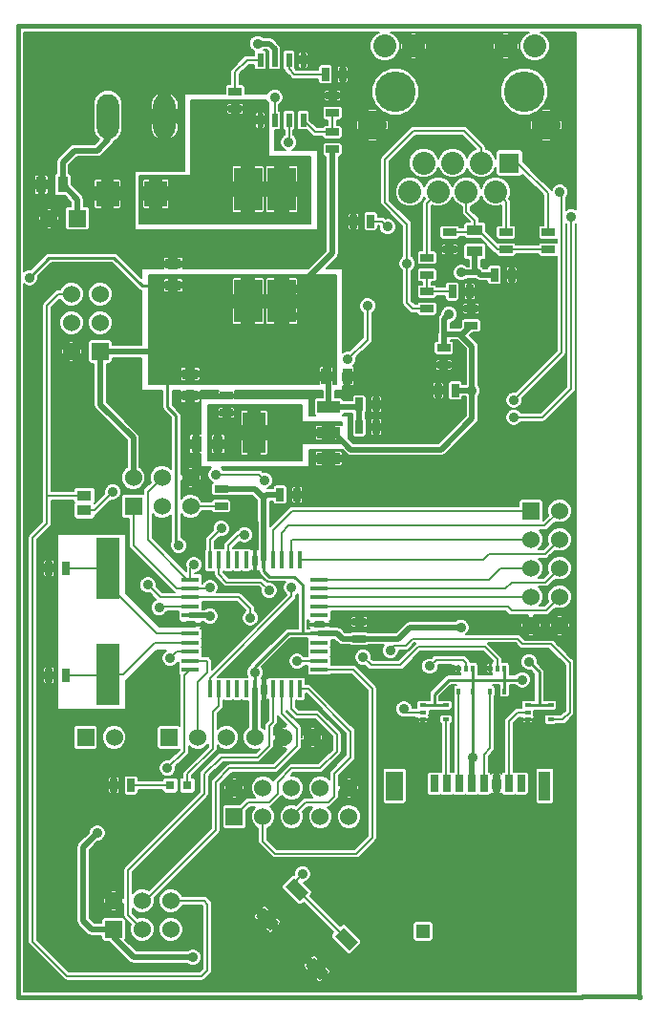
<source format=gtl>
G04 (created by PCBNEW (2011-nov-30)-testing) date ven. 21 sept. 2012 13:34:49 CEST*
%MOIN*%
G04 Gerber Fmt 3.4, Leading zero omitted, Abs format*
%FSLAX34Y34*%
G01*
G70*
G90*
G04 APERTURE LIST*
%ADD10C,0.006*%
%ADD11C,0.015*%
%ADD12R,0.02X0.012*%
%ADD13R,0.012X0.02*%
%ADD14R,0.035X0.055*%
%ADD15R,0.055X0.035*%
%ADD16R,0.025X0.045*%
%ADD17R,0.045X0.025*%
%ADD18R,0.0314X0.0314*%
%ADD19R,0.02X0.045*%
%ADD20R,0.0276X0.0591*%
%ADD21R,0.0591X0.1024*%
%ADD22R,0.0394X0.1024*%
%ADD23R,0.0472X0.0472*%
%ADD24R,0.016X0.06*%
%ADD25R,0.06X0.016*%
%ADD26R,0.06X0.06*%
%ADD27C,0.06*%
%ADD28O,0.078X0.156*%
%ADD29R,0.0787X0.0906*%
%ADD30R,0.0984X0.1516*%
%ADD31R,0.08X0.144*%
%ADD32R,0.08X0.04*%
%ADD33R,0.0787X0.2165*%
%ADD34C,0.1417*%
%ADD35R,0.07X0.07*%
%ADD36C,0.08*%
%ADD37C,0.1*%
%ADD38R,0.05X0.038*%
%ADD39C,0.035*%
%ADD40C,0.02*%
%ADD41C,0.01*%
%ADD42C,0.008*%
%ADD43C,0.005*%
G04 APERTURE END LIST*
G54D10*
G54D11*
X41350Y-39350D02*
X19675Y-39350D01*
X41375Y-73225D02*
X41375Y-73250D01*
X39375Y-73225D02*
X41375Y-73225D01*
X19685Y-73228D02*
X19685Y-39370D01*
X39370Y-73228D02*
X19685Y-73228D01*
X41370Y-39370D02*
X41370Y-73228D01*
G54D12*
X37474Y-63057D03*
X37474Y-63557D03*
X38274Y-63057D03*
X37474Y-63307D03*
X38274Y-63557D03*
G54D13*
X36667Y-61765D03*
X36167Y-61765D03*
X36667Y-62565D03*
X36417Y-61765D03*
X36167Y-62565D03*
X35565Y-61765D03*
X35065Y-61765D03*
X35565Y-62565D03*
X35315Y-61765D03*
X35065Y-62565D03*
G54D12*
X33813Y-63057D03*
X33813Y-63557D03*
X34613Y-63057D03*
X33813Y-63307D03*
X34613Y-63557D03*
G54D14*
X21241Y-44882D03*
X20491Y-44882D03*
X26655Y-53937D03*
X25905Y-53937D03*
G54D15*
X25098Y-48406D03*
X25098Y-47656D03*
G54D14*
X30432Y-51575D03*
X31182Y-51575D03*
G54D15*
X25689Y-51495D03*
X25689Y-52245D03*
G54D16*
X23627Y-65846D03*
X23027Y-65846D03*
G54D17*
X26772Y-55507D03*
X26772Y-56107D03*
X31594Y-60733D03*
X31594Y-60133D03*
G54D16*
X31993Y-46161D03*
X31393Y-46161D03*
G54D17*
X36713Y-47150D03*
X36713Y-46550D03*
X38189Y-47150D03*
X38189Y-46550D03*
X33957Y-49217D03*
X33957Y-48617D03*
X33957Y-47436D03*
X33957Y-48036D03*
G54D16*
X30409Y-41043D03*
X31009Y-41043D03*
G54D17*
X30660Y-42379D03*
X30660Y-41779D03*
X30660Y-43058D03*
X30660Y-43658D03*
G54D16*
X36914Y-48031D03*
X36314Y-48031D03*
G54D17*
X35500Y-49800D03*
X35500Y-49200D03*
G54D16*
X34946Y-52067D03*
X34346Y-52067D03*
G54D17*
X34547Y-50586D03*
X34547Y-51186D03*
G54D16*
X34838Y-48622D03*
X35438Y-48622D03*
G54D17*
X34744Y-46550D03*
X34744Y-47150D03*
G54D16*
X31590Y-52559D03*
X32190Y-52559D03*
X31590Y-53346D03*
X32190Y-53346D03*
G54D17*
X26969Y-52859D03*
X26969Y-52259D03*
X27264Y-41629D03*
X27264Y-42229D03*
G54D16*
X21363Y-58268D03*
X20763Y-58268D03*
X28834Y-55709D03*
X29434Y-55709D03*
X21363Y-62008D03*
X20763Y-62008D03*
G54D18*
X25590Y-65846D03*
X25000Y-65846D03*
G54D19*
X28138Y-40536D03*
X28138Y-42636D03*
X28638Y-40536D03*
X29138Y-40536D03*
X29638Y-40536D03*
X28638Y-42636D03*
X29138Y-42636D03*
X29638Y-42636D03*
G54D20*
X34212Y-65787D03*
X34645Y-65787D03*
X35078Y-65787D03*
X35511Y-65787D03*
X35944Y-65787D03*
X36378Y-65787D03*
X36811Y-65787D03*
X37244Y-65787D03*
G54D21*
X32834Y-65866D03*
G54D22*
X38070Y-65866D03*
G54D23*
X33818Y-70945D03*
G54D24*
X27953Y-57986D03*
X27638Y-57986D03*
X27323Y-57986D03*
X27008Y-57986D03*
X26693Y-57986D03*
X26378Y-57986D03*
X28268Y-57986D03*
X28583Y-57986D03*
X28898Y-57986D03*
X29213Y-57986D03*
X29528Y-57986D03*
X27953Y-62486D03*
X27638Y-62486D03*
X27323Y-62486D03*
X27008Y-62486D03*
X26693Y-62486D03*
X26378Y-62486D03*
X28268Y-62486D03*
X28583Y-62486D03*
X28898Y-62486D03*
X29213Y-62486D03*
X29528Y-62486D03*
G54D25*
X25703Y-60236D03*
X30203Y-60236D03*
X25703Y-60551D03*
X30203Y-60551D03*
X30203Y-60866D03*
X25703Y-60866D03*
X25703Y-61181D03*
X30203Y-61181D03*
X30203Y-61496D03*
X25703Y-61496D03*
X25703Y-61811D03*
X30203Y-61811D03*
X30203Y-59921D03*
X25703Y-59921D03*
X25703Y-59606D03*
X30203Y-59606D03*
X30203Y-59291D03*
X25703Y-59291D03*
X25703Y-58976D03*
X30203Y-58976D03*
X30203Y-58661D03*
X25703Y-58661D03*
G54D26*
X23705Y-56110D03*
G54D27*
X23705Y-55110D03*
X24705Y-56110D03*
X24705Y-55110D03*
X25705Y-56110D03*
X25705Y-55110D03*
G54D26*
X24961Y-64173D03*
G54D27*
X25961Y-64173D03*
X26961Y-64173D03*
X27961Y-64173D03*
X28961Y-64173D03*
X29961Y-64173D03*
G54D28*
X24790Y-42500D03*
X22820Y-42500D03*
G54D29*
X22804Y-45200D03*
X24496Y-45200D03*
G54D30*
X28889Y-45041D03*
X27707Y-45041D03*
X27707Y-48959D03*
X28889Y-48959D03*
G54D31*
X27932Y-53543D03*
G54D32*
X30532Y-53543D03*
X30532Y-52643D03*
X30532Y-54443D03*
G54D33*
X22835Y-58288D03*
X22835Y-61988D03*
G54D26*
X22039Y-64173D03*
G54D27*
X23039Y-64173D03*
G54D15*
X35630Y-47225D03*
X35630Y-46475D03*
G54D34*
X32856Y-41648D03*
X37344Y-41629D03*
G54D35*
X36832Y-44129D03*
G54D36*
X36360Y-45133D03*
X35848Y-44129D03*
X35336Y-45133D03*
X34864Y-44129D03*
X34352Y-45133D03*
X33840Y-44129D03*
X33368Y-45133D03*
X37718Y-40054D03*
X36714Y-40054D03*
X33486Y-40054D03*
X32482Y-40054D03*
G54D37*
X38112Y-42810D03*
X32049Y-42810D03*
G54D26*
X23016Y-70874D03*
G54D27*
X23016Y-69874D03*
X24016Y-70874D03*
X24016Y-69874D03*
X25016Y-70874D03*
X25016Y-69874D03*
G54D26*
X22547Y-50705D03*
G54D27*
X21547Y-50705D03*
X22547Y-49705D03*
X21547Y-49705D03*
X22547Y-48705D03*
X21547Y-48705D03*
G54D26*
X27232Y-66937D03*
G54D27*
X27232Y-65937D03*
X28232Y-66937D03*
X28232Y-65937D03*
X29232Y-66937D03*
X29232Y-65937D03*
X30232Y-66937D03*
X30232Y-65937D03*
X31232Y-66937D03*
X31232Y-65937D03*
G54D26*
X37591Y-56268D03*
G54D27*
X38591Y-56268D03*
X37591Y-57268D03*
X38591Y-57268D03*
X37591Y-58268D03*
X38591Y-58268D03*
X37591Y-59268D03*
X38591Y-59268D03*
X37591Y-60268D03*
X38591Y-60268D03*
G54D10*
G36*
X29013Y-69391D02*
X29318Y-69086D01*
X29819Y-69587D01*
X29514Y-69892D01*
X29013Y-69391D01*
X29013Y-69391D01*
G37*
G36*
X30738Y-71116D02*
X31043Y-70811D01*
X31544Y-71312D01*
X31239Y-71617D01*
X30738Y-71116D01*
X30738Y-71116D01*
G37*
G36*
X29709Y-72145D02*
X30014Y-71840D01*
X30515Y-72341D01*
X30210Y-72646D01*
X29709Y-72145D01*
X29709Y-72145D01*
G37*
G36*
X27984Y-70420D02*
X28289Y-70115D01*
X28790Y-70616D01*
X28485Y-70921D01*
X27984Y-70420D01*
X27984Y-70420D01*
G37*
G54D38*
X22000Y-55750D03*
X22000Y-56250D03*
G54D26*
X21760Y-46063D03*
G54D27*
X20760Y-46063D03*
G54D39*
X28051Y-39961D03*
X35157Y-47953D03*
X34724Y-49409D03*
X35551Y-64882D03*
X37283Y-62165D03*
X35531Y-52067D03*
X26378Y-59941D03*
X25787Y-71850D03*
X29035Y-51181D03*
X22441Y-67520D03*
X20079Y-48130D03*
X25295Y-57480D03*
X37520Y-61535D03*
X35138Y-60335D03*
X30217Y-49508D03*
X27953Y-61909D03*
X24902Y-65256D03*
X31201Y-50984D03*
X31890Y-49114D03*
X24606Y-59646D03*
X29606Y-68937D03*
X26772Y-56890D03*
X29233Y-58957D03*
X27953Y-61024D03*
X36378Y-64843D03*
X25000Y-60138D03*
X30512Y-55413D03*
X28300Y-55200D03*
X27600Y-57100D03*
X26600Y-55000D03*
X23000Y-55600D03*
X38600Y-45150D03*
X37000Y-52400D03*
X37000Y-53000D03*
X39000Y-46000D03*
X33268Y-47638D03*
X32579Y-46358D03*
X29134Y-43406D03*
X28642Y-41831D03*
X25000Y-61417D03*
X27795Y-60000D03*
X31732Y-61378D03*
X24213Y-58858D03*
X26378Y-58957D03*
X32677Y-61142D03*
X25827Y-58150D03*
X34055Y-61693D03*
X29429Y-61516D03*
X33150Y-63189D03*
X28445Y-59055D03*
G54D40*
X21241Y-44882D02*
X21241Y-44114D01*
X22820Y-43322D02*
X22820Y-42500D01*
X22441Y-43701D02*
X22820Y-43322D01*
X21654Y-43701D02*
X22441Y-43701D01*
X21241Y-44114D02*
X21654Y-43701D01*
X21760Y-46063D02*
X21760Y-45401D01*
X21760Y-45401D02*
X21241Y-44882D01*
X28446Y-39961D02*
X28638Y-40153D01*
X28638Y-40153D02*
X28638Y-40536D01*
X28051Y-39961D02*
X28446Y-39961D01*
X35000Y-50098D02*
X35098Y-50098D01*
X30708Y-53543D02*
X31299Y-54134D01*
X35202Y-50098D02*
X35500Y-49800D01*
G54D41*
X36654Y-62165D02*
X37283Y-62165D01*
G54D40*
X35531Y-53051D02*
X35531Y-52067D01*
X35098Y-50098D02*
X35531Y-50531D01*
X34547Y-50098D02*
X34547Y-50586D01*
X35000Y-50098D02*
X35202Y-50098D01*
X34567Y-49566D02*
X34724Y-49409D01*
X35551Y-64882D02*
X35511Y-64922D01*
X35748Y-47953D02*
X35630Y-47835D01*
X34567Y-50098D02*
X35000Y-50098D01*
X34547Y-50098D02*
X34567Y-50098D01*
G54D41*
X36654Y-62165D02*
X36667Y-62152D01*
X34213Y-62676D02*
X34724Y-62165D01*
G54D40*
X35511Y-64922D02*
X35511Y-65787D01*
G54D41*
X36667Y-62152D02*
X36667Y-61765D01*
X36667Y-62565D02*
X36667Y-62178D01*
X35551Y-62579D02*
X35565Y-62565D01*
X34213Y-63057D02*
X34213Y-62676D01*
X34724Y-62165D02*
X35565Y-62165D01*
X35565Y-62165D02*
X35565Y-61765D01*
X35551Y-64882D02*
X35551Y-62579D01*
G54D40*
X36314Y-48031D02*
X35826Y-48031D01*
G54D41*
X36667Y-62178D02*
X36654Y-62165D01*
X35565Y-62165D02*
X36654Y-62165D01*
G54D40*
X35826Y-48031D02*
X35748Y-47953D01*
G54D41*
X34213Y-63057D02*
X34613Y-63057D01*
X33813Y-63057D02*
X34213Y-63057D01*
G54D40*
X35748Y-47953D02*
X35157Y-47953D01*
X31299Y-54134D02*
X34448Y-54134D01*
X34946Y-52067D02*
X35531Y-52067D01*
X34448Y-54134D02*
X35531Y-53051D01*
X35531Y-50531D02*
X35531Y-52067D01*
X35630Y-47835D02*
X35630Y-47225D01*
X30532Y-53543D02*
X30708Y-53543D01*
G54D41*
X35565Y-62565D02*
X35565Y-62165D01*
G54D40*
X34567Y-50098D02*
X34567Y-49566D01*
G54D41*
X23032Y-47441D02*
X24016Y-48425D01*
X25295Y-57480D02*
X25197Y-57382D01*
X25197Y-57382D02*
X25197Y-52953D01*
G54D40*
X23720Y-71850D02*
X23016Y-71146D01*
X25787Y-71850D02*
X23720Y-71850D01*
G54D41*
X20768Y-47441D02*
X23032Y-47441D01*
X25197Y-52953D02*
X24902Y-52658D01*
G54D40*
X30532Y-50602D02*
X28889Y-48959D01*
X22547Y-50705D02*
X25083Y-50705D01*
X31506Y-52643D02*
X31590Y-52559D01*
X27961Y-64173D02*
X27961Y-62494D01*
G54D41*
X25079Y-48425D02*
X25098Y-48406D01*
G54D40*
X22441Y-67520D02*
X21949Y-68012D01*
X21949Y-68012D02*
X21949Y-70571D01*
X28889Y-48959D02*
X28994Y-48959D01*
G54D41*
X29114Y-60551D02*
X29626Y-60551D01*
X24016Y-48425D02*
X25079Y-48425D01*
G54D40*
X28268Y-56609D02*
X28253Y-56594D01*
G54D41*
X20079Y-48130D02*
X20768Y-47441D01*
G54D40*
X23016Y-71146D02*
X23016Y-70874D01*
G54D41*
X24902Y-52658D02*
X24902Y-51476D01*
G54D40*
X28994Y-48959D02*
X30660Y-47293D01*
X29668Y-48959D02*
X30217Y-49508D01*
G54D41*
X27953Y-61712D02*
X29114Y-60551D01*
G54D40*
X25703Y-59921D02*
X26358Y-59921D01*
X26358Y-59921D02*
X26378Y-59941D01*
X26772Y-55507D02*
X27948Y-55507D01*
X22547Y-52567D02*
X22547Y-50705D01*
X28889Y-48959D02*
X29668Y-48959D01*
G54D41*
X29626Y-60551D02*
X30203Y-60551D01*
X29626Y-58858D02*
X29626Y-60551D01*
X37874Y-63057D02*
X37474Y-63057D01*
X29331Y-58563D02*
X29626Y-58858D01*
G54D40*
X30660Y-47293D02*
X30660Y-43658D01*
X30203Y-60551D02*
X30827Y-60551D01*
X23705Y-53725D02*
X22547Y-52567D01*
X28253Y-55802D02*
X28346Y-55709D01*
X25083Y-50705D02*
X26829Y-48959D01*
G54D41*
X37874Y-61889D02*
X37520Y-61535D01*
X27953Y-61909D02*
X27953Y-61712D01*
G54D40*
X32968Y-60733D02*
X33366Y-60335D01*
X33366Y-60335D02*
X35138Y-60335D01*
X27961Y-62494D02*
X27953Y-62486D01*
X31594Y-60733D02*
X32968Y-60733D01*
X23705Y-55110D02*
X23705Y-53725D01*
X28346Y-55709D02*
X28834Y-55709D01*
X30532Y-52643D02*
X31506Y-52643D01*
X27948Y-55507D02*
X28253Y-55812D01*
X28268Y-57986D02*
X28268Y-56609D01*
X30532Y-52643D02*
X30532Y-50602D01*
X31590Y-53346D02*
X31590Y-52559D01*
X21949Y-70571D02*
X22252Y-70874D01*
X31009Y-60733D02*
X31594Y-60733D01*
X28253Y-55812D02*
X28253Y-56594D01*
X26829Y-48959D02*
X27707Y-48959D01*
X28253Y-55812D02*
X28253Y-55802D01*
X22252Y-70874D02*
X23016Y-70874D01*
G54D41*
X28444Y-58563D02*
X29331Y-58563D01*
X28268Y-58387D02*
X28444Y-58563D01*
X37874Y-63057D02*
X37874Y-61889D01*
X38274Y-63057D02*
X37874Y-63057D01*
G54D40*
X30827Y-60551D02*
X31009Y-60733D01*
G54D41*
X27953Y-62486D02*
X27953Y-61909D01*
X28268Y-57986D02*
X28268Y-58387D01*
G54D42*
X28583Y-57986D02*
X28583Y-56948D01*
X28583Y-56948D02*
X29263Y-56268D01*
X29263Y-56268D02*
X37591Y-56268D01*
X38068Y-56791D02*
X38591Y-56268D01*
X29134Y-56791D02*
X38068Y-56791D01*
X28898Y-57027D02*
X29134Y-56791D01*
X28898Y-57986D02*
X28898Y-57027D01*
X29213Y-57303D02*
X29248Y-57268D01*
X29213Y-57986D02*
X29213Y-57303D01*
X29248Y-57268D02*
X37591Y-57268D01*
X36121Y-57776D02*
X38083Y-57776D01*
X29528Y-57986D02*
X35911Y-57986D01*
X35911Y-57986D02*
X36121Y-57776D01*
X38083Y-57776D02*
X38591Y-57268D01*
X36516Y-58268D02*
X37591Y-58268D01*
X36123Y-58661D02*
X36516Y-58268D01*
X30203Y-58661D02*
X36123Y-58661D01*
X36693Y-58976D02*
X36909Y-58760D01*
X38099Y-58760D02*
X38591Y-58268D01*
X36909Y-58760D02*
X38099Y-58760D01*
X30203Y-58976D02*
X36693Y-58976D01*
X37568Y-59291D02*
X37591Y-59268D01*
X30203Y-59291D02*
X37568Y-59291D01*
X36771Y-59606D02*
X36909Y-59744D01*
X38115Y-59744D02*
X38591Y-59268D01*
X36909Y-59744D02*
X38115Y-59744D01*
X30203Y-59606D02*
X36771Y-59606D01*
X25492Y-64666D02*
X25492Y-62022D01*
X25492Y-62022D02*
X25703Y-61811D01*
X24902Y-65256D02*
X25492Y-64666D01*
X25492Y-61811D02*
X25703Y-61811D01*
X26772Y-56107D02*
X25708Y-56107D01*
X25708Y-56107D02*
X25705Y-56110D01*
X29606Y-68937D02*
X29416Y-69127D01*
X31890Y-50295D02*
X31890Y-49114D01*
X29416Y-69489D02*
X31141Y-71214D01*
X25703Y-59606D02*
X24646Y-59606D01*
X24646Y-59606D02*
X24606Y-59646D01*
X31201Y-50984D02*
X31890Y-50295D01*
X29416Y-69127D02*
X29416Y-69489D01*
X26174Y-69874D02*
X25016Y-69874D01*
X20700Y-55800D02*
X20700Y-56300D01*
X21095Y-48705D02*
X20700Y-49100D01*
X21547Y-48705D02*
X21095Y-48705D01*
X26100Y-72500D02*
X26300Y-72300D01*
X26300Y-70000D02*
X26174Y-69874D01*
X20700Y-56300D02*
X20700Y-56700D01*
X20700Y-54400D02*
X20700Y-54450D01*
X20700Y-49100D02*
X20700Y-54400D01*
X26300Y-72300D02*
X26300Y-70000D01*
X21400Y-72500D02*
X26100Y-72500D01*
X20200Y-57200D02*
X20200Y-71300D01*
X20200Y-71300D02*
X21400Y-72500D01*
X22000Y-55750D02*
X20700Y-55750D01*
X20700Y-55750D02*
X20700Y-55800D01*
X20700Y-56700D02*
X20200Y-57200D01*
X20700Y-54400D02*
X20700Y-55800D01*
X36167Y-64541D02*
X35944Y-64764D01*
X35944Y-64764D02*
X35944Y-65787D01*
X36167Y-62565D02*
X36167Y-64541D01*
X34613Y-63557D02*
X34613Y-65755D01*
X34613Y-65755D02*
X34645Y-65787D01*
X26378Y-57986D02*
X26378Y-57284D01*
X26378Y-57284D02*
X26772Y-56890D01*
X29233Y-58957D02*
X29232Y-58957D01*
X26378Y-62106D02*
X29232Y-59252D01*
X29232Y-59252D02*
X29232Y-58957D01*
X26378Y-62486D02*
X26378Y-62106D01*
G54D40*
X25703Y-60236D02*
X25098Y-60236D01*
X30532Y-55393D02*
X30512Y-55413D01*
X30532Y-54443D02*
X30532Y-55393D01*
X25098Y-60236D02*
X25000Y-60138D01*
X32190Y-53346D02*
X32190Y-52559D01*
X36378Y-64843D02*
X36378Y-65787D01*
G54D42*
X36811Y-65787D02*
X36811Y-63622D01*
X37126Y-63307D02*
X37474Y-63307D01*
X36811Y-63622D02*
X37126Y-63307D01*
X35065Y-62565D02*
X35065Y-65774D01*
X35065Y-65774D02*
X35078Y-65787D01*
X25000Y-65846D02*
X23627Y-65846D01*
X28100Y-55000D02*
X28300Y-55200D01*
X26600Y-55000D02*
X27800Y-55000D01*
X27008Y-57986D02*
X27008Y-57492D01*
X22350Y-56250D02*
X23000Y-55600D01*
X27800Y-55000D02*
X28100Y-55000D01*
X27400Y-57100D02*
X27600Y-57100D01*
X22000Y-56250D02*
X22350Y-56250D01*
X27008Y-57492D02*
X27400Y-57100D01*
X22835Y-58859D02*
X24527Y-60551D01*
X22835Y-58288D02*
X22835Y-58859D01*
X21363Y-58268D02*
X22815Y-58268D01*
X22815Y-58268D02*
X22835Y-58288D01*
X24527Y-60551D02*
X25703Y-60551D01*
X26476Y-64568D02*
X26476Y-63288D01*
X25590Y-65846D02*
X25590Y-65454D01*
X25590Y-65454D02*
X26476Y-64568D01*
X26693Y-63071D02*
X26693Y-62486D01*
X26476Y-63288D02*
X26693Y-63071D01*
X21363Y-62008D02*
X22815Y-62008D01*
X22835Y-61988D02*
X23346Y-61988D01*
X24468Y-60866D02*
X25703Y-60866D01*
X22815Y-62008D02*
X22835Y-61988D01*
X23346Y-61988D02*
X24468Y-60866D01*
X35630Y-46130D02*
X35336Y-45836D01*
X36421Y-47150D02*
X36713Y-47150D01*
X35555Y-46550D02*
X35630Y-46475D01*
X35630Y-46475D02*
X35630Y-46130D01*
X35630Y-46475D02*
X35746Y-46475D01*
X35336Y-45836D02*
X35336Y-45133D01*
X35746Y-46475D02*
X36421Y-47150D01*
X36713Y-47150D02*
X38189Y-47150D01*
X34744Y-46550D02*
X35555Y-46550D01*
X37129Y-44129D02*
X38189Y-45189D01*
X36832Y-44129D02*
X37129Y-44129D01*
X38189Y-45189D02*
X38189Y-46550D01*
X33957Y-45528D02*
X34352Y-45133D01*
X33957Y-47436D02*
X33957Y-45528D01*
X38650Y-45200D02*
X38650Y-50750D01*
X38650Y-50750D02*
X37000Y-52400D01*
X38600Y-45150D02*
X38650Y-45200D01*
X36713Y-46550D02*
X36713Y-45486D01*
X36713Y-45486D02*
X36360Y-45133D01*
X38000Y-53000D02*
X37000Y-53000D01*
X39000Y-46000D02*
X39000Y-52000D01*
X39000Y-52000D02*
X38000Y-53000D01*
X33268Y-49016D02*
X33268Y-47638D01*
X35848Y-43598D02*
X35848Y-44129D01*
X33500Y-43000D02*
X35250Y-43000D01*
X33268Y-46268D02*
X32500Y-45500D01*
X32500Y-44000D02*
X33500Y-43000D01*
X33268Y-47638D02*
X33268Y-46268D01*
X33957Y-49217D02*
X33469Y-49217D01*
X32500Y-45500D02*
X32500Y-44000D01*
X33469Y-49217D02*
X33268Y-49016D01*
X35250Y-43000D02*
X35848Y-43598D01*
X34838Y-48622D02*
X33962Y-48622D01*
X33962Y-48622D02*
X33957Y-48617D01*
X33957Y-48036D02*
X33957Y-48617D01*
X32382Y-46161D02*
X32579Y-46358D01*
X31993Y-46161D02*
X32382Y-46161D01*
X27264Y-41629D02*
X27264Y-40944D01*
X27672Y-40536D02*
X28138Y-40536D01*
X27264Y-40944D02*
X27672Y-40536D01*
X29138Y-40536D02*
X29138Y-40850D01*
X29331Y-41043D02*
X30409Y-41043D01*
X29138Y-40850D02*
X29331Y-41043D01*
X30660Y-42379D02*
X30660Y-43058D01*
X30660Y-43058D02*
X30060Y-43058D01*
X30060Y-43058D02*
X29638Y-42636D01*
X29138Y-43402D02*
X29138Y-42636D01*
X29134Y-43406D02*
X29138Y-43402D01*
X28642Y-41831D02*
X28638Y-41835D01*
X28638Y-41835D02*
X28638Y-42636D01*
X25236Y-61181D02*
X25703Y-61181D01*
X25000Y-61417D02*
X25236Y-61181D01*
X26181Y-65453D02*
X26181Y-66142D01*
X23524Y-70382D02*
X24016Y-70874D01*
X28052Y-64862D02*
X26772Y-64862D01*
X28445Y-63780D02*
X28445Y-64469D01*
X28583Y-63642D02*
X28445Y-63780D01*
X23524Y-68799D02*
X23524Y-70382D01*
X28583Y-62486D02*
X28583Y-63642D01*
X26181Y-66142D02*
X23524Y-68799D01*
X28445Y-64469D02*
X28052Y-64862D01*
X26772Y-64862D02*
X26181Y-65453D01*
X28898Y-62486D02*
X28898Y-63347D01*
X29429Y-64469D02*
X28643Y-65255D01*
X27068Y-65255D02*
X26575Y-65748D01*
X24122Y-69874D02*
X24016Y-69874D01*
X26575Y-65748D02*
X26575Y-67421D01*
X28643Y-65255D02*
X27068Y-65255D01*
X28898Y-63347D02*
X29429Y-63878D01*
X26575Y-67421D02*
X24122Y-69874D01*
X29429Y-63878D02*
X29429Y-64469D01*
X27401Y-59291D02*
X25703Y-59291D01*
X27795Y-60000D02*
X27795Y-59685D01*
X33029Y-61654D02*
X32008Y-61654D01*
X36417Y-61765D02*
X36417Y-61456D01*
X35985Y-61024D02*
X33659Y-61024D01*
X33659Y-61024D02*
X33029Y-61654D01*
X36417Y-61456D02*
X35985Y-61024D01*
X24646Y-59291D02*
X24213Y-58858D01*
X32008Y-61654D02*
X31732Y-61378D01*
X25703Y-59291D02*
X24646Y-59291D01*
X27795Y-59685D02*
X27401Y-59291D01*
X25703Y-58976D02*
X25216Y-58976D01*
X38386Y-61024D02*
X38337Y-60975D01*
X23705Y-57465D02*
X23705Y-56110D01*
X25703Y-58976D02*
X26359Y-58976D01*
X25216Y-58976D02*
X23705Y-57465D01*
X32835Y-60984D02*
X32677Y-61142D01*
X32844Y-60975D02*
X32835Y-60984D01*
X26359Y-58976D02*
X26378Y-58957D01*
X32835Y-60984D02*
X33209Y-60984D01*
X33465Y-60728D02*
X37106Y-60728D01*
X33209Y-60984D02*
X33465Y-60728D01*
X37303Y-60925D02*
X38287Y-60925D01*
X38287Y-60925D02*
X38386Y-61024D01*
X38687Y-63557D02*
X38274Y-63557D01*
X37106Y-60728D02*
X37303Y-60925D01*
X38937Y-61575D02*
X38386Y-61024D01*
X38937Y-63307D02*
X38937Y-61575D01*
X38687Y-63557D02*
X38937Y-63307D01*
X34055Y-61693D02*
X34282Y-61466D01*
X35315Y-61575D02*
X35315Y-61765D01*
X34282Y-61466D02*
X35206Y-61466D01*
X25703Y-58661D02*
X25703Y-58274D01*
X35206Y-61466D02*
X35315Y-61575D01*
X25590Y-58661D02*
X24213Y-57284D01*
X25703Y-58274D02*
X25827Y-58150D01*
X24213Y-55602D02*
X24705Y-55110D01*
X25703Y-58661D02*
X25590Y-58661D01*
X24213Y-57284D02*
X24213Y-55602D01*
X30118Y-63386D02*
X30807Y-64075D01*
X30216Y-65256D02*
X29233Y-65256D01*
X30807Y-64075D02*
X30807Y-64665D01*
X29430Y-63386D02*
X30118Y-63386D01*
X30807Y-64665D02*
X30216Y-65256D01*
X29213Y-62486D02*
X29213Y-63169D01*
X29213Y-63169D02*
X29430Y-63386D01*
X28445Y-66437D02*
X27732Y-66437D01*
X29233Y-65256D02*
X28740Y-65749D01*
X28740Y-66142D02*
X28445Y-66437D01*
X28740Y-65749D02*
X28740Y-66142D01*
X27732Y-66437D02*
X27232Y-66937D01*
X30203Y-61496D02*
X29449Y-61496D01*
X29449Y-61496D02*
X29429Y-61516D01*
X31397Y-61811D02*
X32047Y-62461D01*
X32047Y-67676D02*
X31495Y-68228D01*
X28661Y-68228D02*
X28232Y-67799D01*
X28232Y-67799D02*
X28232Y-66937D01*
X30203Y-61811D02*
X31397Y-61811D01*
X32047Y-62461D02*
X32047Y-67676D01*
X31495Y-68228D02*
X28661Y-68228D01*
X31299Y-64862D02*
X30709Y-65452D01*
X29809Y-62486D02*
X31299Y-63976D01*
X30512Y-66437D02*
X29732Y-66437D01*
X30709Y-66240D02*
X30512Y-66437D01*
X30709Y-65452D02*
X30709Y-66240D01*
X29732Y-66437D02*
X29232Y-66937D01*
X31299Y-63976D02*
X31299Y-64862D01*
X29528Y-62486D02*
X29809Y-62486D01*
X26260Y-61496D02*
X25703Y-61496D01*
X26280Y-61516D02*
X26260Y-61496D01*
X25961Y-64173D02*
X25961Y-62228D01*
X26280Y-61909D02*
X26280Y-61516D01*
X25961Y-62228D02*
X26280Y-61909D01*
X33268Y-63307D02*
X33813Y-63307D01*
X33150Y-63189D02*
X33268Y-63307D01*
X26693Y-57986D02*
X26693Y-58484D01*
X26693Y-58484D02*
X26969Y-58760D01*
X28150Y-58760D02*
X28445Y-59055D01*
X26969Y-58760D02*
X28150Y-58760D01*
G54D10*
G36*
X29226Y-64226D02*
X29083Y-64369D01*
X29014Y-64438D01*
X28961Y-64385D01*
X28839Y-64507D01*
X28881Y-64539D01*
X28974Y-64540D01*
X29049Y-64614D01*
X28574Y-65090D01*
X27068Y-65090D01*
X27005Y-65103D01*
X26951Y-65138D01*
X26458Y-65631D01*
X26423Y-65685D01*
X26410Y-65748D01*
X26410Y-67352D01*
X25419Y-68343D01*
X24250Y-69511D01*
X24101Y-69449D01*
X23932Y-69449D01*
X23776Y-69513D01*
X23689Y-69600D01*
X23689Y-68867D01*
X25419Y-67137D01*
X26295Y-66260D01*
X26297Y-66259D01*
X26298Y-66259D01*
X26333Y-66205D01*
X26346Y-66142D01*
X26346Y-65521D01*
X26840Y-65027D01*
X28052Y-65027D01*
X28115Y-65014D01*
X28169Y-64979D01*
X28559Y-64587D01*
X28561Y-64586D01*
X28562Y-64586D01*
X28596Y-64532D01*
X28597Y-64532D01*
X28607Y-64480D01*
X28610Y-64470D01*
X28609Y-64469D01*
X28610Y-64469D01*
X28610Y-64272D01*
X28627Y-64295D01*
X28749Y-64173D01*
X28627Y-64051D01*
X28610Y-64073D01*
X28610Y-63849D01*
X28700Y-63759D01*
X28735Y-63705D01*
X28748Y-63642D01*
X28748Y-63413D01*
X28781Y-63464D01*
X29049Y-63731D01*
X28974Y-63806D01*
X28895Y-63805D01*
X28881Y-63807D01*
X28839Y-63839D01*
X28961Y-63961D01*
X29014Y-63908D01*
X29083Y-63977D01*
X29226Y-64120D01*
X29173Y-64173D01*
X29226Y-64226D01*
X29226Y-64226D01*
G37*
G54D43*
X29226Y-64226D02*
X29083Y-64369D01*
X29014Y-64438D01*
X28961Y-64385D01*
X28839Y-64507D01*
X28881Y-64539D01*
X28974Y-64540D01*
X29049Y-64614D01*
X28574Y-65090D01*
X27068Y-65090D01*
X27005Y-65103D01*
X26951Y-65138D01*
X26458Y-65631D01*
X26423Y-65685D01*
X26410Y-65748D01*
X26410Y-67352D01*
X25419Y-68343D01*
X24250Y-69511D01*
X24101Y-69449D01*
X23932Y-69449D01*
X23776Y-69513D01*
X23689Y-69600D01*
X23689Y-68867D01*
X25419Y-67137D01*
X26295Y-66260D01*
X26297Y-66259D01*
X26298Y-66259D01*
X26333Y-66205D01*
X26346Y-66142D01*
X26346Y-65521D01*
X26840Y-65027D01*
X28052Y-65027D01*
X28115Y-65014D01*
X28169Y-64979D01*
X28559Y-64587D01*
X28561Y-64586D01*
X28562Y-64586D01*
X28596Y-64532D01*
X28597Y-64532D01*
X28607Y-64480D01*
X28610Y-64470D01*
X28609Y-64469D01*
X28610Y-64469D01*
X28610Y-64272D01*
X28627Y-64295D01*
X28749Y-64173D01*
X28627Y-64051D01*
X28610Y-64073D01*
X28610Y-63849D01*
X28700Y-63759D01*
X28735Y-63705D01*
X28748Y-63642D01*
X28748Y-63413D01*
X28781Y-63464D01*
X29049Y-63731D01*
X28974Y-63806D01*
X28895Y-63805D01*
X28881Y-63807D01*
X28839Y-63839D01*
X28961Y-63961D01*
X29014Y-63908D01*
X29083Y-63977D01*
X29226Y-64120D01*
X29173Y-64173D01*
X29226Y-64226D01*
G54D10*
G36*
X29451Y-60376D02*
X29114Y-60376D01*
X29113Y-60376D01*
X29100Y-60378D01*
X29047Y-60389D01*
X28990Y-60427D01*
X28988Y-60429D01*
X27829Y-61588D01*
X27791Y-61645D01*
X27789Y-61652D01*
X27784Y-61655D01*
X27700Y-61739D01*
X27654Y-61849D01*
X27654Y-61968D01*
X27692Y-62061D01*
X27533Y-62061D01*
X27487Y-62080D01*
X27480Y-62086D01*
X27474Y-62080D01*
X27428Y-62061D01*
X27378Y-62061D01*
X27218Y-62061D01*
X27172Y-62080D01*
X27165Y-62086D01*
X27159Y-62080D01*
X27113Y-62061D01*
X27063Y-62061D01*
X26903Y-62061D01*
X26857Y-62080D01*
X26850Y-62086D01*
X26844Y-62080D01*
X26798Y-62061D01*
X26748Y-62061D01*
X26657Y-62061D01*
X29349Y-59369D01*
X29384Y-59315D01*
X29397Y-59252D01*
X29397Y-59213D01*
X29402Y-59211D01*
X29451Y-59162D01*
X29451Y-60376D01*
X29451Y-60376D01*
G37*
G54D43*
X29451Y-60376D02*
X29114Y-60376D01*
X29113Y-60376D01*
X29100Y-60378D01*
X29047Y-60389D01*
X28990Y-60427D01*
X28988Y-60429D01*
X27829Y-61588D01*
X27791Y-61645D01*
X27789Y-61652D01*
X27784Y-61655D01*
X27700Y-61739D01*
X27654Y-61849D01*
X27654Y-61968D01*
X27692Y-62061D01*
X27533Y-62061D01*
X27487Y-62080D01*
X27480Y-62086D01*
X27474Y-62080D01*
X27428Y-62061D01*
X27378Y-62061D01*
X27218Y-62061D01*
X27172Y-62080D01*
X27165Y-62086D01*
X27159Y-62080D01*
X27113Y-62061D01*
X27063Y-62061D01*
X26903Y-62061D01*
X26857Y-62080D01*
X26850Y-62086D01*
X26844Y-62080D01*
X26798Y-62061D01*
X26748Y-62061D01*
X26657Y-62061D01*
X29349Y-59369D01*
X29384Y-59315D01*
X29397Y-59252D01*
X29397Y-59213D01*
X29402Y-59211D01*
X29451Y-59162D01*
X29451Y-60376D01*
G54D10*
G36*
X31882Y-67607D02*
X31657Y-67832D01*
X31657Y-67022D01*
X31657Y-66853D01*
X31600Y-66714D01*
X31600Y-65871D01*
X31598Y-65857D01*
X31566Y-65815D01*
X31444Y-65937D01*
X31566Y-66059D01*
X31598Y-66017D01*
X31600Y-65871D01*
X31600Y-66714D01*
X31593Y-66697D01*
X31473Y-66577D01*
X31354Y-66527D01*
X31354Y-66271D01*
X31354Y-65603D01*
X31312Y-65571D01*
X31226Y-65569D01*
X31166Y-65569D01*
X31152Y-65571D01*
X31110Y-65603D01*
X31226Y-65719D01*
X31232Y-65725D01*
X31354Y-65603D01*
X31354Y-66271D01*
X31232Y-66149D01*
X31226Y-66155D01*
X31110Y-66271D01*
X31152Y-66303D01*
X31226Y-66304D01*
X31298Y-66305D01*
X31312Y-66303D01*
X31354Y-66271D01*
X31354Y-66527D01*
X31317Y-66512D01*
X31226Y-66512D01*
X31148Y-66512D01*
X30992Y-66576D01*
X30872Y-66696D01*
X30807Y-66852D01*
X30807Y-67021D01*
X30871Y-67177D01*
X30991Y-67297D01*
X31147Y-67362D01*
X31226Y-67362D01*
X31316Y-67362D01*
X31472Y-67298D01*
X31592Y-67178D01*
X31657Y-67022D01*
X31657Y-67832D01*
X31426Y-68063D01*
X31226Y-68063D01*
X28729Y-68063D01*
X28397Y-67730D01*
X28397Y-67328D01*
X28472Y-67298D01*
X28592Y-67178D01*
X28657Y-67022D01*
X28657Y-66853D01*
X28593Y-66697D01*
X28488Y-66592D01*
X28508Y-66589D01*
X28562Y-66554D01*
X28857Y-66259D01*
X28892Y-66205D01*
X28893Y-66199D01*
X28991Y-66297D01*
X29147Y-66362D01*
X29316Y-66362D01*
X29472Y-66298D01*
X29592Y-66178D01*
X29657Y-66022D01*
X29657Y-65853D01*
X29593Y-65697D01*
X29473Y-65577D01*
X29317Y-65512D01*
X29211Y-65512D01*
X29302Y-65421D01*
X30216Y-65421D01*
X30279Y-65408D01*
X30333Y-65373D01*
X30921Y-64783D01*
X30923Y-64782D01*
X30924Y-64782D01*
X30958Y-64728D01*
X30959Y-64728D01*
X30969Y-64676D01*
X30972Y-64666D01*
X30971Y-64665D01*
X30972Y-64665D01*
X30972Y-64075D01*
X30959Y-64012D01*
X30924Y-63958D01*
X30921Y-63956D01*
X30235Y-63269D01*
X30181Y-63234D01*
X30118Y-63221D01*
X29498Y-63221D01*
X29378Y-63100D01*
X29378Y-62892D01*
X29423Y-62911D01*
X29473Y-62911D01*
X29633Y-62911D01*
X29679Y-62892D01*
X29714Y-62857D01*
X29733Y-62811D01*
X29733Y-62761D01*
X29733Y-62651D01*
X29740Y-62651D01*
X31134Y-64045D01*
X31134Y-64793D01*
X30592Y-65335D01*
X30557Y-65389D01*
X30544Y-65452D01*
X30544Y-65648D01*
X30473Y-65577D01*
X30317Y-65512D01*
X30148Y-65512D01*
X29992Y-65576D01*
X29872Y-65696D01*
X29807Y-65852D01*
X29807Y-66021D01*
X29871Y-66177D01*
X29966Y-66272D01*
X29732Y-66272D01*
X29669Y-66285D01*
X29615Y-66320D01*
X29391Y-66543D01*
X29317Y-66512D01*
X29148Y-66512D01*
X28992Y-66576D01*
X28872Y-66696D01*
X28807Y-66852D01*
X28807Y-67021D01*
X28871Y-67177D01*
X28991Y-67297D01*
X29147Y-67362D01*
X29316Y-67362D01*
X29472Y-67298D01*
X29592Y-67178D01*
X29657Y-67022D01*
X29657Y-66853D01*
X29625Y-66777D01*
X29801Y-66602D01*
X29966Y-66602D01*
X29872Y-66696D01*
X29807Y-66852D01*
X29807Y-67021D01*
X29871Y-67177D01*
X29991Y-67297D01*
X30147Y-67362D01*
X30316Y-67362D01*
X30472Y-67298D01*
X30592Y-67178D01*
X30657Y-67022D01*
X30657Y-66853D01*
X30593Y-66697D01*
X30498Y-66602D01*
X30512Y-66602D01*
X30575Y-66589D01*
X30629Y-66554D01*
X30823Y-66358D01*
X30825Y-66357D01*
X30826Y-66357D01*
X30861Y-66303D01*
X30874Y-66240D01*
X30874Y-66027D01*
X30898Y-66059D01*
X31020Y-65937D01*
X30898Y-65815D01*
X30874Y-65846D01*
X30874Y-65520D01*
X31226Y-65168D01*
X31413Y-64980D01*
X31415Y-64979D01*
X31416Y-64979D01*
X31451Y-64925D01*
X31464Y-64862D01*
X31464Y-63976D01*
X31451Y-63913D01*
X31416Y-63859D01*
X31226Y-63669D01*
X29926Y-62369D01*
X29872Y-62334D01*
X29809Y-62321D01*
X29733Y-62321D01*
X29733Y-62161D01*
X29714Y-62115D01*
X29679Y-62080D01*
X29633Y-62061D01*
X29583Y-62061D01*
X29423Y-62061D01*
X29377Y-62080D01*
X29370Y-62086D01*
X29364Y-62080D01*
X29318Y-62061D01*
X29268Y-62061D01*
X29108Y-62061D01*
X29062Y-62080D01*
X29055Y-62086D01*
X29049Y-62080D01*
X29003Y-62061D01*
X28953Y-62061D01*
X28793Y-62061D01*
X28747Y-62080D01*
X28740Y-62086D01*
X28734Y-62080D01*
X28688Y-62061D01*
X28638Y-62061D01*
X28478Y-62061D01*
X28432Y-62080D01*
X28397Y-62115D01*
X28393Y-62124D01*
X28391Y-62122D01*
X28363Y-62111D01*
X28326Y-62111D01*
X28308Y-62129D01*
X28308Y-62336D01*
X28348Y-62336D01*
X28348Y-62636D01*
X28308Y-62636D01*
X28308Y-62843D01*
X28326Y-62861D01*
X28363Y-62861D01*
X28391Y-62850D01*
X28393Y-62847D01*
X28397Y-62857D01*
X28418Y-62878D01*
X28418Y-63573D01*
X28328Y-63663D01*
X28293Y-63717D01*
X28280Y-63780D01*
X28280Y-63891D01*
X28202Y-63813D01*
X28186Y-63806D01*
X28186Y-62861D01*
X28210Y-62861D01*
X28228Y-62843D01*
X28228Y-62636D01*
X28188Y-62636D01*
X28188Y-62336D01*
X28228Y-62336D01*
X28228Y-62129D01*
X28210Y-62111D01*
X28174Y-62111D01*
X28206Y-62079D01*
X28252Y-61969D01*
X28252Y-61850D01*
X28207Y-61740D01*
X28189Y-61722D01*
X29186Y-60726D01*
X29626Y-60726D01*
X29792Y-60726D01*
X29778Y-60761D01*
X29778Y-60811D01*
X29778Y-60971D01*
X29797Y-61017D01*
X29803Y-61023D01*
X29797Y-61030D01*
X29778Y-61076D01*
X29778Y-61126D01*
X29778Y-61286D01*
X29796Y-61331D01*
X29667Y-61331D01*
X29599Y-61263D01*
X29489Y-61217D01*
X29370Y-61217D01*
X29260Y-61262D01*
X29176Y-61346D01*
X29130Y-61456D01*
X29130Y-61575D01*
X29175Y-61685D01*
X29259Y-61769D01*
X29369Y-61815D01*
X29488Y-61815D01*
X29598Y-61770D01*
X29682Y-61686D01*
X29692Y-61661D01*
X29796Y-61661D01*
X29778Y-61706D01*
X29778Y-61756D01*
X29778Y-61916D01*
X29797Y-61962D01*
X29832Y-61997D01*
X29878Y-62016D01*
X29928Y-62016D01*
X30528Y-62016D01*
X30574Y-61997D01*
X30595Y-61976D01*
X31226Y-61976D01*
X31328Y-61976D01*
X31882Y-62530D01*
X31882Y-67607D01*
X31882Y-67607D01*
G37*
G54D43*
X31882Y-67607D02*
X31657Y-67832D01*
X31657Y-67022D01*
X31657Y-66853D01*
X31600Y-66714D01*
X31600Y-65871D01*
X31598Y-65857D01*
X31566Y-65815D01*
X31444Y-65937D01*
X31566Y-66059D01*
X31598Y-66017D01*
X31600Y-65871D01*
X31600Y-66714D01*
X31593Y-66697D01*
X31473Y-66577D01*
X31354Y-66527D01*
X31354Y-66271D01*
X31354Y-65603D01*
X31312Y-65571D01*
X31226Y-65569D01*
X31166Y-65569D01*
X31152Y-65571D01*
X31110Y-65603D01*
X31226Y-65719D01*
X31232Y-65725D01*
X31354Y-65603D01*
X31354Y-66271D01*
X31232Y-66149D01*
X31226Y-66155D01*
X31110Y-66271D01*
X31152Y-66303D01*
X31226Y-66304D01*
X31298Y-66305D01*
X31312Y-66303D01*
X31354Y-66271D01*
X31354Y-66527D01*
X31317Y-66512D01*
X31226Y-66512D01*
X31148Y-66512D01*
X30992Y-66576D01*
X30872Y-66696D01*
X30807Y-66852D01*
X30807Y-67021D01*
X30871Y-67177D01*
X30991Y-67297D01*
X31147Y-67362D01*
X31226Y-67362D01*
X31316Y-67362D01*
X31472Y-67298D01*
X31592Y-67178D01*
X31657Y-67022D01*
X31657Y-67832D01*
X31426Y-68063D01*
X31226Y-68063D01*
X28729Y-68063D01*
X28397Y-67730D01*
X28397Y-67328D01*
X28472Y-67298D01*
X28592Y-67178D01*
X28657Y-67022D01*
X28657Y-66853D01*
X28593Y-66697D01*
X28488Y-66592D01*
X28508Y-66589D01*
X28562Y-66554D01*
X28857Y-66259D01*
X28892Y-66205D01*
X28893Y-66199D01*
X28991Y-66297D01*
X29147Y-66362D01*
X29316Y-66362D01*
X29472Y-66298D01*
X29592Y-66178D01*
X29657Y-66022D01*
X29657Y-65853D01*
X29593Y-65697D01*
X29473Y-65577D01*
X29317Y-65512D01*
X29211Y-65512D01*
X29302Y-65421D01*
X30216Y-65421D01*
X30279Y-65408D01*
X30333Y-65373D01*
X30921Y-64783D01*
X30923Y-64782D01*
X30924Y-64782D01*
X30958Y-64728D01*
X30959Y-64728D01*
X30969Y-64676D01*
X30972Y-64666D01*
X30971Y-64665D01*
X30972Y-64665D01*
X30972Y-64075D01*
X30959Y-64012D01*
X30924Y-63958D01*
X30921Y-63956D01*
X30235Y-63269D01*
X30181Y-63234D01*
X30118Y-63221D01*
X29498Y-63221D01*
X29378Y-63100D01*
X29378Y-62892D01*
X29423Y-62911D01*
X29473Y-62911D01*
X29633Y-62911D01*
X29679Y-62892D01*
X29714Y-62857D01*
X29733Y-62811D01*
X29733Y-62761D01*
X29733Y-62651D01*
X29740Y-62651D01*
X31134Y-64045D01*
X31134Y-64793D01*
X30592Y-65335D01*
X30557Y-65389D01*
X30544Y-65452D01*
X30544Y-65648D01*
X30473Y-65577D01*
X30317Y-65512D01*
X30148Y-65512D01*
X29992Y-65576D01*
X29872Y-65696D01*
X29807Y-65852D01*
X29807Y-66021D01*
X29871Y-66177D01*
X29966Y-66272D01*
X29732Y-66272D01*
X29669Y-66285D01*
X29615Y-66320D01*
X29391Y-66543D01*
X29317Y-66512D01*
X29148Y-66512D01*
X28992Y-66576D01*
X28872Y-66696D01*
X28807Y-66852D01*
X28807Y-67021D01*
X28871Y-67177D01*
X28991Y-67297D01*
X29147Y-67362D01*
X29316Y-67362D01*
X29472Y-67298D01*
X29592Y-67178D01*
X29657Y-67022D01*
X29657Y-66853D01*
X29625Y-66777D01*
X29801Y-66602D01*
X29966Y-66602D01*
X29872Y-66696D01*
X29807Y-66852D01*
X29807Y-67021D01*
X29871Y-67177D01*
X29991Y-67297D01*
X30147Y-67362D01*
X30316Y-67362D01*
X30472Y-67298D01*
X30592Y-67178D01*
X30657Y-67022D01*
X30657Y-66853D01*
X30593Y-66697D01*
X30498Y-66602D01*
X30512Y-66602D01*
X30575Y-66589D01*
X30629Y-66554D01*
X30823Y-66358D01*
X30825Y-66357D01*
X30826Y-66357D01*
X30861Y-66303D01*
X30874Y-66240D01*
X30874Y-66027D01*
X30898Y-66059D01*
X31020Y-65937D01*
X30898Y-65815D01*
X30874Y-65846D01*
X30874Y-65520D01*
X31226Y-65168D01*
X31413Y-64980D01*
X31415Y-64979D01*
X31416Y-64979D01*
X31451Y-64925D01*
X31464Y-64862D01*
X31464Y-63976D01*
X31451Y-63913D01*
X31416Y-63859D01*
X31226Y-63669D01*
X29926Y-62369D01*
X29872Y-62334D01*
X29809Y-62321D01*
X29733Y-62321D01*
X29733Y-62161D01*
X29714Y-62115D01*
X29679Y-62080D01*
X29633Y-62061D01*
X29583Y-62061D01*
X29423Y-62061D01*
X29377Y-62080D01*
X29370Y-62086D01*
X29364Y-62080D01*
X29318Y-62061D01*
X29268Y-62061D01*
X29108Y-62061D01*
X29062Y-62080D01*
X29055Y-62086D01*
X29049Y-62080D01*
X29003Y-62061D01*
X28953Y-62061D01*
X28793Y-62061D01*
X28747Y-62080D01*
X28740Y-62086D01*
X28734Y-62080D01*
X28688Y-62061D01*
X28638Y-62061D01*
X28478Y-62061D01*
X28432Y-62080D01*
X28397Y-62115D01*
X28393Y-62124D01*
X28391Y-62122D01*
X28363Y-62111D01*
X28326Y-62111D01*
X28308Y-62129D01*
X28308Y-62336D01*
X28348Y-62336D01*
X28348Y-62636D01*
X28308Y-62636D01*
X28308Y-62843D01*
X28326Y-62861D01*
X28363Y-62861D01*
X28391Y-62850D01*
X28393Y-62847D01*
X28397Y-62857D01*
X28418Y-62878D01*
X28418Y-63573D01*
X28328Y-63663D01*
X28293Y-63717D01*
X28280Y-63780D01*
X28280Y-63891D01*
X28202Y-63813D01*
X28186Y-63806D01*
X28186Y-62861D01*
X28210Y-62861D01*
X28228Y-62843D01*
X28228Y-62636D01*
X28188Y-62636D01*
X28188Y-62336D01*
X28228Y-62336D01*
X28228Y-62129D01*
X28210Y-62111D01*
X28174Y-62111D01*
X28206Y-62079D01*
X28252Y-61969D01*
X28252Y-61850D01*
X28207Y-61740D01*
X28189Y-61722D01*
X29186Y-60726D01*
X29626Y-60726D01*
X29792Y-60726D01*
X29778Y-60761D01*
X29778Y-60811D01*
X29778Y-60971D01*
X29797Y-61017D01*
X29803Y-61023D01*
X29797Y-61030D01*
X29778Y-61076D01*
X29778Y-61126D01*
X29778Y-61286D01*
X29796Y-61331D01*
X29667Y-61331D01*
X29599Y-61263D01*
X29489Y-61217D01*
X29370Y-61217D01*
X29260Y-61262D01*
X29176Y-61346D01*
X29130Y-61456D01*
X29130Y-61575D01*
X29175Y-61685D01*
X29259Y-61769D01*
X29369Y-61815D01*
X29488Y-61815D01*
X29598Y-61770D01*
X29682Y-61686D01*
X29692Y-61661D01*
X29796Y-61661D01*
X29778Y-61706D01*
X29778Y-61756D01*
X29778Y-61916D01*
X29797Y-61962D01*
X29832Y-61997D01*
X29878Y-62016D01*
X29928Y-62016D01*
X30528Y-62016D01*
X30574Y-61997D01*
X30595Y-61976D01*
X31226Y-61976D01*
X31328Y-61976D01*
X31882Y-62530D01*
X31882Y-67607D01*
G54D10*
G36*
X39170Y-73028D02*
X38392Y-73028D01*
X38392Y-66403D01*
X38392Y-66353D01*
X38392Y-65329D01*
X38373Y-65283D01*
X38338Y-65248D01*
X38292Y-65229D01*
X38242Y-65229D01*
X37848Y-65229D01*
X37802Y-65248D01*
X37767Y-65283D01*
X37748Y-65329D01*
X37748Y-65379D01*
X37748Y-66403D01*
X37767Y-66449D01*
X37802Y-66484D01*
X37848Y-66503D01*
X37898Y-66503D01*
X38292Y-66503D01*
X38338Y-66484D01*
X38373Y-66449D01*
X38392Y-66403D01*
X38392Y-73028D01*
X37649Y-73028D01*
X37649Y-63632D01*
X37649Y-63605D01*
X37631Y-63587D01*
X37524Y-63587D01*
X37524Y-63674D01*
X37542Y-63692D01*
X37589Y-63692D01*
X37617Y-63681D01*
X37638Y-63659D01*
X37649Y-63632D01*
X37649Y-73028D01*
X34179Y-73028D01*
X34179Y-71206D01*
X34179Y-71156D01*
X34179Y-70684D01*
X34160Y-70638D01*
X34125Y-70603D01*
X34079Y-70584D01*
X34029Y-70584D01*
X33763Y-70584D01*
X33763Y-63674D01*
X33763Y-63587D01*
X33656Y-63587D01*
X33638Y-63605D01*
X33638Y-63632D01*
X33649Y-63659D01*
X33670Y-63681D01*
X33698Y-63692D01*
X33745Y-63692D01*
X33763Y-63674D01*
X33763Y-70584D01*
X33557Y-70584D01*
X33511Y-70603D01*
X33476Y-70638D01*
X33457Y-70684D01*
X33457Y-70734D01*
X33457Y-71206D01*
X33476Y-71252D01*
X33511Y-71287D01*
X33557Y-71306D01*
X33607Y-71306D01*
X34079Y-71306D01*
X34125Y-71287D01*
X34160Y-71252D01*
X34179Y-71206D01*
X34179Y-73028D01*
X33254Y-73028D01*
X33254Y-66403D01*
X33254Y-66353D01*
X33254Y-65329D01*
X33235Y-65283D01*
X33200Y-65248D01*
X33154Y-65229D01*
X33104Y-65229D01*
X32514Y-65229D01*
X32468Y-65248D01*
X32433Y-65283D01*
X32414Y-65329D01*
X32414Y-65379D01*
X32414Y-66403D01*
X32433Y-66449D01*
X32468Y-66484D01*
X32514Y-66503D01*
X32564Y-66503D01*
X33154Y-66503D01*
X33200Y-66484D01*
X33235Y-66449D01*
X33254Y-66403D01*
X33254Y-73028D01*
X31669Y-73028D01*
X31669Y-71336D01*
X31669Y-71287D01*
X31650Y-71241D01*
X31615Y-71206D01*
X31226Y-70817D01*
X31114Y-70705D01*
X31068Y-70686D01*
X31019Y-70686D01*
X30973Y-70705D01*
X30937Y-70740D01*
X30918Y-70758D01*
X29871Y-69710D01*
X29925Y-69657D01*
X29944Y-69611D01*
X29944Y-69562D01*
X29925Y-69516D01*
X29890Y-69481D01*
X29645Y-69236D01*
X29665Y-69236D01*
X29775Y-69191D01*
X29859Y-69107D01*
X29905Y-68997D01*
X29905Y-68878D01*
X29860Y-68768D01*
X29776Y-68684D01*
X29666Y-68638D01*
X29547Y-68638D01*
X29437Y-68683D01*
X29353Y-68767D01*
X29307Y-68877D01*
X29307Y-68961D01*
X29294Y-68961D01*
X29248Y-68980D01*
X29212Y-69015D01*
X28907Y-69321D01*
X28888Y-69367D01*
X28888Y-69416D01*
X28907Y-69462D01*
X28942Y-69497D01*
X29443Y-69998D01*
X29489Y-70017D01*
X29538Y-70017D01*
X29584Y-69998D01*
X29620Y-69963D01*
X29638Y-69944D01*
X30685Y-70992D01*
X30632Y-71046D01*
X30613Y-71092D01*
X30613Y-71141D01*
X30632Y-71187D01*
X30667Y-71222D01*
X31168Y-71723D01*
X31214Y-71742D01*
X31226Y-71742D01*
X31263Y-71742D01*
X31309Y-71723D01*
X31345Y-71688D01*
X31650Y-71382D01*
X31669Y-71336D01*
X31669Y-73028D01*
X31226Y-73028D01*
X30591Y-73028D01*
X30591Y-72326D01*
X30579Y-72298D01*
X30456Y-72175D01*
X30430Y-72175D01*
X30314Y-72292D01*
X30479Y-72457D01*
X30504Y-72457D01*
X30557Y-72404D01*
X30579Y-72383D01*
X30590Y-72356D01*
X30591Y-72326D01*
X30591Y-73028D01*
X30326Y-73028D01*
X30326Y-72635D01*
X30326Y-72610D01*
X30180Y-72464D01*
X30180Y-71925D01*
X30180Y-71899D01*
X30057Y-71776D01*
X30029Y-71764D01*
X29999Y-71765D01*
X29972Y-71776D01*
X29951Y-71798D01*
X29898Y-71851D01*
X29898Y-71876D01*
X30063Y-72041D01*
X30180Y-71925D01*
X30180Y-72464D01*
X30161Y-72445D01*
X30044Y-72561D01*
X30044Y-72587D01*
X30167Y-72710D01*
X30195Y-72722D01*
X30225Y-72721D01*
X30252Y-72710D01*
X30273Y-72688D01*
X30326Y-72635D01*
X30326Y-73028D01*
X29910Y-73028D01*
X29910Y-72194D01*
X29745Y-72029D01*
X29720Y-72029D01*
X29667Y-72082D01*
X29645Y-72103D01*
X29634Y-72130D01*
X29633Y-72160D01*
X29645Y-72188D01*
X29768Y-72311D01*
X29794Y-72311D01*
X29910Y-72194D01*
X29910Y-73028D01*
X28866Y-73028D01*
X28866Y-70601D01*
X28854Y-70573D01*
X28731Y-70450D01*
X28705Y-70450D01*
X28589Y-70567D01*
X28754Y-70732D01*
X28779Y-70732D01*
X28832Y-70679D01*
X28854Y-70658D01*
X28865Y-70631D01*
X28866Y-70601D01*
X28866Y-73028D01*
X28601Y-73028D01*
X28601Y-70910D01*
X28601Y-70885D01*
X28455Y-70739D01*
X28455Y-70200D01*
X28455Y-70174D01*
X28332Y-70051D01*
X28304Y-70039D01*
X28274Y-70040D01*
X28247Y-70051D01*
X28226Y-70073D01*
X28173Y-70126D01*
X28173Y-70151D01*
X28338Y-70316D01*
X28455Y-70200D01*
X28455Y-70739D01*
X28436Y-70720D01*
X28319Y-70836D01*
X28319Y-70862D01*
X28442Y-70985D01*
X28470Y-70997D01*
X28500Y-70996D01*
X28527Y-70985D01*
X28548Y-70963D01*
X28601Y-70910D01*
X28601Y-73028D01*
X28185Y-73028D01*
X28185Y-70469D01*
X28020Y-70304D01*
X27995Y-70304D01*
X27942Y-70357D01*
X27920Y-70378D01*
X27909Y-70405D01*
X27908Y-70435D01*
X27920Y-70463D01*
X28043Y-70586D01*
X28069Y-70586D01*
X28185Y-70469D01*
X28185Y-73028D01*
X26465Y-73028D01*
X26465Y-72301D01*
X26464Y-72300D01*
X26465Y-72300D01*
X26465Y-70000D01*
X26452Y-69937D01*
X26417Y-69883D01*
X26291Y-69757D01*
X26237Y-69722D01*
X26174Y-69709D01*
X25419Y-69709D01*
X25407Y-69709D01*
X25377Y-69634D01*
X25257Y-69514D01*
X25101Y-69449D01*
X24932Y-69449D01*
X24776Y-69513D01*
X24656Y-69633D01*
X24591Y-69789D01*
X24591Y-69958D01*
X24655Y-70114D01*
X24775Y-70234D01*
X24931Y-70299D01*
X25100Y-70299D01*
X25256Y-70235D01*
X25376Y-70115D01*
X25407Y-70039D01*
X25419Y-70039D01*
X26105Y-70039D01*
X26135Y-70069D01*
X26135Y-72231D01*
X26031Y-72335D01*
X25419Y-72335D01*
X21469Y-72335D01*
X20963Y-71829D01*
X20963Y-62248D01*
X20963Y-62218D01*
X20963Y-62138D01*
X20963Y-61878D01*
X20963Y-61798D01*
X20963Y-61768D01*
X20963Y-58508D01*
X20963Y-58478D01*
X20963Y-58398D01*
X20963Y-58138D01*
X20963Y-58058D01*
X20963Y-58028D01*
X20952Y-58001D01*
X20931Y-57979D01*
X20903Y-57968D01*
X20843Y-57968D01*
X20825Y-57986D01*
X20825Y-58156D01*
X20945Y-58156D01*
X20963Y-58138D01*
X20963Y-58398D01*
X20945Y-58380D01*
X20825Y-58380D01*
X20825Y-58550D01*
X20843Y-58568D01*
X20903Y-58568D01*
X20931Y-58557D01*
X20952Y-58535D01*
X20963Y-58508D01*
X20963Y-61768D01*
X20952Y-61741D01*
X20931Y-61719D01*
X20903Y-61708D01*
X20843Y-61708D01*
X20825Y-61726D01*
X20825Y-61896D01*
X20945Y-61896D01*
X20963Y-61878D01*
X20963Y-62138D01*
X20945Y-62120D01*
X20825Y-62120D01*
X20825Y-62290D01*
X20843Y-62308D01*
X20903Y-62308D01*
X20931Y-62297D01*
X20952Y-62275D01*
X20963Y-62248D01*
X20963Y-71829D01*
X20701Y-71567D01*
X20701Y-62290D01*
X20701Y-62120D01*
X20701Y-61896D01*
X20701Y-61726D01*
X20701Y-58550D01*
X20701Y-58380D01*
X20701Y-58156D01*
X20701Y-57986D01*
X20683Y-57968D01*
X20623Y-57968D01*
X20595Y-57979D01*
X20574Y-58001D01*
X20563Y-58028D01*
X20563Y-58058D01*
X20563Y-58138D01*
X20581Y-58156D01*
X20701Y-58156D01*
X20701Y-58380D01*
X20581Y-58380D01*
X20563Y-58398D01*
X20563Y-58478D01*
X20563Y-58508D01*
X20574Y-58535D01*
X20595Y-58557D01*
X20623Y-58568D01*
X20683Y-58568D01*
X20701Y-58550D01*
X20701Y-61726D01*
X20683Y-61708D01*
X20623Y-61708D01*
X20595Y-61719D01*
X20574Y-61741D01*
X20563Y-61768D01*
X20563Y-61798D01*
X20563Y-61878D01*
X20581Y-61896D01*
X20701Y-61896D01*
X20701Y-62120D01*
X20581Y-62120D01*
X20563Y-62138D01*
X20563Y-62218D01*
X20563Y-62248D01*
X20574Y-62275D01*
X20595Y-62297D01*
X20623Y-62308D01*
X20683Y-62308D01*
X20701Y-62290D01*
X20701Y-71567D01*
X20365Y-71231D01*
X20365Y-57269D01*
X20817Y-56817D01*
X20852Y-56763D01*
X20865Y-56700D01*
X20865Y-56300D01*
X20865Y-55915D01*
X21625Y-55915D01*
X21625Y-55965D01*
X21639Y-56000D01*
X21625Y-56035D01*
X21625Y-56085D01*
X21625Y-56465D01*
X21644Y-56511D01*
X21679Y-56546D01*
X21725Y-56565D01*
X21775Y-56565D01*
X22275Y-56565D01*
X22321Y-56546D01*
X22356Y-56511D01*
X22375Y-56465D01*
X22375Y-56415D01*
X22375Y-56409D01*
X22413Y-56402D01*
X22467Y-56367D01*
X22936Y-55897D01*
X22940Y-55899D01*
X23059Y-55899D01*
X23169Y-55854D01*
X23253Y-55770D01*
X23299Y-55660D01*
X23299Y-55541D01*
X23254Y-55431D01*
X23170Y-55347D01*
X23060Y-55301D01*
X22941Y-55301D01*
X22831Y-55346D01*
X22747Y-55430D01*
X22701Y-55540D01*
X22701Y-55659D01*
X22702Y-55663D01*
X22362Y-56003D01*
X22360Y-56000D01*
X22375Y-55965D01*
X22375Y-55915D01*
X22375Y-55535D01*
X22356Y-55489D01*
X22321Y-55454D01*
X22275Y-55435D01*
X22225Y-55435D01*
X21972Y-55435D01*
X21972Y-49790D01*
X21972Y-49621D01*
X21908Y-49465D01*
X21788Y-49345D01*
X21632Y-49280D01*
X21463Y-49280D01*
X21307Y-49344D01*
X21187Y-49464D01*
X21122Y-49620D01*
X21122Y-49789D01*
X21186Y-49945D01*
X21306Y-50065D01*
X21462Y-50130D01*
X21631Y-50130D01*
X21787Y-50066D01*
X21907Y-49946D01*
X21972Y-49790D01*
X21972Y-55435D01*
X21915Y-55435D01*
X21915Y-50639D01*
X21913Y-50625D01*
X21881Y-50583D01*
X21759Y-50705D01*
X21881Y-50827D01*
X21913Y-50785D01*
X21915Y-50639D01*
X21915Y-55435D01*
X21725Y-55435D01*
X21679Y-55454D01*
X21669Y-55464D01*
X21669Y-51039D01*
X21669Y-50371D01*
X21627Y-50339D01*
X21481Y-50337D01*
X21467Y-50339D01*
X21425Y-50371D01*
X21547Y-50493D01*
X21669Y-50371D01*
X21669Y-51039D01*
X21547Y-50917D01*
X21425Y-51039D01*
X21467Y-51071D01*
X21613Y-51073D01*
X21627Y-51071D01*
X21669Y-51039D01*
X21669Y-55464D01*
X21644Y-55489D01*
X21625Y-55535D01*
X21625Y-55585D01*
X21335Y-55585D01*
X21335Y-50705D01*
X21213Y-50583D01*
X21181Y-50625D01*
X21179Y-50771D01*
X21181Y-50785D01*
X21213Y-50827D01*
X21335Y-50705D01*
X21335Y-55585D01*
X20865Y-55585D01*
X20865Y-54450D01*
X20865Y-54400D01*
X20865Y-49168D01*
X21157Y-48875D01*
X21186Y-48945D01*
X21306Y-49065D01*
X21462Y-49130D01*
X21631Y-49130D01*
X21787Y-49066D01*
X21907Y-48946D01*
X21972Y-48790D01*
X21972Y-48621D01*
X21908Y-48465D01*
X21788Y-48345D01*
X21632Y-48280D01*
X21463Y-48280D01*
X21307Y-48344D01*
X21187Y-48464D01*
X21155Y-48540D01*
X21095Y-48540D01*
X21032Y-48553D01*
X20978Y-48588D01*
X20976Y-48590D01*
X20583Y-48983D01*
X20548Y-49037D01*
X20535Y-49100D01*
X20535Y-54400D01*
X20535Y-54450D01*
X20535Y-55750D01*
X20535Y-55800D01*
X20535Y-56300D01*
X20535Y-56631D01*
X20083Y-57083D01*
X20048Y-57137D01*
X20035Y-57200D01*
X20035Y-71300D01*
X20048Y-71363D01*
X20083Y-71417D01*
X21283Y-72617D01*
X21337Y-72652D01*
X21400Y-72665D01*
X25419Y-72665D01*
X26100Y-72665D01*
X26163Y-72652D01*
X26217Y-72617D01*
X26414Y-72418D01*
X26416Y-72417D01*
X26417Y-72417D01*
X26451Y-72364D01*
X26452Y-72363D01*
X26462Y-72314D01*
X26465Y-72301D01*
X26465Y-73028D01*
X25419Y-73028D01*
X19885Y-73028D01*
X19885Y-48359D01*
X19909Y-48383D01*
X20019Y-48429D01*
X20138Y-48429D01*
X20248Y-48384D01*
X20332Y-48300D01*
X20378Y-48190D01*
X20378Y-48078D01*
X20840Y-47616D01*
X22959Y-47616D01*
X23890Y-48546D01*
X23892Y-48549D01*
X23925Y-48571D01*
X23948Y-48587D01*
X23949Y-48587D01*
X23991Y-48595D01*
X23991Y-50480D01*
X22972Y-50480D01*
X22972Y-50380D01*
X22972Y-49790D01*
X22972Y-49621D01*
X22972Y-48790D01*
X22972Y-48621D01*
X22908Y-48465D01*
X22788Y-48345D01*
X22632Y-48280D01*
X22463Y-48280D01*
X22307Y-48344D01*
X22187Y-48464D01*
X22122Y-48620D01*
X22122Y-48789D01*
X22186Y-48945D01*
X22306Y-49065D01*
X22462Y-49130D01*
X22631Y-49130D01*
X22787Y-49066D01*
X22907Y-48946D01*
X22972Y-48790D01*
X22972Y-49621D01*
X22908Y-49465D01*
X22788Y-49345D01*
X22632Y-49280D01*
X22463Y-49280D01*
X22307Y-49344D01*
X22187Y-49464D01*
X22122Y-49620D01*
X22122Y-49789D01*
X22186Y-49945D01*
X22306Y-50065D01*
X22462Y-50130D01*
X22631Y-50130D01*
X22787Y-50066D01*
X22907Y-49946D01*
X22972Y-49790D01*
X22972Y-50380D01*
X22953Y-50334D01*
X22918Y-50299D01*
X22872Y-50280D01*
X22822Y-50280D01*
X22222Y-50280D01*
X22176Y-50299D01*
X22141Y-50334D01*
X22122Y-50380D01*
X22122Y-50430D01*
X22122Y-51030D01*
X22141Y-51076D01*
X22176Y-51111D01*
X22222Y-51130D01*
X22272Y-51130D01*
X22322Y-51130D01*
X22322Y-52567D01*
X22339Y-52653D01*
X22388Y-52726D01*
X23480Y-53818D01*
X23480Y-54742D01*
X23465Y-54749D01*
X23345Y-54869D01*
X23280Y-55025D01*
X23280Y-55194D01*
X23344Y-55350D01*
X23464Y-55470D01*
X23620Y-55535D01*
X23789Y-55535D01*
X23945Y-55471D01*
X24065Y-55351D01*
X24130Y-55195D01*
X24130Y-55026D01*
X24066Y-54870D01*
X23946Y-54750D01*
X23930Y-54743D01*
X23930Y-53725D01*
X23913Y-53639D01*
X23912Y-53638D01*
X23896Y-53614D01*
X23864Y-53566D01*
X23864Y-53565D01*
X22772Y-52473D01*
X22772Y-51130D01*
X22872Y-51130D01*
X22918Y-51111D01*
X22953Y-51076D01*
X22972Y-51030D01*
X22972Y-50980D01*
X22972Y-50930D01*
X23991Y-50930D01*
X23991Y-52092D01*
X24727Y-52092D01*
X24727Y-52658D01*
X24740Y-52725D01*
X24778Y-52782D01*
X25022Y-53026D01*
X25022Y-54826D01*
X24946Y-54750D01*
X24790Y-54685D01*
X24621Y-54685D01*
X24465Y-54749D01*
X24345Y-54869D01*
X24280Y-55025D01*
X24280Y-55194D01*
X24311Y-55270D01*
X24096Y-55485D01*
X24061Y-55539D01*
X24048Y-55602D01*
X24048Y-55692D01*
X24030Y-55685D01*
X23980Y-55685D01*
X23380Y-55685D01*
X23334Y-55704D01*
X23299Y-55739D01*
X23280Y-55785D01*
X23280Y-55835D01*
X23280Y-56435D01*
X23299Y-56481D01*
X23334Y-56516D01*
X23380Y-56535D01*
X23430Y-56535D01*
X23540Y-56535D01*
X23540Y-57465D01*
X23553Y-57528D01*
X23588Y-57582D01*
X25097Y-59090D01*
X25099Y-59093D01*
X25149Y-59126D01*
X24714Y-59126D01*
X24510Y-58921D01*
X24512Y-58918D01*
X24512Y-58799D01*
X24467Y-58689D01*
X24383Y-58605D01*
X24273Y-58559D01*
X24154Y-58559D01*
X24044Y-58604D01*
X23960Y-58688D01*
X23914Y-58798D01*
X23914Y-58917D01*
X23959Y-59027D01*
X24043Y-59111D01*
X24153Y-59157D01*
X24272Y-59157D01*
X24276Y-59155D01*
X24491Y-59369D01*
X24437Y-59392D01*
X24353Y-59476D01*
X24307Y-59586D01*
X24307Y-59705D01*
X24352Y-59815D01*
X24436Y-59899D01*
X24546Y-59945D01*
X24665Y-59945D01*
X24775Y-59900D01*
X24859Y-59816D01*
X24877Y-59771D01*
X25296Y-59771D01*
X25278Y-59816D01*
X25278Y-59866D01*
X25278Y-60026D01*
X25297Y-60072D01*
X25332Y-60107D01*
X25341Y-60111D01*
X25339Y-60114D01*
X25328Y-60141D01*
X25328Y-60171D01*
X25328Y-60178D01*
X25346Y-60196D01*
X25553Y-60196D01*
X25553Y-60156D01*
X25853Y-60156D01*
X25853Y-60196D01*
X26060Y-60196D01*
X26078Y-60178D01*
X26078Y-60171D01*
X26078Y-60146D01*
X26160Y-60146D01*
X26208Y-60194D01*
X26318Y-60240D01*
X26437Y-60240D01*
X26547Y-60195D01*
X26631Y-60111D01*
X26677Y-60001D01*
X26677Y-59882D01*
X26632Y-59772D01*
X26548Y-59688D01*
X26438Y-59642D01*
X26319Y-59642D01*
X26209Y-59687D01*
X26200Y-59696D01*
X26128Y-59696D01*
X26128Y-59661D01*
X26128Y-59501D01*
X26109Y-59456D01*
X27332Y-59456D01*
X27624Y-59748D01*
X27542Y-59830D01*
X27496Y-59940D01*
X27496Y-60059D01*
X27541Y-60169D01*
X27625Y-60253D01*
X27735Y-60299D01*
X27854Y-60299D01*
X27964Y-60254D01*
X28048Y-60170D01*
X28094Y-60060D01*
X28094Y-59941D01*
X28049Y-59831D01*
X27965Y-59747D01*
X27960Y-59744D01*
X27960Y-59685D01*
X27947Y-59622D01*
X27912Y-59568D01*
X27518Y-59174D01*
X27464Y-59139D01*
X27401Y-59126D01*
X26631Y-59126D01*
X26677Y-59017D01*
X26677Y-58898D01*
X26632Y-58788D01*
X26548Y-58704D01*
X26438Y-58658D01*
X26319Y-58658D01*
X26209Y-58703D01*
X26125Y-58787D01*
X26114Y-58811D01*
X26109Y-58811D01*
X26128Y-58766D01*
X26128Y-58716D01*
X26128Y-58556D01*
X26109Y-58510D01*
X26074Y-58475D01*
X26028Y-58456D01*
X25978Y-58456D01*
X25868Y-58456D01*
X25868Y-58449D01*
X25886Y-58449D01*
X25996Y-58404D01*
X26080Y-58320D01*
X26126Y-58210D01*
X26126Y-58091D01*
X26081Y-57981D01*
X25997Y-57897D01*
X25887Y-57851D01*
X25768Y-57851D01*
X25658Y-57896D01*
X25574Y-57980D01*
X25528Y-58090D01*
X25528Y-58209D01*
X25543Y-58247D01*
X25538Y-58274D01*
X25538Y-58375D01*
X24378Y-57215D01*
X24378Y-56384D01*
X24464Y-56470D01*
X24620Y-56535D01*
X24789Y-56535D01*
X24945Y-56471D01*
X25022Y-56394D01*
X25022Y-57357D01*
X24996Y-57420D01*
X24996Y-57539D01*
X25041Y-57649D01*
X25125Y-57733D01*
X25235Y-57779D01*
X25354Y-57779D01*
X25464Y-57734D01*
X25548Y-57650D01*
X25594Y-57540D01*
X25594Y-57421D01*
X25549Y-57311D01*
X25465Y-57227D01*
X25372Y-57188D01*
X25372Y-56378D01*
X25464Y-56470D01*
X25620Y-56535D01*
X25789Y-56535D01*
X25945Y-56471D01*
X26065Y-56351D01*
X26097Y-56272D01*
X26428Y-56272D01*
X26441Y-56303D01*
X26476Y-56338D01*
X26522Y-56357D01*
X26572Y-56357D01*
X27022Y-56357D01*
X27068Y-56338D01*
X27103Y-56303D01*
X27122Y-56257D01*
X27122Y-56207D01*
X27122Y-55957D01*
X27103Y-55911D01*
X27068Y-55876D01*
X27022Y-55857D01*
X26972Y-55857D01*
X26522Y-55857D01*
X26476Y-55876D01*
X26441Y-55911D01*
X26428Y-55942D01*
X26095Y-55942D01*
X26073Y-55887D01*
X26073Y-55044D01*
X26071Y-55030D01*
X26039Y-54988D01*
X25917Y-55110D01*
X26039Y-55232D01*
X26071Y-55190D01*
X26073Y-55044D01*
X26073Y-55887D01*
X26066Y-55870D01*
X25946Y-55750D01*
X25827Y-55700D01*
X25827Y-55444D01*
X25827Y-54776D01*
X25818Y-54769D01*
X25818Y-54269D01*
X25818Y-54074D01*
X25818Y-53800D01*
X25818Y-53605D01*
X25800Y-53587D01*
X25715Y-53587D01*
X25687Y-53598D01*
X25666Y-53620D01*
X25655Y-53647D01*
X25655Y-53677D01*
X25655Y-53782D01*
X25673Y-53800D01*
X25818Y-53800D01*
X25818Y-54074D01*
X25673Y-54074D01*
X25655Y-54092D01*
X25655Y-54197D01*
X25655Y-54227D01*
X25666Y-54254D01*
X25687Y-54276D01*
X25715Y-54287D01*
X25800Y-54287D01*
X25818Y-54269D01*
X25818Y-54769D01*
X25785Y-54744D01*
X25639Y-54742D01*
X25625Y-54744D01*
X25583Y-54776D01*
X25705Y-54898D01*
X25827Y-54776D01*
X25827Y-55444D01*
X25705Y-55322D01*
X25583Y-55444D01*
X25625Y-55476D01*
X25771Y-55478D01*
X25785Y-55476D01*
X25827Y-55444D01*
X25827Y-55700D01*
X25790Y-55685D01*
X25621Y-55685D01*
X25552Y-55713D01*
X25552Y-52477D01*
X25552Y-52332D01*
X25357Y-52332D01*
X25339Y-52350D01*
X25339Y-52435D01*
X25350Y-52463D01*
X25372Y-52484D01*
X25399Y-52495D01*
X25429Y-52495D01*
X25534Y-52495D01*
X25552Y-52477D01*
X25552Y-55713D01*
X25465Y-55749D01*
X25372Y-55842D01*
X25372Y-55231D01*
X25493Y-55110D01*
X25372Y-54989D01*
X25372Y-52953D01*
X25359Y-52886D01*
X25321Y-52829D01*
X25077Y-52585D01*
X25077Y-52092D01*
X25339Y-52092D01*
X25339Y-52140D01*
X25357Y-52158D01*
X25552Y-52158D01*
X25552Y-52092D01*
X25826Y-52092D01*
X25826Y-52158D01*
X26021Y-52158D01*
X26039Y-52140D01*
X26039Y-52092D01*
X26679Y-52092D01*
X26669Y-52119D01*
X26669Y-52179D01*
X26687Y-52197D01*
X26857Y-52197D01*
X26857Y-52134D01*
X27081Y-52134D01*
X27081Y-52197D01*
X27251Y-52197D01*
X27269Y-52179D01*
X27269Y-52119D01*
X27258Y-52092D01*
X30307Y-52092D01*
X30307Y-52318D01*
X30107Y-52318D01*
X30061Y-52337D01*
X30026Y-52372D01*
X30007Y-52418D01*
X30007Y-52468D01*
X30007Y-52868D01*
X30026Y-52914D01*
X30040Y-52928D01*
X29848Y-52928D01*
X29848Y-52337D01*
X27267Y-52337D01*
X27251Y-52321D01*
X27081Y-52321D01*
X27081Y-52337D01*
X26857Y-52337D01*
X26857Y-52321D01*
X26687Y-52321D01*
X26671Y-52337D01*
X26058Y-52337D01*
X26058Y-53587D01*
X26039Y-53587D01*
X26039Y-52435D01*
X26039Y-52350D01*
X26021Y-52332D01*
X25826Y-52332D01*
X25826Y-52477D01*
X25844Y-52495D01*
X25949Y-52495D01*
X25979Y-52495D01*
X26006Y-52484D01*
X26028Y-52463D01*
X26039Y-52435D01*
X26039Y-53587D01*
X26010Y-53587D01*
X25992Y-53605D01*
X25992Y-53800D01*
X26058Y-53800D01*
X26058Y-54074D01*
X25992Y-54074D01*
X25992Y-54269D01*
X26010Y-54287D01*
X26058Y-54287D01*
X26058Y-54749D01*
X26428Y-54749D01*
X26347Y-54830D01*
X26301Y-54940D01*
X26301Y-55059D01*
X26346Y-55169D01*
X26430Y-55253D01*
X26480Y-55274D01*
X26476Y-55276D01*
X26441Y-55311D01*
X26422Y-55357D01*
X26422Y-55407D01*
X26422Y-55657D01*
X26441Y-55703D01*
X26476Y-55738D01*
X26522Y-55757D01*
X26572Y-55757D01*
X27022Y-55757D01*
X27068Y-55738D01*
X27074Y-55732D01*
X27855Y-55732D01*
X28028Y-55905D01*
X28028Y-56594D01*
X28043Y-56669D01*
X28043Y-57611D01*
X28011Y-57611D01*
X27993Y-57629D01*
X27993Y-57836D01*
X28033Y-57836D01*
X28033Y-58136D01*
X27993Y-58136D01*
X27993Y-58343D01*
X28011Y-58361D01*
X28048Y-58361D01*
X28076Y-58350D01*
X28078Y-58347D01*
X28082Y-58357D01*
X28093Y-58368D01*
X28093Y-58387D01*
X28106Y-58454D01*
X28144Y-58511D01*
X28318Y-58684D01*
X28320Y-58687D01*
X28376Y-58724D01*
X28377Y-58725D01*
X28430Y-58735D01*
X28443Y-58738D01*
X28443Y-58737D01*
X28444Y-58738D01*
X29029Y-58738D01*
X28980Y-58787D01*
X28934Y-58897D01*
X28934Y-59016D01*
X28979Y-59126D01*
X29051Y-59198D01*
X28744Y-59505D01*
X28744Y-59115D01*
X28744Y-58996D01*
X28699Y-58886D01*
X28615Y-58802D01*
X28505Y-58756D01*
X28386Y-58756D01*
X28381Y-58757D01*
X28267Y-58643D01*
X28213Y-58608D01*
X28150Y-58595D01*
X27037Y-58595D01*
X26858Y-58415D01*
X26858Y-58392D01*
X26903Y-58411D01*
X26953Y-58411D01*
X27113Y-58411D01*
X27159Y-58392D01*
X27165Y-58385D01*
X27172Y-58392D01*
X27218Y-58411D01*
X27268Y-58411D01*
X27428Y-58411D01*
X27474Y-58392D01*
X27480Y-58385D01*
X27487Y-58392D01*
X27533Y-58411D01*
X27583Y-58411D01*
X27743Y-58411D01*
X27789Y-58392D01*
X27824Y-58357D01*
X27827Y-58347D01*
X27830Y-58350D01*
X27858Y-58361D01*
X27895Y-58361D01*
X27913Y-58343D01*
X27913Y-58136D01*
X27873Y-58136D01*
X27873Y-57836D01*
X27913Y-57836D01*
X27913Y-57629D01*
X27895Y-57611D01*
X27858Y-57611D01*
X27830Y-57622D01*
X27827Y-57624D01*
X27824Y-57615D01*
X27789Y-57580D01*
X27743Y-57561D01*
X27693Y-57561D01*
X27533Y-57561D01*
X27487Y-57580D01*
X27480Y-57586D01*
X27474Y-57580D01*
X27428Y-57561D01*
X27378Y-57561D01*
X27218Y-57561D01*
X27173Y-57579D01*
X27173Y-57560D01*
X27405Y-57328D01*
X27430Y-57353D01*
X27540Y-57399D01*
X27659Y-57399D01*
X27769Y-57354D01*
X27853Y-57270D01*
X27899Y-57160D01*
X27899Y-57041D01*
X27854Y-56931D01*
X27770Y-56847D01*
X27660Y-56801D01*
X27541Y-56801D01*
X27431Y-56846D01*
X27347Y-56930D01*
X27339Y-56947D01*
X27337Y-56948D01*
X27283Y-56983D01*
X27281Y-56985D01*
X26891Y-57375D01*
X26856Y-57429D01*
X26843Y-57492D01*
X26843Y-57579D01*
X26798Y-57561D01*
X26748Y-57561D01*
X26588Y-57561D01*
X26543Y-57579D01*
X26543Y-57353D01*
X26708Y-57187D01*
X26712Y-57189D01*
X26831Y-57189D01*
X26941Y-57144D01*
X27025Y-57060D01*
X27071Y-56950D01*
X27071Y-56831D01*
X27026Y-56721D01*
X26942Y-56637D01*
X26832Y-56591D01*
X26713Y-56591D01*
X26603Y-56636D01*
X26519Y-56720D01*
X26473Y-56830D01*
X26473Y-56949D01*
X26474Y-56953D01*
X26261Y-57167D01*
X26226Y-57221D01*
X26213Y-57284D01*
X26213Y-57594D01*
X26192Y-57615D01*
X26173Y-57661D01*
X26173Y-57711D01*
X26173Y-58311D01*
X26192Y-58357D01*
X26227Y-58392D01*
X26273Y-58411D01*
X26323Y-58411D01*
X26483Y-58411D01*
X26528Y-58392D01*
X26528Y-58484D01*
X26541Y-58547D01*
X26576Y-58601D01*
X26850Y-58874D01*
X26852Y-58877D01*
X26906Y-58912D01*
X26969Y-58925D01*
X28081Y-58925D01*
X28147Y-58991D01*
X28146Y-58995D01*
X28146Y-59114D01*
X28191Y-59224D01*
X28275Y-59308D01*
X28385Y-59354D01*
X28504Y-59354D01*
X28614Y-59309D01*
X28698Y-59225D01*
X28744Y-59115D01*
X28744Y-59505D01*
X26445Y-61805D01*
X26445Y-61516D01*
X26432Y-61453D01*
X26397Y-61399D01*
X26394Y-61397D01*
X26377Y-61379D01*
X26323Y-61344D01*
X26260Y-61331D01*
X26109Y-61331D01*
X26128Y-61286D01*
X26128Y-61236D01*
X26128Y-61076D01*
X26109Y-61030D01*
X26102Y-61023D01*
X26109Y-61017D01*
X26128Y-60971D01*
X26128Y-60921D01*
X26128Y-60761D01*
X26109Y-60715D01*
X26102Y-60708D01*
X26109Y-60702D01*
X26128Y-60656D01*
X26128Y-60606D01*
X26128Y-60446D01*
X26109Y-60400D01*
X26074Y-60365D01*
X26064Y-60360D01*
X26067Y-60358D01*
X26078Y-60331D01*
X26078Y-60301D01*
X26078Y-60294D01*
X26060Y-60276D01*
X25853Y-60276D01*
X25853Y-60316D01*
X25553Y-60316D01*
X25553Y-60276D01*
X25346Y-60276D01*
X25328Y-60294D01*
X25328Y-60301D01*
X25328Y-60310D01*
X24616Y-60310D01*
X23450Y-59144D01*
X23450Y-57062D01*
X21038Y-57062D01*
X21038Y-63214D01*
X23450Y-63214D01*
X23450Y-62215D01*
X24518Y-61147D01*
X24870Y-61147D01*
X24831Y-61163D01*
X24747Y-61247D01*
X24701Y-61357D01*
X24701Y-61476D01*
X24746Y-61586D01*
X24830Y-61670D01*
X24940Y-61716D01*
X25059Y-61716D01*
X25169Y-61671D01*
X25253Y-61587D01*
X25278Y-61527D01*
X25278Y-61601D01*
X25297Y-61647D01*
X25303Y-61653D01*
X25297Y-61660D01*
X25278Y-61706D01*
X25278Y-61756D01*
X25278Y-61916D01*
X25297Y-61962D01*
X25332Y-61997D01*
X25327Y-62022D01*
X25327Y-63764D01*
X25286Y-63748D01*
X25236Y-63748D01*
X24636Y-63748D01*
X24590Y-63767D01*
X24555Y-63802D01*
X24536Y-63848D01*
X24536Y-63898D01*
X24536Y-64498D01*
X24555Y-64544D01*
X24590Y-64579D01*
X24636Y-64598D01*
X24686Y-64598D01*
X25286Y-64598D01*
X25327Y-64581D01*
X25327Y-64597D01*
X24965Y-64958D01*
X24962Y-64957D01*
X24843Y-64957D01*
X24733Y-65002D01*
X24649Y-65086D01*
X24603Y-65196D01*
X24603Y-65315D01*
X24648Y-65425D01*
X24732Y-65509D01*
X24842Y-65555D01*
X24961Y-65555D01*
X25071Y-65510D01*
X25155Y-65426D01*
X25201Y-65316D01*
X25201Y-65197D01*
X25199Y-65192D01*
X25419Y-64972D01*
X25606Y-64784D01*
X25608Y-64783D01*
X25609Y-64783D01*
X25644Y-64729D01*
X25657Y-64666D01*
X25657Y-64470D01*
X25720Y-64533D01*
X25876Y-64598D01*
X26045Y-64598D01*
X26201Y-64534D01*
X26311Y-64424D01*
X26311Y-64499D01*
X25473Y-65337D01*
X25438Y-65391D01*
X25425Y-65454D01*
X25425Y-65564D01*
X25419Y-65564D01*
X25408Y-65564D01*
X25362Y-65583D01*
X25327Y-65618D01*
X25308Y-65664D01*
X25308Y-65714D01*
X25308Y-66028D01*
X25327Y-66074D01*
X25362Y-66109D01*
X25408Y-66128D01*
X25419Y-66128D01*
X25458Y-66128D01*
X25772Y-66128D01*
X25818Y-66109D01*
X25853Y-66074D01*
X25872Y-66028D01*
X25872Y-65978D01*
X25872Y-65664D01*
X25853Y-65618D01*
X25818Y-65583D01*
X25772Y-65564D01*
X25755Y-65564D01*
X25755Y-65522D01*
X26590Y-64686D01*
X26592Y-64685D01*
X26593Y-64685D01*
X26627Y-64632D01*
X26628Y-64631D01*
X26638Y-64582D01*
X26641Y-64569D01*
X26640Y-64568D01*
X26641Y-64568D01*
X26641Y-64454D01*
X26720Y-64533D01*
X26876Y-64598D01*
X27045Y-64598D01*
X27201Y-64534D01*
X27321Y-64414D01*
X27386Y-64258D01*
X27386Y-64089D01*
X27322Y-63933D01*
X27202Y-63813D01*
X27046Y-63748D01*
X26877Y-63748D01*
X26721Y-63812D01*
X26641Y-63892D01*
X26641Y-63356D01*
X26807Y-63189D01*
X26809Y-63188D01*
X26810Y-63188D01*
X26844Y-63135D01*
X26845Y-63134D01*
X26855Y-63085D01*
X26858Y-63072D01*
X26857Y-63071D01*
X26858Y-63071D01*
X26858Y-62892D01*
X26903Y-62911D01*
X26953Y-62911D01*
X27113Y-62911D01*
X27159Y-62892D01*
X27165Y-62885D01*
X27172Y-62892D01*
X27218Y-62911D01*
X27268Y-62911D01*
X27428Y-62911D01*
X27474Y-62892D01*
X27480Y-62885D01*
X27487Y-62892D01*
X27533Y-62911D01*
X27583Y-62911D01*
X27736Y-62911D01*
X27736Y-63805D01*
X27721Y-63812D01*
X27601Y-63932D01*
X27536Y-64088D01*
X27536Y-64257D01*
X27600Y-64413D01*
X27720Y-64533D01*
X27876Y-64598D01*
X28045Y-64598D01*
X28108Y-64571D01*
X27983Y-64697D01*
X26772Y-64697D01*
X26771Y-64697D01*
X26760Y-64699D01*
X26709Y-64710D01*
X26655Y-64745D01*
X26653Y-64747D01*
X26064Y-65336D01*
X26029Y-65390D01*
X26016Y-65453D01*
X26016Y-66073D01*
X25419Y-66670D01*
X25282Y-66807D01*
X25282Y-66028D01*
X25282Y-65978D01*
X25282Y-65664D01*
X25263Y-65618D01*
X25228Y-65583D01*
X25182Y-65564D01*
X25132Y-65564D01*
X24818Y-65564D01*
X24772Y-65583D01*
X24737Y-65618D01*
X24718Y-65664D01*
X24718Y-65681D01*
X23877Y-65681D01*
X23877Y-65596D01*
X23858Y-65550D01*
X23823Y-65515D01*
X23777Y-65496D01*
X23727Y-65496D01*
X23477Y-65496D01*
X23464Y-65501D01*
X23464Y-64258D01*
X23464Y-64089D01*
X23400Y-63933D01*
X23280Y-63813D01*
X23124Y-63748D01*
X22955Y-63748D01*
X22799Y-63812D01*
X22679Y-63932D01*
X22614Y-64088D01*
X22614Y-64257D01*
X22678Y-64413D01*
X22798Y-64533D01*
X22954Y-64598D01*
X23123Y-64598D01*
X23279Y-64534D01*
X23399Y-64414D01*
X23464Y-64258D01*
X23464Y-65501D01*
X23431Y-65515D01*
X23396Y-65550D01*
X23377Y-65596D01*
X23377Y-65646D01*
X23377Y-66096D01*
X23396Y-66142D01*
X23431Y-66177D01*
X23477Y-66196D01*
X23527Y-66196D01*
X23777Y-66196D01*
X23823Y-66177D01*
X23858Y-66142D01*
X23877Y-66096D01*
X23877Y-66046D01*
X23877Y-66011D01*
X24718Y-66011D01*
X24718Y-66028D01*
X24737Y-66074D01*
X24772Y-66109D01*
X24818Y-66128D01*
X24868Y-66128D01*
X25182Y-66128D01*
X25228Y-66109D01*
X25263Y-66074D01*
X25282Y-66028D01*
X25282Y-66807D01*
X23407Y-68682D01*
X23372Y-68736D01*
X23359Y-68799D01*
X23359Y-69763D01*
X23350Y-69752D01*
X23228Y-69874D01*
X23350Y-69996D01*
X23359Y-69984D01*
X23359Y-70382D01*
X23372Y-70445D01*
X23386Y-70467D01*
X23341Y-70449D01*
X23291Y-70449D01*
X23227Y-70449D01*
X23227Y-66086D01*
X23227Y-66056D01*
X23227Y-65976D01*
X23227Y-65716D01*
X23227Y-65636D01*
X23227Y-65606D01*
X23216Y-65579D01*
X23195Y-65557D01*
X23167Y-65546D01*
X23107Y-65546D01*
X23089Y-65564D01*
X23089Y-65734D01*
X23209Y-65734D01*
X23227Y-65716D01*
X23227Y-65976D01*
X23209Y-65958D01*
X23089Y-65958D01*
X23089Y-66128D01*
X23107Y-66146D01*
X23167Y-66146D01*
X23195Y-66135D01*
X23216Y-66113D01*
X23227Y-66086D01*
X23227Y-70449D01*
X23138Y-70449D01*
X23138Y-70208D01*
X23138Y-69540D01*
X23096Y-69508D01*
X22965Y-69506D01*
X22965Y-66128D01*
X22965Y-65958D01*
X22965Y-65734D01*
X22965Y-65564D01*
X22947Y-65546D01*
X22887Y-65546D01*
X22859Y-65557D01*
X22838Y-65579D01*
X22827Y-65606D01*
X22827Y-65636D01*
X22827Y-65716D01*
X22845Y-65734D01*
X22965Y-65734D01*
X22965Y-65958D01*
X22845Y-65958D01*
X22827Y-65976D01*
X22827Y-66056D01*
X22827Y-66086D01*
X22838Y-66113D01*
X22859Y-66135D01*
X22887Y-66146D01*
X22947Y-66146D01*
X22965Y-66128D01*
X22965Y-69506D01*
X22950Y-69506D01*
X22936Y-69508D01*
X22894Y-69540D01*
X23016Y-69662D01*
X23138Y-69540D01*
X23138Y-70208D01*
X23016Y-70086D01*
X22894Y-70208D01*
X22936Y-70240D01*
X23082Y-70242D01*
X23096Y-70240D01*
X23138Y-70208D01*
X23138Y-70449D01*
X22804Y-70449D01*
X22804Y-69874D01*
X22682Y-69752D01*
X22650Y-69794D01*
X22648Y-69940D01*
X22650Y-69954D01*
X22682Y-69996D01*
X22804Y-69874D01*
X22804Y-70449D01*
X22691Y-70449D01*
X22645Y-70468D01*
X22610Y-70503D01*
X22591Y-70549D01*
X22591Y-70599D01*
X22591Y-70649D01*
X22345Y-70649D01*
X22174Y-70478D01*
X22174Y-68105D01*
X22460Y-67819D01*
X22500Y-67819D01*
X22610Y-67774D01*
X22694Y-67690D01*
X22740Y-67580D01*
X22740Y-67461D01*
X22695Y-67351D01*
X22611Y-67267D01*
X22501Y-67221D01*
X22464Y-67221D01*
X22464Y-64498D01*
X22464Y-64448D01*
X22464Y-63848D01*
X22445Y-63802D01*
X22410Y-63767D01*
X22364Y-63748D01*
X22314Y-63748D01*
X21714Y-63748D01*
X21668Y-63767D01*
X21633Y-63802D01*
X21614Y-63848D01*
X21614Y-63898D01*
X21614Y-64498D01*
X21633Y-64544D01*
X21668Y-64579D01*
X21714Y-64598D01*
X21764Y-64598D01*
X22364Y-64598D01*
X22410Y-64579D01*
X22445Y-64544D01*
X22464Y-64498D01*
X22464Y-67221D01*
X22382Y-67221D01*
X22272Y-67266D01*
X22188Y-67350D01*
X22142Y-67460D01*
X22142Y-67500D01*
X21790Y-67853D01*
X21741Y-67926D01*
X21724Y-68012D01*
X21724Y-70571D01*
X21741Y-70657D01*
X21790Y-70730D01*
X22093Y-71033D01*
X22165Y-71082D01*
X22166Y-71082D01*
X22252Y-71099D01*
X22591Y-71099D01*
X22591Y-71199D01*
X22610Y-71245D01*
X22645Y-71280D01*
X22691Y-71299D01*
X22741Y-71299D01*
X22852Y-71299D01*
X22857Y-71305D01*
X23560Y-72009D01*
X23561Y-72009D01*
X23609Y-72041D01*
X23633Y-72057D01*
X23634Y-72058D01*
X23720Y-72075D01*
X25419Y-72075D01*
X25589Y-72075D01*
X25617Y-72103D01*
X25727Y-72149D01*
X25846Y-72149D01*
X25956Y-72104D01*
X26040Y-72020D01*
X26086Y-71910D01*
X26086Y-71791D01*
X26041Y-71681D01*
X25957Y-71597D01*
X25847Y-71551D01*
X25728Y-71551D01*
X25618Y-71596D01*
X25589Y-71625D01*
X25441Y-71625D01*
X25441Y-70959D01*
X25441Y-70790D01*
X25419Y-70736D01*
X25377Y-70634D01*
X25257Y-70514D01*
X25101Y-70449D01*
X24932Y-70449D01*
X24776Y-70513D01*
X24656Y-70633D01*
X24591Y-70789D01*
X24591Y-70958D01*
X24655Y-71114D01*
X24775Y-71234D01*
X24931Y-71299D01*
X25100Y-71299D01*
X25256Y-71235D01*
X25376Y-71115D01*
X25419Y-71011D01*
X25441Y-70959D01*
X25441Y-71625D01*
X25419Y-71625D01*
X23813Y-71625D01*
X23425Y-71236D01*
X23441Y-71199D01*
X23441Y-71149D01*
X23441Y-70549D01*
X23429Y-70521D01*
X23622Y-70713D01*
X23591Y-70789D01*
X23591Y-70958D01*
X23655Y-71114D01*
X23775Y-71234D01*
X23931Y-71299D01*
X24100Y-71299D01*
X24256Y-71235D01*
X24376Y-71115D01*
X24441Y-70959D01*
X24441Y-70790D01*
X24377Y-70634D01*
X24257Y-70514D01*
X24101Y-70449D01*
X23932Y-70449D01*
X23855Y-70480D01*
X23689Y-70313D01*
X23689Y-70148D01*
X23775Y-70234D01*
X23931Y-70299D01*
X24100Y-70299D01*
X24256Y-70235D01*
X24376Y-70115D01*
X24441Y-69959D01*
X24441Y-69790D01*
X24440Y-69789D01*
X25419Y-68811D01*
X26692Y-67538D01*
X26727Y-67484D01*
X26740Y-67421D01*
X26740Y-65817D01*
X27137Y-65420D01*
X28643Y-65420D01*
X28706Y-65407D01*
X28760Y-65372D01*
X29543Y-64587D01*
X29545Y-64586D01*
X29546Y-64586D01*
X29581Y-64532D01*
X29594Y-64469D01*
X29594Y-64246D01*
X29595Y-64253D01*
X29627Y-64295D01*
X29749Y-64173D01*
X29627Y-64051D01*
X29595Y-64093D01*
X29594Y-64166D01*
X29594Y-63878D01*
X29593Y-63877D01*
X29594Y-63877D01*
X29591Y-63864D01*
X29581Y-63815D01*
X29580Y-63814D01*
X29546Y-63761D01*
X29543Y-63759D01*
X29063Y-63278D01*
X29063Y-63235D01*
X29096Y-63286D01*
X29311Y-63500D01*
X29313Y-63503D01*
X29366Y-63537D01*
X29367Y-63538D01*
X29416Y-63548D01*
X29429Y-63551D01*
X29429Y-63550D01*
X29430Y-63551D01*
X30049Y-63551D01*
X30642Y-64143D01*
X30642Y-64596D01*
X30329Y-64909D01*
X30329Y-64107D01*
X30327Y-64093D01*
X30295Y-64051D01*
X30173Y-64173D01*
X30295Y-64295D01*
X30327Y-64253D01*
X30329Y-64107D01*
X30329Y-64909D01*
X30147Y-65091D01*
X30083Y-65091D01*
X30083Y-64507D01*
X30083Y-63839D01*
X30041Y-63807D01*
X29895Y-63805D01*
X29881Y-63807D01*
X29839Y-63839D01*
X29961Y-63961D01*
X30083Y-63839D01*
X30083Y-64507D01*
X29961Y-64385D01*
X29839Y-64507D01*
X29881Y-64539D01*
X30027Y-64541D01*
X30041Y-64539D01*
X30083Y-64507D01*
X30083Y-65091D01*
X29233Y-65091D01*
X29170Y-65104D01*
X29116Y-65139D01*
X28623Y-65632D01*
X28588Y-65686D01*
X28586Y-65690D01*
X28473Y-65577D01*
X28317Y-65512D01*
X28148Y-65512D01*
X27992Y-65576D01*
X27872Y-65696D01*
X27807Y-65852D01*
X27807Y-66021D01*
X27871Y-66177D01*
X27966Y-66272D01*
X27732Y-66272D01*
X27669Y-66285D01*
X27615Y-66320D01*
X27600Y-66335D01*
X27600Y-65871D01*
X27598Y-65857D01*
X27566Y-65815D01*
X27444Y-65937D01*
X27566Y-66059D01*
X27598Y-66017D01*
X27600Y-65871D01*
X27600Y-66335D01*
X27423Y-66512D01*
X27354Y-66512D01*
X27354Y-66271D01*
X27354Y-65603D01*
X27312Y-65571D01*
X27166Y-65569D01*
X27152Y-65571D01*
X27110Y-65603D01*
X27232Y-65725D01*
X27354Y-65603D01*
X27354Y-66271D01*
X27232Y-66149D01*
X27110Y-66271D01*
X27152Y-66303D01*
X27298Y-66305D01*
X27312Y-66303D01*
X27354Y-66271D01*
X27354Y-66512D01*
X27020Y-66512D01*
X27020Y-65937D01*
X26898Y-65815D01*
X26866Y-65857D01*
X26864Y-66003D01*
X26866Y-66017D01*
X26898Y-66059D01*
X27020Y-65937D01*
X27020Y-66512D01*
X26907Y-66512D01*
X26861Y-66531D01*
X26826Y-66566D01*
X26807Y-66612D01*
X26807Y-66662D01*
X26807Y-67262D01*
X26826Y-67308D01*
X26861Y-67343D01*
X26907Y-67362D01*
X26957Y-67362D01*
X27557Y-67362D01*
X27603Y-67343D01*
X27638Y-67308D01*
X27657Y-67262D01*
X27657Y-67212D01*
X27657Y-66746D01*
X27801Y-66602D01*
X27966Y-66602D01*
X27872Y-66696D01*
X27807Y-66852D01*
X27807Y-67021D01*
X27871Y-67177D01*
X27991Y-67297D01*
X28067Y-67328D01*
X28067Y-67799D01*
X28080Y-67862D01*
X28115Y-67916D01*
X28542Y-68342D01*
X28544Y-68345D01*
X28598Y-68380D01*
X28661Y-68393D01*
X31226Y-68393D01*
X31495Y-68393D01*
X31558Y-68380D01*
X31612Y-68345D01*
X32161Y-67794D01*
X32163Y-67793D01*
X32164Y-67793D01*
X32199Y-67739D01*
X32212Y-67676D01*
X32212Y-62461D01*
X32199Y-62398D01*
X32164Y-62344D01*
X31514Y-61694D01*
X31460Y-61659D01*
X31397Y-61646D01*
X31226Y-61646D01*
X30609Y-61646D01*
X30628Y-61601D01*
X30628Y-61551D01*
X30628Y-61391D01*
X30609Y-61345D01*
X30602Y-61338D01*
X30609Y-61332D01*
X30628Y-61286D01*
X30628Y-61236D01*
X30628Y-61076D01*
X30609Y-61030D01*
X30602Y-61023D01*
X30609Y-61017D01*
X30628Y-60971D01*
X30628Y-60921D01*
X30628Y-60776D01*
X30734Y-60776D01*
X30850Y-60892D01*
X30922Y-60941D01*
X30923Y-60941D01*
X31009Y-60958D01*
X31226Y-60958D01*
X31292Y-60958D01*
X31298Y-60964D01*
X31344Y-60983D01*
X31394Y-60983D01*
X31844Y-60983D01*
X31890Y-60964D01*
X31896Y-60958D01*
X32438Y-60958D01*
X32424Y-60972D01*
X32378Y-61082D01*
X32378Y-61201D01*
X32423Y-61311D01*
X32507Y-61395D01*
X32617Y-61441D01*
X32736Y-61441D01*
X32846Y-61396D01*
X32930Y-61312D01*
X32976Y-61202D01*
X32976Y-61149D01*
X33209Y-61149D01*
X33272Y-61136D01*
X33326Y-61101D01*
X33534Y-60893D01*
X33563Y-60893D01*
X33542Y-60907D01*
X33540Y-60909D01*
X32960Y-61489D01*
X32076Y-61489D01*
X32029Y-61441D01*
X32031Y-61438D01*
X32031Y-61319D01*
X31986Y-61209D01*
X31902Y-61125D01*
X31792Y-61079D01*
X31673Y-61079D01*
X31563Y-61124D01*
X31479Y-61208D01*
X31433Y-61318D01*
X31433Y-61437D01*
X31478Y-61547D01*
X31562Y-61631D01*
X31672Y-61677D01*
X31791Y-61677D01*
X31795Y-61675D01*
X31889Y-61768D01*
X31891Y-61771D01*
X31945Y-61806D01*
X32008Y-61819D01*
X33029Y-61819D01*
X33092Y-61806D01*
X33146Y-61771D01*
X33727Y-61189D01*
X35916Y-61189D01*
X36242Y-61515D01*
X36227Y-61515D01*
X36227Y-61590D01*
X36215Y-61590D01*
X36197Y-61608D01*
X36197Y-61715D01*
X36227Y-61715D01*
X36227Y-61815D01*
X36197Y-61815D01*
X36197Y-61922D01*
X36215Y-61940D01*
X36227Y-61940D01*
X36227Y-61990D01*
X36137Y-61990D01*
X36137Y-61922D01*
X36137Y-61815D01*
X36137Y-61715D01*
X36137Y-61608D01*
X36119Y-61590D01*
X36092Y-61590D01*
X36065Y-61601D01*
X36043Y-61622D01*
X36032Y-61650D01*
X36032Y-61697D01*
X36050Y-61715D01*
X36137Y-61715D01*
X36137Y-61815D01*
X36050Y-61815D01*
X36032Y-61833D01*
X36032Y-61880D01*
X36043Y-61908D01*
X36065Y-61929D01*
X36092Y-61940D01*
X36119Y-61940D01*
X36137Y-61922D01*
X36137Y-61990D01*
X35740Y-61990D01*
X35740Y-61914D01*
X35750Y-61890D01*
X35750Y-61840D01*
X35750Y-61640D01*
X35731Y-61594D01*
X35696Y-61559D01*
X35650Y-61540D01*
X35600Y-61540D01*
X35480Y-61540D01*
X35473Y-61542D01*
X35467Y-61512D01*
X35432Y-61458D01*
X35323Y-61349D01*
X35269Y-61314D01*
X35206Y-61301D01*
X34282Y-61301D01*
X34219Y-61314D01*
X34165Y-61349D01*
X34118Y-61395D01*
X34115Y-61394D01*
X33996Y-61394D01*
X33886Y-61439D01*
X33802Y-61523D01*
X33756Y-61633D01*
X33756Y-61752D01*
X33801Y-61862D01*
X33885Y-61946D01*
X33995Y-61992D01*
X34114Y-61992D01*
X34224Y-61947D01*
X34308Y-61863D01*
X34354Y-61753D01*
X34354Y-61634D01*
X34352Y-61631D01*
X34815Y-61631D01*
X34815Y-61665D01*
X34930Y-61665D01*
X34930Y-61697D01*
X34948Y-61715D01*
X35035Y-61715D01*
X35035Y-61665D01*
X35095Y-61665D01*
X35095Y-61715D01*
X35125Y-61715D01*
X35125Y-61815D01*
X35095Y-61815D01*
X35095Y-61922D01*
X35113Y-61940D01*
X35125Y-61940D01*
X35125Y-61990D01*
X35035Y-61990D01*
X35035Y-61922D01*
X35035Y-61815D01*
X34948Y-61815D01*
X34930Y-61833D01*
X34930Y-61880D01*
X34941Y-61908D01*
X34963Y-61929D01*
X34990Y-61940D01*
X35017Y-61940D01*
X35035Y-61922D01*
X35035Y-61990D01*
X34724Y-61990D01*
X34657Y-62003D01*
X34600Y-62041D01*
X34598Y-62043D01*
X34089Y-62552D01*
X34051Y-62609D01*
X34038Y-62676D01*
X34038Y-62882D01*
X33962Y-62882D01*
X33938Y-62872D01*
X33888Y-62872D01*
X33688Y-62872D01*
X33642Y-62891D01*
X33607Y-62926D01*
X33588Y-62972D01*
X33588Y-63022D01*
X33588Y-63142D01*
X33449Y-63142D01*
X33449Y-63130D01*
X33404Y-63020D01*
X33320Y-62936D01*
X33210Y-62890D01*
X33091Y-62890D01*
X32981Y-62935D01*
X32897Y-63019D01*
X32851Y-63129D01*
X32851Y-63248D01*
X32896Y-63358D01*
X32980Y-63442D01*
X33090Y-63488D01*
X33209Y-63488D01*
X33254Y-63469D01*
X33267Y-63472D01*
X33267Y-63471D01*
X33268Y-63472D01*
X33563Y-63472D01*
X33563Y-63497D01*
X33638Y-63497D01*
X33638Y-63509D01*
X33656Y-63527D01*
X33763Y-63527D01*
X33763Y-63497D01*
X33863Y-63497D01*
X33863Y-63527D01*
X33970Y-63527D01*
X33988Y-63509D01*
X33988Y-63497D01*
X34063Y-63497D01*
X34063Y-63422D01*
X34025Y-63422D01*
X34038Y-63392D01*
X34038Y-63342D01*
X34038Y-63232D01*
X34213Y-63232D01*
X34463Y-63232D01*
X34488Y-63242D01*
X34538Y-63242D01*
X34738Y-63242D01*
X34784Y-63223D01*
X34819Y-63188D01*
X34838Y-63142D01*
X34838Y-63092D01*
X34838Y-62972D01*
X34819Y-62926D01*
X34784Y-62891D01*
X34738Y-62872D01*
X34688Y-62872D01*
X34488Y-62872D01*
X34463Y-62882D01*
X34388Y-62882D01*
X34388Y-62748D01*
X34796Y-62340D01*
X34980Y-62340D01*
X34934Y-62359D01*
X34899Y-62394D01*
X34880Y-62440D01*
X34880Y-62490D01*
X34880Y-62690D01*
X34899Y-62736D01*
X34900Y-62737D01*
X34900Y-65373D01*
X34869Y-65386D01*
X34861Y-65393D01*
X34854Y-65386D01*
X34808Y-65367D01*
X34778Y-65367D01*
X34778Y-63725D01*
X34784Y-63723D01*
X34819Y-63688D01*
X34838Y-63642D01*
X34838Y-63592D01*
X34838Y-63472D01*
X34819Y-63426D01*
X34784Y-63391D01*
X34738Y-63372D01*
X34688Y-63372D01*
X34488Y-63372D01*
X34442Y-63391D01*
X34407Y-63426D01*
X34388Y-63472D01*
X34388Y-63522D01*
X34388Y-63642D01*
X34407Y-63688D01*
X34442Y-63723D01*
X34448Y-63725D01*
X34448Y-65381D01*
X34436Y-65386D01*
X34428Y-65393D01*
X34421Y-65386D01*
X34375Y-65367D01*
X34325Y-65367D01*
X34049Y-65367D01*
X34003Y-65386D01*
X33988Y-65401D01*
X33988Y-63632D01*
X33988Y-63605D01*
X33970Y-63587D01*
X33863Y-63587D01*
X33863Y-63674D01*
X33881Y-63692D01*
X33928Y-63692D01*
X33956Y-63681D01*
X33977Y-63659D01*
X33988Y-63632D01*
X33988Y-65401D01*
X33968Y-65421D01*
X33949Y-65467D01*
X33949Y-65517D01*
X33949Y-66107D01*
X33968Y-66153D01*
X34003Y-66188D01*
X34049Y-66207D01*
X34099Y-66207D01*
X34375Y-66207D01*
X34421Y-66188D01*
X34428Y-66180D01*
X34436Y-66188D01*
X34482Y-66207D01*
X34532Y-66207D01*
X34808Y-66207D01*
X34854Y-66188D01*
X34861Y-66180D01*
X34869Y-66188D01*
X34915Y-66207D01*
X34965Y-66207D01*
X35241Y-66207D01*
X35287Y-66188D01*
X35294Y-66180D01*
X35302Y-66188D01*
X35348Y-66207D01*
X35398Y-66207D01*
X35674Y-66207D01*
X35720Y-66188D01*
X35727Y-66180D01*
X35735Y-66188D01*
X35781Y-66207D01*
X35831Y-66207D01*
X36107Y-66207D01*
X36153Y-66188D01*
X36188Y-66153D01*
X36192Y-66141D01*
X36197Y-66146D01*
X36225Y-66157D01*
X36291Y-66157D01*
X36309Y-66139D01*
X36309Y-65934D01*
X36240Y-65934D01*
X36240Y-65640D01*
X36309Y-65640D01*
X36309Y-65435D01*
X36291Y-65417D01*
X36225Y-65417D01*
X36197Y-65428D01*
X36192Y-65432D01*
X36188Y-65421D01*
X36153Y-65386D01*
X36109Y-65367D01*
X36109Y-64832D01*
X36281Y-64659D01*
X36283Y-64658D01*
X36284Y-64658D01*
X36319Y-64604D01*
X36332Y-64541D01*
X36332Y-62737D01*
X36333Y-62736D01*
X36352Y-62690D01*
X36352Y-62640D01*
X36352Y-62440D01*
X36333Y-62394D01*
X36298Y-62359D01*
X36252Y-62340D01*
X36492Y-62340D01*
X36492Y-62415D01*
X36482Y-62440D01*
X36482Y-62490D01*
X36482Y-62690D01*
X36501Y-62736D01*
X36536Y-62771D01*
X36582Y-62790D01*
X36632Y-62790D01*
X36752Y-62790D01*
X36798Y-62771D01*
X36833Y-62736D01*
X36852Y-62690D01*
X36852Y-62640D01*
X36852Y-62440D01*
X36842Y-62415D01*
X36842Y-62340D01*
X37035Y-62340D01*
X37113Y-62418D01*
X37223Y-62464D01*
X37342Y-62464D01*
X37452Y-62419D01*
X37536Y-62335D01*
X37582Y-62225D01*
X37582Y-62106D01*
X37537Y-61996D01*
X37453Y-61912D01*
X37343Y-61866D01*
X37224Y-61866D01*
X37114Y-61911D01*
X37035Y-61990D01*
X36842Y-61990D01*
X36842Y-61914D01*
X36852Y-61890D01*
X36852Y-61840D01*
X36852Y-61640D01*
X36833Y-61594D01*
X36798Y-61559D01*
X36752Y-61540D01*
X36702Y-61540D01*
X36582Y-61540D01*
X36582Y-61456D01*
X36581Y-61455D01*
X36582Y-61455D01*
X36579Y-61442D01*
X36569Y-61393D01*
X36568Y-61392D01*
X36534Y-61339D01*
X36531Y-61337D01*
X36102Y-60907D01*
X36080Y-60893D01*
X37037Y-60893D01*
X37184Y-61039D01*
X37186Y-61042D01*
X37240Y-61077D01*
X37303Y-61090D01*
X38218Y-61090D01*
X38220Y-61092D01*
X38269Y-61141D01*
X38772Y-61644D01*
X38772Y-63238D01*
X38618Y-63392D01*
X38499Y-63392D01*
X38499Y-63142D01*
X38499Y-63092D01*
X38499Y-62972D01*
X38480Y-62926D01*
X38445Y-62891D01*
X38399Y-62872D01*
X38349Y-62872D01*
X38149Y-62872D01*
X38124Y-62882D01*
X38049Y-62882D01*
X38049Y-61889D01*
X38036Y-61822D01*
X38035Y-61821D01*
X37998Y-61765D01*
X37995Y-61763D01*
X37819Y-61586D01*
X37819Y-61476D01*
X37774Y-61366D01*
X37690Y-61282D01*
X37580Y-61236D01*
X37461Y-61236D01*
X37351Y-61281D01*
X37267Y-61365D01*
X37221Y-61475D01*
X37221Y-61594D01*
X37266Y-61704D01*
X37350Y-61788D01*
X37460Y-61834D01*
X37571Y-61834D01*
X37699Y-61961D01*
X37699Y-62882D01*
X37623Y-62882D01*
X37599Y-62872D01*
X37549Y-62872D01*
X37349Y-62872D01*
X37303Y-62891D01*
X37268Y-62926D01*
X37249Y-62972D01*
X37249Y-63022D01*
X37249Y-63142D01*
X37126Y-63142D01*
X37063Y-63155D01*
X37009Y-63190D01*
X37007Y-63192D01*
X36694Y-63505D01*
X36659Y-63559D01*
X36646Y-63622D01*
X36646Y-65367D01*
X36602Y-65386D01*
X36567Y-65421D01*
X36562Y-65431D01*
X36559Y-65428D01*
X36531Y-65417D01*
X36465Y-65417D01*
X36447Y-65435D01*
X36447Y-65640D01*
X36516Y-65640D01*
X36516Y-65934D01*
X36447Y-65934D01*
X36447Y-66139D01*
X36465Y-66157D01*
X36531Y-66157D01*
X36559Y-66146D01*
X36562Y-66142D01*
X36567Y-66153D01*
X36602Y-66188D01*
X36648Y-66207D01*
X36698Y-66207D01*
X36974Y-66207D01*
X37020Y-66188D01*
X37027Y-66180D01*
X37035Y-66188D01*
X37081Y-66207D01*
X37131Y-66207D01*
X37407Y-66207D01*
X37453Y-66188D01*
X37488Y-66153D01*
X37507Y-66107D01*
X37507Y-66057D01*
X37507Y-65467D01*
X37488Y-65421D01*
X37453Y-65386D01*
X37424Y-65374D01*
X37424Y-63674D01*
X37424Y-63587D01*
X37317Y-63587D01*
X37299Y-63605D01*
X37299Y-63632D01*
X37310Y-63659D01*
X37331Y-63681D01*
X37359Y-63692D01*
X37406Y-63692D01*
X37424Y-63674D01*
X37424Y-65374D01*
X37407Y-65367D01*
X37357Y-65367D01*
X37081Y-65367D01*
X37035Y-65386D01*
X37027Y-65393D01*
X37020Y-65386D01*
X36976Y-65367D01*
X36976Y-63690D01*
X37194Y-63472D01*
X37224Y-63472D01*
X37224Y-63497D01*
X37299Y-63497D01*
X37299Y-63509D01*
X37317Y-63527D01*
X37424Y-63527D01*
X37424Y-63497D01*
X37524Y-63497D01*
X37524Y-63527D01*
X37631Y-63527D01*
X37649Y-63509D01*
X37649Y-63497D01*
X37724Y-63497D01*
X37724Y-63422D01*
X37686Y-63422D01*
X37699Y-63392D01*
X37699Y-63342D01*
X37699Y-63232D01*
X37874Y-63232D01*
X38124Y-63232D01*
X38149Y-63242D01*
X38199Y-63242D01*
X38399Y-63242D01*
X38445Y-63223D01*
X38480Y-63188D01*
X38499Y-63142D01*
X38499Y-63392D01*
X38446Y-63392D01*
X38445Y-63391D01*
X38399Y-63372D01*
X38349Y-63372D01*
X38149Y-63372D01*
X38103Y-63391D01*
X38068Y-63426D01*
X38049Y-63472D01*
X38049Y-63522D01*
X38049Y-63642D01*
X38068Y-63688D01*
X38103Y-63723D01*
X38149Y-63742D01*
X38199Y-63742D01*
X38399Y-63742D01*
X38445Y-63723D01*
X38446Y-63722D01*
X38687Y-63722D01*
X38750Y-63709D01*
X38804Y-63674D01*
X39051Y-63425D01*
X39053Y-63424D01*
X39054Y-63424D01*
X39089Y-63370D01*
X39102Y-63307D01*
X39102Y-61575D01*
X39089Y-61512D01*
X39054Y-61458D01*
X38959Y-61363D01*
X38959Y-60202D01*
X38957Y-60188D01*
X38925Y-60146D01*
X38803Y-60268D01*
X38925Y-60390D01*
X38957Y-60348D01*
X38959Y-60202D01*
X38959Y-61363D01*
X38713Y-61117D01*
X38713Y-60602D01*
X38713Y-59934D01*
X38671Y-59902D01*
X38525Y-59900D01*
X38511Y-59902D01*
X38469Y-59934D01*
X38591Y-60056D01*
X38713Y-59934D01*
X38713Y-60602D01*
X38591Y-60480D01*
X38469Y-60602D01*
X38511Y-60634D01*
X38657Y-60636D01*
X38671Y-60634D01*
X38713Y-60602D01*
X38713Y-61117D01*
X38503Y-60907D01*
X38454Y-60858D01*
X38404Y-60808D01*
X38379Y-60791D01*
X38379Y-60268D01*
X38257Y-60146D01*
X38225Y-60188D01*
X38223Y-60334D01*
X38225Y-60348D01*
X38257Y-60390D01*
X38379Y-60268D01*
X38379Y-60791D01*
X38350Y-60773D01*
X38287Y-60760D01*
X37959Y-60760D01*
X37959Y-60202D01*
X37957Y-60188D01*
X37925Y-60146D01*
X37803Y-60268D01*
X37925Y-60390D01*
X37957Y-60348D01*
X37959Y-60202D01*
X37959Y-60760D01*
X37713Y-60760D01*
X37713Y-60602D01*
X37591Y-60480D01*
X37469Y-60602D01*
X37511Y-60634D01*
X37657Y-60636D01*
X37671Y-60634D01*
X37713Y-60602D01*
X37713Y-60760D01*
X37379Y-60760D01*
X37379Y-60268D01*
X37257Y-60146D01*
X37225Y-60188D01*
X37223Y-60334D01*
X37225Y-60348D01*
X37257Y-60390D01*
X37379Y-60268D01*
X37379Y-60760D01*
X37371Y-60760D01*
X37223Y-60611D01*
X37169Y-60576D01*
X37106Y-60563D01*
X35333Y-60563D01*
X35391Y-60505D01*
X35437Y-60395D01*
X35437Y-60276D01*
X35392Y-60166D01*
X35308Y-60082D01*
X35198Y-60036D01*
X35079Y-60036D01*
X34969Y-60081D01*
X34940Y-60110D01*
X33366Y-60110D01*
X33280Y-60127D01*
X33207Y-60176D01*
X33206Y-60176D01*
X33206Y-60177D01*
X32875Y-60508D01*
X31896Y-60508D01*
X31894Y-60506D01*
X31894Y-60273D01*
X31894Y-60213D01*
X31894Y-60053D01*
X31894Y-59993D01*
X31883Y-59965D01*
X31861Y-59944D01*
X31834Y-59933D01*
X31804Y-59933D01*
X31724Y-59933D01*
X31706Y-59951D01*
X31706Y-60071D01*
X31876Y-60071D01*
X31894Y-60053D01*
X31894Y-60213D01*
X31876Y-60195D01*
X31706Y-60195D01*
X31706Y-60315D01*
X31724Y-60333D01*
X31804Y-60333D01*
X31834Y-60333D01*
X31861Y-60322D01*
X31883Y-60301D01*
X31894Y-60273D01*
X31894Y-60506D01*
X31890Y-60502D01*
X31844Y-60483D01*
X31794Y-60483D01*
X31482Y-60483D01*
X31482Y-60315D01*
X31482Y-60195D01*
X31482Y-60071D01*
X31482Y-59951D01*
X31464Y-59933D01*
X31384Y-59933D01*
X31354Y-59933D01*
X31327Y-59944D01*
X31305Y-59965D01*
X31294Y-59993D01*
X31294Y-60053D01*
X31312Y-60071D01*
X31482Y-60071D01*
X31482Y-60195D01*
X31312Y-60195D01*
X31294Y-60213D01*
X31294Y-60273D01*
X31305Y-60301D01*
X31327Y-60322D01*
X31354Y-60333D01*
X31384Y-60333D01*
X31464Y-60333D01*
X31482Y-60315D01*
X31482Y-60483D01*
X31344Y-60483D01*
X31298Y-60502D01*
X31292Y-60508D01*
X31226Y-60508D01*
X31102Y-60508D01*
X30986Y-60392D01*
X30913Y-60343D01*
X30827Y-60326D01*
X30578Y-60326D01*
X30578Y-60301D01*
X30578Y-60294D01*
X30560Y-60276D01*
X30353Y-60276D01*
X30353Y-60316D01*
X30053Y-60316D01*
X30053Y-60276D01*
X29846Y-60276D01*
X29828Y-60294D01*
X29828Y-60301D01*
X29828Y-60331D01*
X29839Y-60358D01*
X29841Y-60360D01*
X29832Y-60365D01*
X29821Y-60376D01*
X29801Y-60376D01*
X29801Y-60076D01*
X29832Y-60107D01*
X29841Y-60111D01*
X29839Y-60114D01*
X29828Y-60141D01*
X29828Y-60171D01*
X29828Y-60178D01*
X29846Y-60196D01*
X30053Y-60196D01*
X30053Y-60156D01*
X30353Y-60156D01*
X30353Y-60196D01*
X30560Y-60196D01*
X30578Y-60178D01*
X30578Y-60171D01*
X30578Y-60141D01*
X30567Y-60114D01*
X30564Y-60111D01*
X30574Y-60107D01*
X30609Y-60072D01*
X30628Y-60026D01*
X30628Y-59976D01*
X30628Y-59816D01*
X30609Y-59771D01*
X31226Y-59771D01*
X36702Y-59771D01*
X36792Y-59861D01*
X36846Y-59896D01*
X36909Y-59909D01*
X37501Y-59909D01*
X37469Y-59934D01*
X37591Y-60056D01*
X37713Y-59934D01*
X37680Y-59909D01*
X38115Y-59909D01*
X38178Y-59896D01*
X38232Y-59861D01*
X38431Y-59661D01*
X38506Y-59693D01*
X38675Y-59693D01*
X38831Y-59629D01*
X38951Y-59509D01*
X39016Y-59353D01*
X39016Y-59184D01*
X38952Y-59028D01*
X38832Y-58908D01*
X38676Y-58843D01*
X38507Y-58843D01*
X38351Y-58907D01*
X38231Y-59027D01*
X38166Y-59183D01*
X38166Y-59352D01*
X38197Y-59427D01*
X38046Y-59579D01*
X37881Y-59579D01*
X37951Y-59509D01*
X38016Y-59353D01*
X38016Y-59184D01*
X37952Y-59028D01*
X37849Y-58925D01*
X38099Y-58925D01*
X38162Y-58912D01*
X38216Y-58877D01*
X38430Y-58661D01*
X38506Y-58693D01*
X38675Y-58693D01*
X38831Y-58629D01*
X38951Y-58509D01*
X39016Y-58353D01*
X39016Y-58184D01*
X38952Y-58028D01*
X38832Y-57908D01*
X38676Y-57843D01*
X38507Y-57843D01*
X38351Y-57907D01*
X38231Y-58027D01*
X38166Y-58183D01*
X38166Y-58352D01*
X38197Y-58428D01*
X38030Y-58595D01*
X37865Y-58595D01*
X37951Y-58509D01*
X38016Y-58353D01*
X38016Y-58184D01*
X37952Y-58028D01*
X37865Y-57941D01*
X38083Y-57941D01*
X38146Y-57928D01*
X38200Y-57893D01*
X38430Y-57661D01*
X38506Y-57693D01*
X38675Y-57693D01*
X38831Y-57629D01*
X38951Y-57509D01*
X39016Y-57353D01*
X39016Y-57184D01*
X38952Y-57028D01*
X38832Y-56908D01*
X38676Y-56843D01*
X38507Y-56843D01*
X38351Y-56907D01*
X38231Y-57027D01*
X38166Y-57183D01*
X38166Y-57352D01*
X38197Y-57428D01*
X38014Y-57611D01*
X37849Y-57611D01*
X37951Y-57509D01*
X38016Y-57353D01*
X38016Y-57184D01*
X37952Y-57028D01*
X37880Y-56956D01*
X38068Y-56956D01*
X38131Y-56943D01*
X38185Y-56908D01*
X38430Y-56661D01*
X38506Y-56693D01*
X38675Y-56693D01*
X38831Y-56629D01*
X38951Y-56509D01*
X39016Y-56353D01*
X39016Y-56184D01*
X38952Y-56028D01*
X38832Y-55908D01*
X38676Y-55843D01*
X38507Y-55843D01*
X38351Y-55907D01*
X38231Y-56027D01*
X38166Y-56183D01*
X38166Y-56352D01*
X38197Y-56428D01*
X38004Y-56620D01*
X38016Y-56593D01*
X38016Y-56543D01*
X38016Y-55943D01*
X37997Y-55897D01*
X37962Y-55862D01*
X37916Y-55843D01*
X37866Y-55843D01*
X37266Y-55843D01*
X37220Y-55862D01*
X37185Y-55897D01*
X37166Y-55943D01*
X37166Y-55993D01*
X37166Y-56103D01*
X36564Y-56103D01*
X36564Y-48281D01*
X36564Y-48231D01*
X36564Y-47781D01*
X36545Y-47735D01*
X36510Y-47700D01*
X36464Y-47681D01*
X36414Y-47681D01*
X36164Y-47681D01*
X36118Y-47700D01*
X36083Y-47735D01*
X36064Y-47781D01*
X36064Y-47806D01*
X35919Y-47806D01*
X35907Y-47794D01*
X35906Y-47793D01*
X35855Y-47742D01*
X35855Y-47525D01*
X35930Y-47525D01*
X35976Y-47506D01*
X36011Y-47471D01*
X36030Y-47425D01*
X36030Y-47375D01*
X36030Y-47025D01*
X36011Y-46979D01*
X35976Y-46944D01*
X35930Y-46925D01*
X35880Y-46925D01*
X35330Y-46925D01*
X35284Y-46944D01*
X35249Y-46979D01*
X35230Y-47025D01*
X35230Y-47075D01*
X35230Y-47425D01*
X35249Y-47471D01*
X35284Y-47506D01*
X35330Y-47525D01*
X35380Y-47525D01*
X35405Y-47525D01*
X35405Y-47728D01*
X35355Y-47728D01*
X35327Y-47700D01*
X35217Y-47654D01*
X35098Y-47654D01*
X35044Y-47676D01*
X35044Y-47290D01*
X35044Y-47230D01*
X35044Y-47070D01*
X35044Y-47010D01*
X35033Y-46982D01*
X35011Y-46961D01*
X34984Y-46950D01*
X34954Y-46950D01*
X34874Y-46950D01*
X34856Y-46968D01*
X34856Y-47088D01*
X35026Y-47088D01*
X35044Y-47070D01*
X35044Y-47230D01*
X35026Y-47212D01*
X34856Y-47212D01*
X34856Y-47332D01*
X34874Y-47350D01*
X34954Y-47350D01*
X34984Y-47350D01*
X35011Y-47339D01*
X35033Y-47318D01*
X35044Y-47290D01*
X35044Y-47676D01*
X34988Y-47699D01*
X34904Y-47783D01*
X34858Y-47893D01*
X34858Y-48012D01*
X34903Y-48122D01*
X34987Y-48206D01*
X35097Y-48252D01*
X35216Y-48252D01*
X35326Y-48207D01*
X35355Y-48178D01*
X35655Y-48178D01*
X35667Y-48190D01*
X35740Y-48239D01*
X35826Y-48256D01*
X36064Y-48256D01*
X36064Y-48281D01*
X36083Y-48327D01*
X36118Y-48362D01*
X36164Y-48381D01*
X36214Y-48381D01*
X36464Y-48381D01*
X36510Y-48362D01*
X36545Y-48327D01*
X36564Y-48281D01*
X36564Y-56103D01*
X31226Y-56103D01*
X31007Y-56103D01*
X31007Y-54658D01*
X31007Y-54561D01*
X31007Y-54325D01*
X31007Y-54228D01*
X30996Y-54200D01*
X30974Y-54179D01*
X30947Y-54168D01*
X30917Y-54168D01*
X30750Y-54168D01*
X30732Y-54186D01*
X30732Y-54343D01*
X30989Y-54343D01*
X31007Y-54325D01*
X31007Y-54561D01*
X30989Y-54543D01*
X30732Y-54543D01*
X30732Y-54700D01*
X30750Y-54718D01*
X30917Y-54718D01*
X30947Y-54718D01*
X30974Y-54707D01*
X30996Y-54686D01*
X31007Y-54658D01*
X31007Y-56103D01*
X30332Y-56103D01*
X30332Y-54700D01*
X30332Y-54543D01*
X30332Y-54343D01*
X30332Y-54186D01*
X30314Y-54168D01*
X30147Y-54168D01*
X30117Y-54168D01*
X30090Y-54179D01*
X30068Y-54200D01*
X30057Y-54228D01*
X30057Y-54325D01*
X30075Y-54343D01*
X30332Y-54343D01*
X30332Y-54543D01*
X30075Y-54543D01*
X30057Y-54561D01*
X30057Y-54658D01*
X30068Y-54686D01*
X30090Y-54707D01*
X30117Y-54718D01*
X30147Y-54718D01*
X30314Y-54718D01*
X30332Y-54700D01*
X30332Y-56103D01*
X29634Y-56103D01*
X29634Y-55949D01*
X29634Y-55919D01*
X29634Y-55839D01*
X29634Y-55579D01*
X29634Y-55499D01*
X29634Y-55469D01*
X29623Y-55442D01*
X29602Y-55420D01*
X29574Y-55409D01*
X29514Y-55409D01*
X29496Y-55427D01*
X29496Y-55597D01*
X29616Y-55597D01*
X29634Y-55579D01*
X29634Y-55839D01*
X29616Y-55821D01*
X29496Y-55821D01*
X29496Y-55991D01*
X29514Y-56009D01*
X29574Y-56009D01*
X29602Y-55998D01*
X29623Y-55976D01*
X29634Y-55949D01*
X29634Y-56103D01*
X29372Y-56103D01*
X29372Y-55991D01*
X29372Y-55821D01*
X29372Y-55597D01*
X29372Y-55427D01*
X29354Y-55409D01*
X29294Y-55409D01*
X29266Y-55420D01*
X29245Y-55442D01*
X29234Y-55469D01*
X29234Y-55499D01*
X29234Y-55579D01*
X29252Y-55597D01*
X29372Y-55597D01*
X29372Y-55821D01*
X29252Y-55821D01*
X29234Y-55839D01*
X29234Y-55919D01*
X29234Y-55949D01*
X29245Y-55976D01*
X29266Y-55998D01*
X29294Y-56009D01*
X29354Y-56009D01*
X29372Y-55991D01*
X29372Y-56103D01*
X29263Y-56103D01*
X29200Y-56116D01*
X29146Y-56151D01*
X29144Y-56153D01*
X28493Y-56804D01*
X28493Y-56609D01*
X28478Y-56533D01*
X28478Y-55934D01*
X28584Y-55934D01*
X28584Y-55959D01*
X28603Y-56005D01*
X28638Y-56040D01*
X28684Y-56059D01*
X28734Y-56059D01*
X28984Y-56059D01*
X29030Y-56040D01*
X29065Y-56005D01*
X29084Y-55959D01*
X29084Y-55909D01*
X29084Y-55459D01*
X29065Y-55413D01*
X29030Y-55378D01*
X28984Y-55359D01*
X28934Y-55359D01*
X28684Y-55359D01*
X28638Y-55378D01*
X28603Y-55413D01*
X28584Y-55459D01*
X28584Y-55484D01*
X28395Y-55484D01*
X28469Y-55454D01*
X28553Y-55370D01*
X28599Y-55260D01*
X28599Y-55141D01*
X28554Y-55031D01*
X28470Y-54947D01*
X28360Y-54901D01*
X28241Y-54901D01*
X28236Y-54902D01*
X28217Y-54883D01*
X28163Y-54848D01*
X28100Y-54835D01*
X27800Y-54835D01*
X26855Y-54835D01*
X26854Y-54831D01*
X26772Y-54749D01*
X29848Y-54749D01*
X29848Y-54159D01*
X31005Y-54159D01*
X31139Y-54293D01*
X31140Y-54293D01*
X31188Y-54325D01*
X31212Y-54341D01*
X31213Y-54342D01*
X31226Y-54344D01*
X31298Y-54358D01*
X31299Y-54359D01*
X34448Y-54359D01*
X34534Y-54342D01*
X34607Y-54293D01*
X35690Y-53211D01*
X35690Y-53210D01*
X35722Y-53162D01*
X35738Y-53138D01*
X35739Y-53137D01*
X35755Y-53051D01*
X35756Y-53051D01*
X35756Y-52265D01*
X35784Y-52237D01*
X35830Y-52127D01*
X35830Y-52008D01*
X35785Y-51898D01*
X35756Y-51869D01*
X35756Y-50531D01*
X35739Y-50445D01*
X35739Y-50444D01*
X35690Y-50372D01*
X35468Y-50150D01*
X35568Y-50050D01*
X35750Y-50050D01*
X35796Y-50031D01*
X35831Y-49996D01*
X35850Y-49950D01*
X35850Y-49900D01*
X35850Y-49650D01*
X35831Y-49604D01*
X35800Y-49573D01*
X35800Y-49340D01*
X35800Y-49280D01*
X35800Y-49120D01*
X35800Y-49060D01*
X35789Y-49032D01*
X35767Y-49011D01*
X35740Y-49000D01*
X35710Y-49000D01*
X35638Y-49000D01*
X35638Y-48862D01*
X35638Y-48832D01*
X35638Y-48752D01*
X35638Y-48492D01*
X35638Y-48412D01*
X35638Y-48382D01*
X35627Y-48355D01*
X35606Y-48333D01*
X35578Y-48322D01*
X35518Y-48322D01*
X35500Y-48340D01*
X35500Y-48510D01*
X35620Y-48510D01*
X35638Y-48492D01*
X35638Y-48752D01*
X35620Y-48734D01*
X35500Y-48734D01*
X35500Y-48904D01*
X35518Y-48922D01*
X35578Y-48922D01*
X35606Y-48911D01*
X35627Y-48889D01*
X35638Y-48862D01*
X35638Y-49000D01*
X35630Y-49000D01*
X35612Y-49018D01*
X35612Y-49138D01*
X35782Y-49138D01*
X35800Y-49120D01*
X35800Y-49280D01*
X35782Y-49262D01*
X35612Y-49262D01*
X35612Y-49382D01*
X35630Y-49400D01*
X35710Y-49400D01*
X35740Y-49400D01*
X35767Y-49389D01*
X35789Y-49368D01*
X35800Y-49340D01*
X35800Y-49573D01*
X35796Y-49569D01*
X35750Y-49550D01*
X35700Y-49550D01*
X35388Y-49550D01*
X35388Y-49382D01*
X35388Y-49262D01*
X35388Y-49138D01*
X35388Y-49018D01*
X35376Y-49006D01*
X35376Y-48904D01*
X35376Y-48734D01*
X35376Y-48510D01*
X35376Y-48340D01*
X35358Y-48322D01*
X35298Y-48322D01*
X35270Y-48333D01*
X35249Y-48355D01*
X35238Y-48382D01*
X35238Y-48412D01*
X35238Y-48492D01*
X35256Y-48510D01*
X35376Y-48510D01*
X35376Y-48734D01*
X35256Y-48734D01*
X35238Y-48752D01*
X35238Y-48832D01*
X35238Y-48862D01*
X35249Y-48889D01*
X35270Y-48911D01*
X35298Y-48922D01*
X35358Y-48922D01*
X35376Y-48904D01*
X35376Y-49006D01*
X35370Y-49000D01*
X35290Y-49000D01*
X35260Y-49000D01*
X35233Y-49011D01*
X35211Y-49032D01*
X35200Y-49060D01*
X35200Y-49120D01*
X35218Y-49138D01*
X35388Y-49138D01*
X35388Y-49262D01*
X35218Y-49262D01*
X35200Y-49280D01*
X35200Y-49340D01*
X35211Y-49368D01*
X35233Y-49389D01*
X35260Y-49400D01*
X35290Y-49400D01*
X35370Y-49400D01*
X35388Y-49382D01*
X35388Y-49550D01*
X35250Y-49550D01*
X35204Y-49569D01*
X35169Y-49604D01*
X35150Y-49650D01*
X35150Y-49700D01*
X35150Y-49832D01*
X35109Y-49873D01*
X35098Y-49873D01*
X35088Y-49873D01*
X35088Y-48872D01*
X35088Y-48822D01*
X35088Y-48372D01*
X35069Y-48326D01*
X35034Y-48291D01*
X34988Y-48272D01*
X34938Y-48272D01*
X34688Y-48272D01*
X34642Y-48291D01*
X34632Y-48301D01*
X34632Y-47332D01*
X34632Y-47212D01*
X34632Y-47088D01*
X34632Y-46968D01*
X34614Y-46950D01*
X34534Y-46950D01*
X34504Y-46950D01*
X34477Y-46961D01*
X34455Y-46982D01*
X34444Y-47010D01*
X34444Y-47070D01*
X34462Y-47088D01*
X34632Y-47088D01*
X34632Y-47212D01*
X34462Y-47212D01*
X34444Y-47230D01*
X34444Y-47290D01*
X34455Y-47318D01*
X34477Y-47339D01*
X34504Y-47350D01*
X34534Y-47350D01*
X34614Y-47350D01*
X34632Y-47332D01*
X34632Y-48301D01*
X34607Y-48326D01*
X34588Y-48372D01*
X34588Y-48422D01*
X34588Y-48457D01*
X34302Y-48457D01*
X34288Y-48421D01*
X34253Y-48386D01*
X34207Y-48367D01*
X34157Y-48367D01*
X34122Y-48367D01*
X34122Y-48286D01*
X34207Y-48286D01*
X34253Y-48267D01*
X34288Y-48232D01*
X34307Y-48186D01*
X34307Y-48136D01*
X34307Y-47886D01*
X34288Y-47840D01*
X34253Y-47805D01*
X34207Y-47786D01*
X34157Y-47786D01*
X33707Y-47786D01*
X33661Y-47805D01*
X33626Y-47840D01*
X33607Y-47886D01*
X33607Y-47936D01*
X33607Y-48186D01*
X33626Y-48232D01*
X33661Y-48267D01*
X33707Y-48286D01*
X33757Y-48286D01*
X33792Y-48286D01*
X33792Y-48367D01*
X33707Y-48367D01*
X33661Y-48386D01*
X33626Y-48421D01*
X33607Y-48467D01*
X33607Y-48517D01*
X33607Y-48767D01*
X33626Y-48813D01*
X33661Y-48848D01*
X33707Y-48867D01*
X33757Y-48867D01*
X34207Y-48867D01*
X34253Y-48848D01*
X34288Y-48813D01*
X34298Y-48787D01*
X34588Y-48787D01*
X34588Y-48872D01*
X34607Y-48918D01*
X34642Y-48953D01*
X34688Y-48972D01*
X34738Y-48972D01*
X34988Y-48972D01*
X35034Y-48953D01*
X35069Y-48918D01*
X35088Y-48872D01*
X35088Y-49873D01*
X35000Y-49873D01*
X34792Y-49873D01*
X34792Y-49704D01*
X34893Y-49663D01*
X34977Y-49579D01*
X35023Y-49469D01*
X35023Y-49350D01*
X34978Y-49240D01*
X34894Y-49156D01*
X34784Y-49110D01*
X34665Y-49110D01*
X34555Y-49155D01*
X34471Y-49239D01*
X34425Y-49349D01*
X34425Y-49390D01*
X34408Y-49407D01*
X34359Y-49480D01*
X34342Y-49566D01*
X34342Y-50007D01*
X34339Y-50012D01*
X34322Y-50098D01*
X34322Y-50336D01*
X34297Y-50336D01*
X34251Y-50355D01*
X34216Y-50390D01*
X34197Y-50436D01*
X34197Y-50486D01*
X34197Y-50736D01*
X34216Y-50782D01*
X34251Y-50817D01*
X34297Y-50836D01*
X34347Y-50836D01*
X34797Y-50836D01*
X34843Y-50817D01*
X34878Y-50782D01*
X34897Y-50736D01*
X34897Y-50686D01*
X34897Y-50436D01*
X34878Y-50390D01*
X34843Y-50355D01*
X34797Y-50336D01*
X34772Y-50336D01*
X34772Y-50323D01*
X35000Y-50323D01*
X35005Y-50323D01*
X35306Y-50624D01*
X35306Y-51842D01*
X35196Y-51842D01*
X35196Y-51817D01*
X35177Y-51771D01*
X35142Y-51736D01*
X35096Y-51717D01*
X35046Y-51717D01*
X34847Y-51717D01*
X34847Y-51326D01*
X34847Y-51266D01*
X34847Y-51106D01*
X34847Y-51046D01*
X34836Y-51018D01*
X34814Y-50997D01*
X34787Y-50986D01*
X34757Y-50986D01*
X34677Y-50986D01*
X34659Y-51004D01*
X34659Y-51124D01*
X34829Y-51124D01*
X34847Y-51106D01*
X34847Y-51266D01*
X34829Y-51248D01*
X34659Y-51248D01*
X34659Y-51368D01*
X34677Y-51386D01*
X34757Y-51386D01*
X34787Y-51386D01*
X34814Y-51375D01*
X34836Y-51354D01*
X34847Y-51326D01*
X34847Y-51717D01*
X34796Y-51717D01*
X34750Y-51736D01*
X34715Y-51771D01*
X34696Y-51817D01*
X34696Y-51867D01*
X34696Y-52317D01*
X34715Y-52363D01*
X34750Y-52398D01*
X34796Y-52417D01*
X34846Y-52417D01*
X35096Y-52417D01*
X35142Y-52398D01*
X35177Y-52363D01*
X35196Y-52317D01*
X35196Y-52292D01*
X35306Y-52292D01*
X35306Y-52957D01*
X34546Y-53717D01*
X34546Y-52307D01*
X34546Y-52277D01*
X34546Y-52197D01*
X34546Y-51937D01*
X34546Y-51857D01*
X34546Y-51827D01*
X34535Y-51800D01*
X34514Y-51778D01*
X34486Y-51767D01*
X34435Y-51767D01*
X34435Y-51368D01*
X34435Y-51248D01*
X34435Y-51124D01*
X34435Y-51004D01*
X34417Y-50986D01*
X34337Y-50986D01*
X34307Y-50986D01*
X34280Y-50997D01*
X34258Y-51018D01*
X34247Y-51046D01*
X34247Y-51106D01*
X34265Y-51124D01*
X34435Y-51124D01*
X34435Y-51248D01*
X34265Y-51248D01*
X34247Y-51266D01*
X34247Y-51326D01*
X34258Y-51354D01*
X34280Y-51375D01*
X34307Y-51386D01*
X34337Y-51386D01*
X34417Y-51386D01*
X34435Y-51368D01*
X34435Y-51767D01*
X34426Y-51767D01*
X34408Y-51785D01*
X34408Y-51955D01*
X34528Y-51955D01*
X34546Y-51937D01*
X34546Y-52197D01*
X34528Y-52179D01*
X34408Y-52179D01*
X34408Y-52349D01*
X34426Y-52367D01*
X34486Y-52367D01*
X34514Y-52356D01*
X34535Y-52334D01*
X34546Y-52307D01*
X34546Y-53717D01*
X34354Y-53909D01*
X34284Y-53909D01*
X34284Y-52349D01*
X34284Y-52179D01*
X34284Y-51955D01*
X34284Y-51785D01*
X34266Y-51767D01*
X34206Y-51767D01*
X34178Y-51778D01*
X34157Y-51800D01*
X34146Y-51827D01*
X34146Y-51857D01*
X34146Y-51937D01*
X34164Y-51955D01*
X34284Y-51955D01*
X34284Y-52179D01*
X34164Y-52179D01*
X34146Y-52197D01*
X34146Y-52277D01*
X34146Y-52307D01*
X34157Y-52334D01*
X34178Y-52356D01*
X34206Y-52367D01*
X34266Y-52367D01*
X34284Y-52349D01*
X34284Y-53909D01*
X32878Y-53909D01*
X32878Y-46418D01*
X32878Y-46299D01*
X32833Y-46189D01*
X32749Y-46105D01*
X32639Y-46059D01*
X32520Y-46059D01*
X32515Y-46060D01*
X32499Y-46044D01*
X32445Y-46009D01*
X32382Y-45996D01*
X32250Y-45996D01*
X32250Y-43329D01*
X32250Y-42291D01*
X32178Y-42250D01*
X31954Y-42244D01*
X31920Y-42250D01*
X31848Y-42291D01*
X32049Y-42492D01*
X32250Y-42291D01*
X32250Y-43329D01*
X32049Y-43128D01*
X31848Y-43329D01*
X31920Y-43370D01*
X32144Y-43376D01*
X32178Y-43370D01*
X32250Y-43329D01*
X32250Y-45996D01*
X32243Y-45996D01*
X32243Y-45911D01*
X32224Y-45865D01*
X32189Y-45830D01*
X32143Y-45811D01*
X32093Y-45811D01*
X31843Y-45811D01*
X31797Y-45830D01*
X31762Y-45865D01*
X31743Y-45911D01*
X31743Y-45961D01*
X31743Y-46411D01*
X31762Y-46457D01*
X31797Y-46492D01*
X31843Y-46511D01*
X31893Y-46511D01*
X32143Y-46511D01*
X32189Y-46492D01*
X32224Y-46457D01*
X32243Y-46411D01*
X32243Y-46361D01*
X32243Y-46326D01*
X32280Y-46326D01*
X32280Y-46417D01*
X32325Y-46527D01*
X32409Y-46611D01*
X32519Y-46657D01*
X32638Y-46657D01*
X32748Y-46612D01*
X32832Y-46528D01*
X32878Y-46418D01*
X32878Y-53909D01*
X32390Y-53909D01*
X32390Y-53586D01*
X32390Y-53556D01*
X32390Y-53476D01*
X32390Y-53216D01*
X32390Y-53136D01*
X32390Y-53106D01*
X32390Y-52799D01*
X32390Y-52769D01*
X32390Y-52689D01*
X32390Y-52429D01*
X32390Y-52349D01*
X32390Y-52319D01*
X32379Y-52292D01*
X32358Y-52270D01*
X32330Y-52259D01*
X32270Y-52259D01*
X32252Y-52277D01*
X32252Y-52447D01*
X32372Y-52447D01*
X32390Y-52429D01*
X32390Y-52689D01*
X32372Y-52671D01*
X32252Y-52671D01*
X32252Y-52841D01*
X32270Y-52859D01*
X32330Y-52859D01*
X32358Y-52848D01*
X32379Y-52826D01*
X32390Y-52799D01*
X32390Y-53106D01*
X32379Y-53079D01*
X32358Y-53057D01*
X32330Y-53046D01*
X32270Y-53046D01*
X32252Y-53064D01*
X32252Y-53234D01*
X32372Y-53234D01*
X32390Y-53216D01*
X32390Y-53476D01*
X32372Y-53458D01*
X32252Y-53458D01*
X32252Y-53628D01*
X32270Y-53646D01*
X32330Y-53646D01*
X32358Y-53635D01*
X32379Y-53613D01*
X32390Y-53586D01*
X32390Y-53909D01*
X32128Y-53909D01*
X32128Y-53628D01*
X32128Y-53458D01*
X32128Y-53234D01*
X32128Y-53064D01*
X32128Y-52841D01*
X32128Y-52671D01*
X32128Y-52447D01*
X32128Y-52277D01*
X32110Y-52259D01*
X32050Y-52259D01*
X32022Y-52270D01*
X32001Y-52292D01*
X31990Y-52319D01*
X31990Y-52349D01*
X31990Y-52429D01*
X32008Y-52447D01*
X32128Y-52447D01*
X32128Y-52671D01*
X32008Y-52671D01*
X31990Y-52689D01*
X31990Y-52769D01*
X31990Y-52799D01*
X32001Y-52826D01*
X32022Y-52848D01*
X32050Y-52859D01*
X32110Y-52859D01*
X32128Y-52841D01*
X32128Y-53064D01*
X32110Y-53046D01*
X32050Y-53046D01*
X32022Y-53057D01*
X32001Y-53079D01*
X31990Y-53106D01*
X31990Y-53136D01*
X31990Y-53216D01*
X32008Y-53234D01*
X32128Y-53234D01*
X32128Y-53458D01*
X32008Y-53458D01*
X31990Y-53476D01*
X31990Y-53556D01*
X31990Y-53586D01*
X32001Y-53613D01*
X32022Y-53635D01*
X32050Y-53646D01*
X32110Y-53646D01*
X32128Y-53628D01*
X32128Y-53909D01*
X31392Y-53909D01*
X31226Y-53742D01*
X31226Y-52928D01*
X31029Y-52928D01*
X31024Y-52928D01*
X31029Y-52923D01*
X31038Y-52914D01*
X31057Y-52868D01*
X31365Y-52868D01*
X31365Y-53044D01*
X31359Y-53050D01*
X31340Y-53096D01*
X31340Y-53146D01*
X31340Y-53596D01*
X31359Y-53642D01*
X31394Y-53677D01*
X31440Y-53696D01*
X31490Y-53696D01*
X31740Y-53696D01*
X31786Y-53677D01*
X31821Y-53642D01*
X31840Y-53596D01*
X31840Y-53546D01*
X31840Y-53096D01*
X31821Y-53050D01*
X31815Y-53044D01*
X31815Y-52861D01*
X31821Y-52855D01*
X31840Y-52809D01*
X31840Y-52759D01*
X31840Y-52309D01*
X31821Y-52263D01*
X31786Y-52228D01*
X31740Y-52209D01*
X31690Y-52209D01*
X31440Y-52209D01*
X31432Y-52212D01*
X31432Y-51865D01*
X31432Y-51835D01*
X31432Y-51730D01*
X31414Y-51712D01*
X31269Y-51712D01*
X31269Y-51907D01*
X31287Y-51925D01*
X31372Y-51925D01*
X31400Y-51914D01*
X31421Y-51892D01*
X31432Y-51865D01*
X31432Y-52212D01*
X31394Y-52228D01*
X31359Y-52263D01*
X31340Y-52309D01*
X31340Y-52359D01*
X31340Y-52418D01*
X31057Y-52418D01*
X31038Y-52372D01*
X31029Y-52363D01*
X31003Y-52337D01*
X30957Y-52318D01*
X30907Y-52318D01*
X30757Y-52318D01*
X30757Y-52092D01*
X31029Y-52092D01*
X31029Y-51925D01*
X31077Y-51925D01*
X31095Y-51907D01*
X31095Y-51712D01*
X31029Y-51712D01*
X31029Y-51438D01*
X31095Y-51438D01*
X31095Y-51350D01*
X31269Y-51350D01*
X31269Y-51438D01*
X31414Y-51438D01*
X31432Y-51420D01*
X31432Y-51350D01*
X31432Y-51315D01*
X31432Y-51285D01*
X31432Y-51225D01*
X31382Y-51225D01*
X31454Y-51154D01*
X31500Y-51044D01*
X31500Y-50925D01*
X31498Y-50920D01*
X32004Y-50413D01*
X32006Y-50412D01*
X32007Y-50412D01*
X32042Y-50358D01*
X32055Y-50295D01*
X32055Y-49369D01*
X32059Y-49368D01*
X32143Y-49284D01*
X32189Y-49174D01*
X32189Y-49055D01*
X32144Y-48945D01*
X32060Y-48861D01*
X31950Y-48815D01*
X31831Y-48815D01*
X31731Y-48855D01*
X31731Y-42810D01*
X31530Y-42609D01*
X31489Y-42681D01*
X31483Y-42905D01*
X31489Y-42939D01*
X31530Y-43011D01*
X31731Y-42810D01*
X31731Y-48855D01*
X31721Y-48860D01*
X31637Y-48944D01*
X31593Y-49049D01*
X31593Y-46401D01*
X31593Y-46371D01*
X31593Y-46291D01*
X31593Y-46031D01*
X31593Y-45951D01*
X31593Y-45921D01*
X31582Y-45894D01*
X31561Y-45872D01*
X31533Y-45861D01*
X31473Y-45861D01*
X31455Y-45879D01*
X31455Y-46049D01*
X31575Y-46049D01*
X31593Y-46031D01*
X31593Y-46291D01*
X31575Y-46273D01*
X31455Y-46273D01*
X31455Y-46443D01*
X31473Y-46461D01*
X31533Y-46461D01*
X31561Y-46450D01*
X31582Y-46428D01*
X31593Y-46401D01*
X31593Y-49049D01*
X31591Y-49054D01*
X31591Y-49173D01*
X31636Y-49283D01*
X31720Y-49367D01*
X31725Y-49369D01*
X31725Y-50226D01*
X31331Y-50619D01*
X31331Y-46443D01*
X31331Y-46273D01*
X31331Y-46049D01*
X31331Y-45879D01*
X31313Y-45861D01*
X31253Y-45861D01*
X31225Y-45872D01*
X31209Y-45888D01*
X31209Y-41283D01*
X31209Y-41253D01*
X31209Y-41173D01*
X31209Y-40913D01*
X31209Y-40833D01*
X31209Y-40803D01*
X31198Y-40776D01*
X31177Y-40754D01*
X31149Y-40743D01*
X31089Y-40743D01*
X31071Y-40761D01*
X31071Y-40931D01*
X31191Y-40931D01*
X31209Y-40913D01*
X31209Y-41173D01*
X31191Y-41155D01*
X31071Y-41155D01*
X31071Y-41325D01*
X31089Y-41343D01*
X31149Y-41343D01*
X31177Y-41332D01*
X31198Y-41310D01*
X31209Y-41283D01*
X31209Y-45888D01*
X31204Y-45894D01*
X31193Y-45921D01*
X31193Y-45951D01*
X31193Y-46031D01*
X31211Y-46049D01*
X31331Y-46049D01*
X31331Y-46273D01*
X31211Y-46273D01*
X31193Y-46291D01*
X31193Y-46371D01*
X31193Y-46401D01*
X31204Y-46428D01*
X31225Y-46450D01*
X31253Y-46461D01*
X31313Y-46461D01*
X31331Y-46443D01*
X31331Y-50619D01*
X31264Y-50686D01*
X31261Y-50685D01*
X31142Y-50685D01*
X31032Y-50730D01*
X31029Y-50733D01*
X31029Y-47810D01*
X30461Y-47810D01*
X30819Y-47452D01*
X30868Y-47379D01*
X30885Y-47293D01*
X30885Y-43908D01*
X30910Y-43908D01*
X30956Y-43889D01*
X30991Y-43854D01*
X31010Y-43808D01*
X31010Y-43758D01*
X31010Y-43508D01*
X31010Y-43208D01*
X31010Y-43158D01*
X31010Y-42908D01*
X30991Y-42862D01*
X30956Y-42827D01*
X30910Y-42808D01*
X30860Y-42808D01*
X30825Y-42808D01*
X30825Y-42629D01*
X30910Y-42629D01*
X30956Y-42610D01*
X30991Y-42575D01*
X31010Y-42529D01*
X31010Y-42479D01*
X31010Y-42229D01*
X30991Y-42183D01*
X30960Y-42152D01*
X30960Y-41919D01*
X30960Y-41859D01*
X30960Y-41699D01*
X30960Y-41639D01*
X30949Y-41611D01*
X30947Y-41609D01*
X30947Y-41325D01*
X30947Y-41155D01*
X30947Y-40931D01*
X30947Y-40761D01*
X30929Y-40743D01*
X30869Y-40743D01*
X30841Y-40754D01*
X30820Y-40776D01*
X30809Y-40803D01*
X30809Y-40833D01*
X30809Y-40913D01*
X30827Y-40931D01*
X30947Y-40931D01*
X30947Y-41155D01*
X30827Y-41155D01*
X30809Y-41173D01*
X30809Y-41253D01*
X30809Y-41283D01*
X30820Y-41310D01*
X30841Y-41332D01*
X30869Y-41343D01*
X30929Y-41343D01*
X30947Y-41325D01*
X30947Y-41609D01*
X30927Y-41590D01*
X30900Y-41579D01*
X30870Y-41579D01*
X30790Y-41579D01*
X30772Y-41597D01*
X30772Y-41717D01*
X30942Y-41717D01*
X30960Y-41699D01*
X30960Y-41859D01*
X30942Y-41841D01*
X30772Y-41841D01*
X30772Y-41961D01*
X30790Y-41979D01*
X30870Y-41979D01*
X30900Y-41979D01*
X30927Y-41968D01*
X30949Y-41947D01*
X30960Y-41919D01*
X30960Y-42152D01*
X30956Y-42148D01*
X30910Y-42129D01*
X30860Y-42129D01*
X30659Y-42129D01*
X30659Y-41293D01*
X30659Y-41243D01*
X30659Y-40793D01*
X30640Y-40747D01*
X30605Y-40712D01*
X30559Y-40693D01*
X30509Y-40693D01*
X30259Y-40693D01*
X30213Y-40712D01*
X30178Y-40747D01*
X30159Y-40793D01*
X30159Y-40843D01*
X30159Y-40878D01*
X29813Y-40878D01*
X29813Y-40776D01*
X29813Y-40746D01*
X29813Y-40666D01*
X29813Y-40406D01*
X29813Y-40326D01*
X29813Y-40296D01*
X29802Y-40269D01*
X29781Y-40247D01*
X29753Y-40236D01*
X29706Y-40236D01*
X29688Y-40254D01*
X29688Y-40424D01*
X29795Y-40424D01*
X29813Y-40406D01*
X29813Y-40666D01*
X29795Y-40648D01*
X29688Y-40648D01*
X29688Y-40818D01*
X29706Y-40836D01*
X29753Y-40836D01*
X29781Y-40825D01*
X29802Y-40803D01*
X29813Y-40776D01*
X29813Y-40878D01*
X29588Y-40878D01*
X29588Y-40818D01*
X29588Y-40648D01*
X29588Y-40424D01*
X29588Y-40254D01*
X29570Y-40236D01*
X29523Y-40236D01*
X29495Y-40247D01*
X29474Y-40269D01*
X29463Y-40296D01*
X29463Y-40326D01*
X29463Y-40406D01*
X29481Y-40424D01*
X29588Y-40424D01*
X29588Y-40648D01*
X29481Y-40648D01*
X29463Y-40666D01*
X29463Y-40746D01*
X29463Y-40776D01*
X29474Y-40803D01*
X29495Y-40825D01*
X29523Y-40836D01*
X29570Y-40836D01*
X29588Y-40818D01*
X29588Y-40878D01*
X29399Y-40878D01*
X29346Y-40825D01*
X29363Y-40786D01*
X29363Y-40736D01*
X29363Y-40286D01*
X29344Y-40240D01*
X29309Y-40205D01*
X29263Y-40186D01*
X29213Y-40186D01*
X29013Y-40186D01*
X28967Y-40205D01*
X28932Y-40240D01*
X28913Y-40286D01*
X28913Y-40336D01*
X28913Y-40786D01*
X28932Y-40832D01*
X28967Y-40867D01*
X28977Y-40871D01*
X28986Y-40913D01*
X29021Y-40967D01*
X29212Y-41157D01*
X29214Y-41160D01*
X29267Y-41194D01*
X29268Y-41195D01*
X29317Y-41205D01*
X29330Y-41208D01*
X29330Y-41207D01*
X29331Y-41208D01*
X30159Y-41208D01*
X30159Y-41293D01*
X30178Y-41339D01*
X30213Y-41374D01*
X30259Y-41393D01*
X30309Y-41393D01*
X30559Y-41393D01*
X30605Y-41374D01*
X30640Y-41339D01*
X30659Y-41293D01*
X30659Y-42129D01*
X30548Y-42129D01*
X30548Y-41961D01*
X30548Y-41841D01*
X30548Y-41717D01*
X30548Y-41597D01*
X30530Y-41579D01*
X30450Y-41579D01*
X30420Y-41579D01*
X30393Y-41590D01*
X30371Y-41611D01*
X30360Y-41639D01*
X30360Y-41699D01*
X30378Y-41717D01*
X30548Y-41717D01*
X30548Y-41841D01*
X30378Y-41841D01*
X30360Y-41859D01*
X30360Y-41919D01*
X30371Y-41947D01*
X30393Y-41968D01*
X30420Y-41979D01*
X30450Y-41979D01*
X30530Y-41979D01*
X30548Y-41961D01*
X30548Y-42129D01*
X30410Y-42129D01*
X30364Y-42148D01*
X30329Y-42183D01*
X30310Y-42229D01*
X30310Y-42279D01*
X30310Y-42529D01*
X30329Y-42575D01*
X30364Y-42610D01*
X30410Y-42629D01*
X30460Y-42629D01*
X30495Y-42629D01*
X30495Y-42808D01*
X30410Y-42808D01*
X30364Y-42827D01*
X30329Y-42862D01*
X30316Y-42893D01*
X30128Y-42893D01*
X29863Y-42627D01*
X29863Y-42386D01*
X29844Y-42340D01*
X29809Y-42305D01*
X29763Y-42286D01*
X29713Y-42286D01*
X29513Y-42286D01*
X29467Y-42305D01*
X29432Y-42340D01*
X29413Y-42386D01*
X29413Y-42436D01*
X29413Y-42886D01*
X29432Y-42932D01*
X29467Y-42967D01*
X29513Y-42986D01*
X29563Y-42986D01*
X29754Y-42986D01*
X29941Y-43172D01*
X29943Y-43175D01*
X29997Y-43210D01*
X30048Y-43220D01*
X30059Y-43223D01*
X30059Y-43222D01*
X30060Y-43223D01*
X30316Y-43223D01*
X30329Y-43254D01*
X30364Y-43289D01*
X30410Y-43308D01*
X30460Y-43308D01*
X30910Y-43308D01*
X30956Y-43289D01*
X30991Y-43254D01*
X31010Y-43208D01*
X31010Y-43508D01*
X30991Y-43462D01*
X30956Y-43427D01*
X30910Y-43408D01*
X30860Y-43408D01*
X30410Y-43408D01*
X30364Y-43427D01*
X30329Y-43462D01*
X30310Y-43508D01*
X30310Y-43558D01*
X30310Y-43808D01*
X30329Y-43854D01*
X30364Y-43889D01*
X30410Y-43908D01*
X30435Y-43908D01*
X30435Y-47200D01*
X30143Y-47492D01*
X30143Y-46482D01*
X30143Y-43676D01*
X29263Y-43676D01*
X29303Y-43660D01*
X29387Y-43576D01*
X29433Y-43466D01*
X29433Y-43347D01*
X29388Y-43237D01*
X29304Y-43153D01*
X29303Y-43152D01*
X29303Y-42969D01*
X29309Y-42967D01*
X29344Y-42932D01*
X29363Y-42886D01*
X29363Y-42836D01*
X29363Y-42386D01*
X29344Y-42340D01*
X29309Y-42305D01*
X29263Y-42286D01*
X29213Y-42286D01*
X29013Y-42286D01*
X28967Y-42305D01*
X28932Y-42340D01*
X28913Y-42386D01*
X28913Y-42436D01*
X28913Y-42886D01*
X28932Y-42932D01*
X28967Y-42967D01*
X28973Y-42969D01*
X28973Y-43148D01*
X28965Y-43152D01*
X28881Y-43236D01*
X28835Y-43346D01*
X28835Y-43465D01*
X28880Y-43575D01*
X28964Y-43659D01*
X29004Y-43676D01*
X28667Y-43676D01*
X28667Y-42986D01*
X28763Y-42986D01*
X28809Y-42967D01*
X28844Y-42932D01*
X28863Y-42886D01*
X28863Y-42836D01*
X28863Y-42386D01*
X28844Y-42340D01*
X28809Y-42305D01*
X28803Y-42302D01*
X28803Y-42088D01*
X28811Y-42085D01*
X28895Y-42001D01*
X28941Y-41891D01*
X28941Y-41772D01*
X28896Y-41662D01*
X28812Y-41578D01*
X28702Y-41532D01*
X28583Y-41532D01*
X28473Y-41577D01*
X28389Y-41661D01*
X28369Y-41707D01*
X27614Y-41707D01*
X27614Y-41479D01*
X27595Y-41433D01*
X27560Y-41398D01*
X27514Y-41379D01*
X27464Y-41379D01*
X27429Y-41379D01*
X27429Y-41012D01*
X27740Y-40701D01*
X27913Y-40701D01*
X27913Y-40786D01*
X27932Y-40832D01*
X27967Y-40867D01*
X28013Y-40886D01*
X28063Y-40886D01*
X28263Y-40886D01*
X28309Y-40867D01*
X28344Y-40832D01*
X28363Y-40786D01*
X28363Y-40736D01*
X28363Y-40286D01*
X28344Y-40240D01*
X28309Y-40205D01*
X28263Y-40186D01*
X28353Y-40186D01*
X28413Y-40246D01*
X28413Y-40286D01*
X28413Y-40336D01*
X28413Y-40536D01*
X28413Y-40786D01*
X28432Y-40832D01*
X28467Y-40867D01*
X28513Y-40886D01*
X28563Y-40886D01*
X28763Y-40886D01*
X28809Y-40867D01*
X28844Y-40832D01*
X28863Y-40786D01*
X28863Y-40736D01*
X28863Y-40536D01*
X28863Y-40286D01*
X28863Y-40153D01*
X28848Y-40080D01*
X28846Y-40067D01*
X28846Y-40066D01*
X28797Y-39994D01*
X28605Y-39802D01*
X28532Y-39753D01*
X28446Y-39736D01*
X28249Y-39736D01*
X28221Y-39708D01*
X28111Y-39662D01*
X27992Y-39662D01*
X27882Y-39707D01*
X27798Y-39791D01*
X27752Y-39901D01*
X27752Y-40020D01*
X27797Y-40130D01*
X27881Y-40214D01*
X27935Y-40236D01*
X27932Y-40240D01*
X27913Y-40286D01*
X27913Y-40336D01*
X27913Y-40371D01*
X27672Y-40371D01*
X27671Y-40371D01*
X27658Y-40373D01*
X27609Y-40384D01*
X27555Y-40419D01*
X27553Y-40421D01*
X27147Y-40827D01*
X27112Y-40881D01*
X27099Y-40944D01*
X27099Y-41379D01*
X27014Y-41379D01*
X26968Y-41398D01*
X26933Y-41433D01*
X26914Y-41479D01*
X26914Y-41529D01*
X26914Y-41707D01*
X25487Y-41707D01*
X25487Y-44424D01*
X25275Y-44424D01*
X25275Y-42800D01*
X25275Y-42200D01*
X25273Y-42008D01*
X25197Y-41831D01*
X25049Y-41724D01*
X24985Y-41708D01*
X24985Y-42275D01*
X25237Y-42275D01*
X25275Y-42200D01*
X25275Y-42800D01*
X25237Y-42725D01*
X24985Y-42725D01*
X24985Y-43292D01*
X25049Y-43276D01*
X25197Y-43169D01*
X25273Y-42992D01*
X25275Y-42800D01*
X25275Y-44424D01*
X24595Y-44424D01*
X24595Y-43292D01*
X24595Y-42725D01*
X24595Y-42275D01*
X24595Y-41708D01*
X24531Y-41724D01*
X24383Y-41831D01*
X24307Y-42008D01*
X24305Y-42200D01*
X24343Y-42275D01*
X24595Y-42275D01*
X24595Y-42725D01*
X24343Y-42725D01*
X24305Y-42800D01*
X24307Y-42992D01*
X24383Y-43169D01*
X24531Y-43276D01*
X24595Y-43292D01*
X24595Y-44424D01*
X23755Y-44424D01*
X23755Y-46482D01*
X30143Y-46482D01*
X30143Y-47492D01*
X29825Y-47810D01*
X25448Y-47810D01*
X25448Y-47761D01*
X25448Y-47551D01*
X25448Y-47466D01*
X25437Y-47438D01*
X25415Y-47417D01*
X25388Y-47406D01*
X25358Y-47406D01*
X25253Y-47406D01*
X25235Y-47424D01*
X25235Y-47569D01*
X25430Y-47569D01*
X25448Y-47551D01*
X25448Y-47761D01*
X25430Y-47743D01*
X25235Y-47743D01*
X25235Y-47810D01*
X24961Y-47810D01*
X24961Y-47743D01*
X24961Y-47569D01*
X24961Y-47424D01*
X24943Y-47406D01*
X24838Y-47406D01*
X24808Y-47406D01*
X24781Y-47417D01*
X24759Y-47438D01*
X24748Y-47466D01*
X24748Y-47551D01*
X24766Y-47569D01*
X24961Y-47569D01*
X24961Y-47743D01*
X24766Y-47743D01*
X24748Y-47761D01*
X24748Y-47810D01*
X23991Y-47810D01*
X23991Y-48152D01*
X23325Y-47486D01*
X23325Y-43008D01*
X23325Y-42807D01*
X23325Y-41993D01*
X23248Y-41807D01*
X23106Y-41665D01*
X22921Y-41588D01*
X22720Y-41588D01*
X22534Y-41665D01*
X22392Y-41807D01*
X22315Y-41992D01*
X22315Y-42193D01*
X22315Y-43007D01*
X22392Y-43193D01*
X22511Y-43312D01*
X22348Y-43476D01*
X21654Y-43476D01*
X21568Y-43493D01*
X21495Y-43542D01*
X21082Y-43955D01*
X21033Y-44028D01*
X21016Y-44114D01*
X21016Y-44492D01*
X20995Y-44501D01*
X20960Y-44536D01*
X20941Y-44582D01*
X20941Y-44632D01*
X20941Y-45182D01*
X20960Y-45228D01*
X20995Y-45263D01*
X21041Y-45282D01*
X21091Y-45282D01*
X21323Y-45282D01*
X21535Y-45494D01*
X21535Y-45638D01*
X21435Y-45638D01*
X21389Y-45657D01*
X21354Y-45692D01*
X21335Y-45738D01*
X21335Y-45788D01*
X21335Y-46388D01*
X21354Y-46434D01*
X21389Y-46469D01*
X21435Y-46488D01*
X21485Y-46488D01*
X22085Y-46488D01*
X22131Y-46469D01*
X22166Y-46434D01*
X22185Y-46388D01*
X22185Y-46338D01*
X22185Y-45738D01*
X22166Y-45692D01*
X22131Y-45657D01*
X22085Y-45638D01*
X22035Y-45638D01*
X21985Y-45638D01*
X21985Y-45401D01*
X21984Y-45400D01*
X21968Y-45315D01*
X21967Y-45314D01*
X21919Y-45242D01*
X21918Y-45241D01*
X21541Y-44864D01*
X21541Y-44582D01*
X21522Y-44536D01*
X21487Y-44501D01*
X21466Y-44492D01*
X21466Y-44207D01*
X21747Y-43926D01*
X22441Y-43926D01*
X22527Y-43909D01*
X22600Y-43860D01*
X22978Y-43482D01*
X22978Y-43481D01*
X22979Y-43481D01*
X23027Y-43409D01*
X23028Y-43408D01*
X23036Y-43363D01*
X23106Y-43335D01*
X23248Y-43193D01*
X23325Y-43008D01*
X23325Y-47486D01*
X23272Y-47433D01*
X23272Y-45668D01*
X23272Y-45638D01*
X23272Y-45443D01*
X23272Y-44957D01*
X23272Y-44762D01*
X23272Y-44732D01*
X23261Y-44705D01*
X23240Y-44683D01*
X23212Y-44672D01*
X23018Y-44672D01*
X23000Y-44690D01*
X23000Y-44975D01*
X23254Y-44975D01*
X23272Y-44957D01*
X23272Y-45443D01*
X23254Y-45425D01*
X23000Y-45425D01*
X23000Y-45710D01*
X23018Y-45728D01*
X23212Y-45728D01*
X23240Y-45717D01*
X23261Y-45695D01*
X23272Y-45668D01*
X23272Y-47433D01*
X23156Y-47317D01*
X23099Y-47279D01*
X23032Y-47266D01*
X22608Y-47266D01*
X22608Y-45710D01*
X22608Y-45425D01*
X22608Y-44975D01*
X22608Y-44690D01*
X22590Y-44672D01*
X22396Y-44672D01*
X22368Y-44683D01*
X22347Y-44705D01*
X22336Y-44732D01*
X22336Y-44762D01*
X22336Y-44957D01*
X22354Y-44975D01*
X22608Y-44975D01*
X22608Y-45425D01*
X22354Y-45425D01*
X22336Y-45443D01*
X22336Y-45638D01*
X22336Y-45668D01*
X22347Y-45695D01*
X22368Y-45717D01*
X22396Y-45728D01*
X22590Y-45728D01*
X22608Y-45710D01*
X22608Y-47266D01*
X21128Y-47266D01*
X21128Y-45997D01*
X21126Y-45983D01*
X21094Y-45941D01*
X20972Y-46063D01*
X21094Y-46185D01*
X21126Y-46143D01*
X21128Y-45997D01*
X21128Y-47266D01*
X20882Y-47266D01*
X20882Y-46397D01*
X20882Y-45729D01*
X20840Y-45697D01*
X20741Y-45695D01*
X20741Y-45172D01*
X20741Y-45142D01*
X20741Y-45037D01*
X20741Y-44727D01*
X20741Y-44622D01*
X20741Y-44592D01*
X20730Y-44565D01*
X20709Y-44543D01*
X20681Y-44532D01*
X20596Y-44532D01*
X20578Y-44550D01*
X20578Y-44745D01*
X20723Y-44745D01*
X20741Y-44727D01*
X20741Y-45037D01*
X20723Y-45019D01*
X20578Y-45019D01*
X20578Y-45214D01*
X20596Y-45232D01*
X20681Y-45232D01*
X20709Y-45221D01*
X20730Y-45199D01*
X20741Y-45172D01*
X20741Y-45695D01*
X20694Y-45695D01*
X20680Y-45697D01*
X20638Y-45729D01*
X20760Y-45851D01*
X20882Y-45729D01*
X20882Y-46397D01*
X20760Y-46275D01*
X20638Y-46397D01*
X20680Y-46429D01*
X20826Y-46431D01*
X20840Y-46429D01*
X20882Y-46397D01*
X20882Y-47266D01*
X20768Y-47266D01*
X20701Y-47279D01*
X20644Y-47317D01*
X20642Y-47319D01*
X20548Y-47413D01*
X20548Y-46063D01*
X20426Y-45941D01*
X20404Y-45969D01*
X20404Y-45214D01*
X20404Y-45019D01*
X20404Y-44745D01*
X20404Y-44550D01*
X20386Y-44532D01*
X20301Y-44532D01*
X20273Y-44543D01*
X20252Y-44565D01*
X20241Y-44592D01*
X20241Y-44622D01*
X20241Y-44727D01*
X20259Y-44745D01*
X20404Y-44745D01*
X20404Y-45019D01*
X20259Y-45019D01*
X20241Y-45037D01*
X20241Y-45142D01*
X20241Y-45172D01*
X20252Y-45199D01*
X20273Y-45221D01*
X20301Y-45232D01*
X20386Y-45232D01*
X20404Y-45214D01*
X20404Y-45969D01*
X20394Y-45983D01*
X20392Y-46129D01*
X20394Y-46143D01*
X20426Y-46185D01*
X20548Y-46063D01*
X20548Y-47413D01*
X20130Y-47831D01*
X20020Y-47831D01*
X19910Y-47876D01*
X19885Y-47901D01*
X19885Y-39570D01*
X32279Y-39570D01*
X32185Y-39609D01*
X32037Y-39756D01*
X31957Y-39949D01*
X31957Y-40158D01*
X32037Y-40351D01*
X32184Y-40499D01*
X32377Y-40579D01*
X32586Y-40579D01*
X32779Y-40499D01*
X32927Y-40352D01*
X33007Y-40159D01*
X33007Y-39950D01*
X32927Y-39757D01*
X32780Y-39609D01*
X32685Y-39570D01*
X37515Y-39570D01*
X37421Y-39609D01*
X37273Y-39756D01*
X37193Y-39949D01*
X37193Y-40158D01*
X37273Y-40351D01*
X37420Y-40499D01*
X37613Y-40579D01*
X37822Y-40579D01*
X38015Y-40499D01*
X38163Y-40352D01*
X38243Y-40159D01*
X38243Y-39950D01*
X38163Y-39757D01*
X38016Y-39609D01*
X37921Y-39570D01*
X39170Y-39570D01*
X39170Y-45747D01*
X39060Y-45701D01*
X38941Y-45701D01*
X38831Y-45746D01*
X38815Y-45762D01*
X38815Y-45358D01*
X38853Y-45320D01*
X38899Y-45210D01*
X38899Y-45091D01*
X38854Y-44981D01*
X38770Y-44897D01*
X38678Y-44858D01*
X38678Y-42715D01*
X38672Y-42681D01*
X38631Y-42609D01*
X38430Y-42810D01*
X38631Y-43011D01*
X38672Y-42939D01*
X38678Y-42715D01*
X38678Y-44858D01*
X38660Y-44851D01*
X38541Y-44851D01*
X38431Y-44896D01*
X38347Y-44980D01*
X38313Y-45059D01*
X38313Y-43329D01*
X38313Y-42291D01*
X38241Y-42250D01*
X38177Y-42248D01*
X38177Y-41795D01*
X38177Y-41464D01*
X38050Y-41158D01*
X37816Y-40923D01*
X37510Y-40796D01*
X37179Y-40796D01*
X37179Y-40145D01*
X37179Y-39963D01*
X37145Y-39906D01*
X36997Y-40054D01*
X37145Y-40202D01*
X37179Y-40145D01*
X37179Y-40796D01*
X36873Y-40923D01*
X36862Y-40933D01*
X36862Y-40485D01*
X36862Y-39623D01*
X36805Y-39589D01*
X36623Y-39589D01*
X36566Y-39623D01*
X36714Y-39771D01*
X36862Y-39623D01*
X36862Y-40485D01*
X36714Y-40337D01*
X36566Y-40485D01*
X36623Y-40519D01*
X36805Y-40519D01*
X36862Y-40485D01*
X36862Y-40933D01*
X36638Y-41157D01*
X36511Y-41463D01*
X36511Y-41794D01*
X36638Y-42100D01*
X36872Y-42335D01*
X37178Y-42462D01*
X37509Y-42462D01*
X37815Y-42335D01*
X38050Y-42101D01*
X38177Y-41795D01*
X38177Y-42248D01*
X38017Y-42244D01*
X37983Y-42250D01*
X37911Y-42291D01*
X38112Y-42492D01*
X38313Y-42291D01*
X38313Y-43329D01*
X38112Y-43128D01*
X37911Y-43329D01*
X37983Y-43370D01*
X38207Y-43376D01*
X38241Y-43370D01*
X38313Y-43329D01*
X38313Y-45059D01*
X38307Y-45074D01*
X38306Y-45072D01*
X37794Y-44560D01*
X37794Y-42810D01*
X37593Y-42609D01*
X37552Y-42681D01*
X37546Y-42905D01*
X37552Y-42939D01*
X37593Y-43011D01*
X37794Y-42810D01*
X37794Y-44560D01*
X37307Y-44073D01*
X37307Y-43754D01*
X37288Y-43708D01*
X37253Y-43673D01*
X37207Y-43654D01*
X37157Y-43654D01*
X36457Y-43654D01*
X36431Y-43664D01*
X36431Y-40054D01*
X36283Y-39906D01*
X36249Y-39963D01*
X36249Y-40145D01*
X36283Y-40202D01*
X36431Y-40054D01*
X36431Y-43664D01*
X36411Y-43673D01*
X36376Y-43708D01*
X36357Y-43754D01*
X36357Y-43804D01*
X36357Y-43986D01*
X36293Y-43832D01*
X36146Y-43684D01*
X36013Y-43628D01*
X36013Y-43598D01*
X36000Y-43535D01*
X35965Y-43481D01*
X35962Y-43479D01*
X35367Y-42883D01*
X35313Y-42848D01*
X35250Y-42835D01*
X33951Y-42835D01*
X33951Y-40145D01*
X33951Y-39963D01*
X33917Y-39906D01*
X33769Y-40054D01*
X33917Y-40202D01*
X33951Y-40145D01*
X33951Y-42835D01*
X33689Y-42835D01*
X33689Y-41814D01*
X33689Y-41483D01*
X33634Y-41350D01*
X33634Y-40485D01*
X33634Y-39623D01*
X33577Y-39589D01*
X33395Y-39589D01*
X33338Y-39623D01*
X33486Y-39771D01*
X33634Y-39623D01*
X33634Y-40485D01*
X33486Y-40337D01*
X33338Y-40485D01*
X33395Y-40519D01*
X33577Y-40519D01*
X33634Y-40485D01*
X33634Y-41350D01*
X33562Y-41177D01*
X33328Y-40942D01*
X33203Y-40890D01*
X33203Y-40054D01*
X33055Y-39906D01*
X33021Y-39963D01*
X33021Y-40145D01*
X33055Y-40202D01*
X33203Y-40054D01*
X33203Y-40890D01*
X33022Y-40815D01*
X32691Y-40815D01*
X32385Y-40942D01*
X32150Y-41176D01*
X32023Y-41482D01*
X32023Y-41813D01*
X32150Y-42119D01*
X32384Y-42354D01*
X32690Y-42481D01*
X33021Y-42481D01*
X33327Y-42354D01*
X33562Y-42120D01*
X33689Y-41814D01*
X33689Y-42835D01*
X33500Y-42835D01*
X33437Y-42848D01*
X33383Y-42883D01*
X32615Y-43651D01*
X32615Y-42715D01*
X32609Y-42681D01*
X32568Y-42609D01*
X32367Y-42810D01*
X32568Y-43011D01*
X32609Y-42939D01*
X32615Y-42715D01*
X32615Y-43651D01*
X32383Y-43883D01*
X32348Y-43937D01*
X32335Y-44000D01*
X32335Y-45500D01*
X32348Y-45563D01*
X32383Y-45617D01*
X33103Y-46337D01*
X33103Y-47382D01*
X33099Y-47384D01*
X33015Y-47468D01*
X32969Y-47578D01*
X32969Y-47697D01*
X33014Y-47807D01*
X33098Y-47891D01*
X33103Y-47893D01*
X33103Y-49016D01*
X33116Y-49079D01*
X33151Y-49133D01*
X33350Y-49331D01*
X33352Y-49334D01*
X33406Y-49369D01*
X33469Y-49382D01*
X33613Y-49382D01*
X33626Y-49413D01*
X33661Y-49448D01*
X33707Y-49467D01*
X33757Y-49467D01*
X34207Y-49467D01*
X34253Y-49448D01*
X34288Y-49413D01*
X34307Y-49367D01*
X34307Y-49317D01*
X34307Y-49067D01*
X34288Y-49021D01*
X34253Y-48986D01*
X34207Y-48967D01*
X34157Y-48967D01*
X33707Y-48967D01*
X33661Y-48986D01*
X33626Y-49021D01*
X33613Y-49052D01*
X33537Y-49052D01*
X33433Y-48947D01*
X33433Y-47893D01*
X33437Y-47892D01*
X33521Y-47808D01*
X33567Y-47698D01*
X33567Y-47579D01*
X33522Y-47469D01*
X33438Y-47385D01*
X33433Y-47382D01*
X33433Y-46268D01*
X33420Y-46205D01*
X33385Y-46151D01*
X32665Y-45431D01*
X32665Y-44069D01*
X33569Y-43165D01*
X35181Y-43165D01*
X35656Y-43640D01*
X35551Y-43684D01*
X35403Y-43831D01*
X35355Y-43944D01*
X35309Y-43832D01*
X35162Y-43684D01*
X34969Y-43604D01*
X34760Y-43604D01*
X34567Y-43684D01*
X34419Y-43831D01*
X34351Y-43993D01*
X34285Y-43832D01*
X34138Y-43684D01*
X33945Y-43604D01*
X33736Y-43604D01*
X33543Y-43684D01*
X33395Y-43831D01*
X33315Y-44024D01*
X33315Y-44233D01*
X33395Y-44426D01*
X33542Y-44574D01*
X33735Y-44654D01*
X33944Y-44654D01*
X34137Y-44574D01*
X34285Y-44427D01*
X34352Y-44264D01*
X34419Y-44426D01*
X34566Y-44574D01*
X34759Y-44654D01*
X34968Y-44654D01*
X35161Y-44574D01*
X35309Y-44427D01*
X35356Y-44313D01*
X35403Y-44426D01*
X35550Y-44574D01*
X35743Y-44654D01*
X35952Y-44654D01*
X36145Y-44574D01*
X36293Y-44427D01*
X36357Y-44272D01*
X36357Y-44504D01*
X36376Y-44550D01*
X36411Y-44585D01*
X36457Y-44604D01*
X36507Y-44604D01*
X37207Y-44604D01*
X37253Y-44585D01*
X37288Y-44550D01*
X37296Y-44530D01*
X38024Y-45258D01*
X38024Y-46300D01*
X37939Y-46300D01*
X37893Y-46319D01*
X37858Y-46354D01*
X37839Y-46400D01*
X37839Y-46450D01*
X37839Y-46700D01*
X37858Y-46746D01*
X37893Y-46781D01*
X37939Y-46800D01*
X37989Y-46800D01*
X38439Y-46800D01*
X38485Y-46781D01*
X38485Y-46919D01*
X38439Y-46900D01*
X38389Y-46900D01*
X37939Y-46900D01*
X37893Y-46919D01*
X37858Y-46954D01*
X37845Y-46985D01*
X37056Y-46985D01*
X37044Y-46954D01*
X37009Y-46919D01*
X36963Y-46900D01*
X36913Y-46900D01*
X36463Y-46900D01*
X36421Y-46917D01*
X36030Y-46525D01*
X36030Y-46275D01*
X36011Y-46229D01*
X35976Y-46194D01*
X35930Y-46175D01*
X35880Y-46175D01*
X35795Y-46175D01*
X35795Y-46130D01*
X35794Y-46129D01*
X35795Y-46129D01*
X35792Y-46118D01*
X35782Y-46067D01*
X35747Y-46013D01*
X35744Y-46011D01*
X35501Y-45767D01*
X35501Y-45632D01*
X35633Y-45578D01*
X35781Y-45431D01*
X35848Y-45268D01*
X35915Y-45430D01*
X36062Y-45578D01*
X36255Y-45658D01*
X36464Y-45658D01*
X36548Y-45623D01*
X36548Y-46300D01*
X36463Y-46300D01*
X36417Y-46319D01*
X36382Y-46354D01*
X36363Y-46400D01*
X36363Y-46450D01*
X36363Y-46700D01*
X36382Y-46746D01*
X36417Y-46781D01*
X36463Y-46800D01*
X36513Y-46800D01*
X36963Y-46800D01*
X37009Y-46781D01*
X37044Y-46746D01*
X37063Y-46700D01*
X37063Y-46650D01*
X37063Y-46400D01*
X37044Y-46354D01*
X37009Y-46319D01*
X36963Y-46300D01*
X36913Y-46300D01*
X36878Y-46300D01*
X36878Y-45486D01*
X36865Y-45423D01*
X36830Y-45369D01*
X36885Y-45238D01*
X36885Y-45029D01*
X36805Y-44836D01*
X36658Y-44688D01*
X36465Y-44608D01*
X36256Y-44608D01*
X36063Y-44688D01*
X35915Y-44835D01*
X35847Y-44997D01*
X35781Y-44836D01*
X35634Y-44688D01*
X35441Y-44608D01*
X35232Y-44608D01*
X35039Y-44688D01*
X34891Y-44835D01*
X34843Y-44948D01*
X34797Y-44836D01*
X34650Y-44688D01*
X34457Y-44608D01*
X34248Y-44608D01*
X34055Y-44688D01*
X33907Y-44835D01*
X33859Y-44948D01*
X33813Y-44836D01*
X33666Y-44688D01*
X33473Y-44608D01*
X33264Y-44608D01*
X33071Y-44688D01*
X32923Y-44835D01*
X32843Y-45028D01*
X32843Y-45237D01*
X32923Y-45430D01*
X33070Y-45578D01*
X33263Y-45658D01*
X33472Y-45658D01*
X33665Y-45578D01*
X33813Y-45431D01*
X33860Y-45317D01*
X33881Y-45369D01*
X33840Y-45411D01*
X33805Y-45465D01*
X33792Y-45528D01*
X33792Y-47186D01*
X33707Y-47186D01*
X33661Y-47205D01*
X33626Y-47240D01*
X33607Y-47286D01*
X33607Y-47336D01*
X33607Y-47586D01*
X33626Y-47632D01*
X33661Y-47667D01*
X33707Y-47686D01*
X33757Y-47686D01*
X34207Y-47686D01*
X34253Y-47667D01*
X34288Y-47632D01*
X34307Y-47586D01*
X34307Y-47536D01*
X34307Y-47286D01*
X34288Y-47240D01*
X34253Y-47205D01*
X34207Y-47186D01*
X34157Y-47186D01*
X34122Y-47186D01*
X34122Y-45606D01*
X34247Y-45658D01*
X34456Y-45658D01*
X34649Y-45578D01*
X34797Y-45431D01*
X34844Y-45317D01*
X34891Y-45430D01*
X35038Y-45578D01*
X35171Y-45633D01*
X35171Y-45836D01*
X35184Y-45899D01*
X35219Y-45953D01*
X35441Y-46175D01*
X35330Y-46175D01*
X35284Y-46194D01*
X35249Y-46229D01*
X35230Y-46275D01*
X35230Y-46325D01*
X35230Y-46385D01*
X35087Y-46385D01*
X35075Y-46354D01*
X35040Y-46319D01*
X34994Y-46300D01*
X34944Y-46300D01*
X34494Y-46300D01*
X34448Y-46319D01*
X34413Y-46354D01*
X34394Y-46400D01*
X34394Y-46450D01*
X34394Y-46700D01*
X34413Y-46746D01*
X34448Y-46781D01*
X34494Y-46800D01*
X34544Y-46800D01*
X34994Y-46800D01*
X35040Y-46781D01*
X35075Y-46746D01*
X35087Y-46715D01*
X35246Y-46715D01*
X35249Y-46721D01*
X35284Y-46756D01*
X35330Y-46775D01*
X35380Y-46775D01*
X35812Y-46775D01*
X36302Y-47264D01*
X36304Y-47267D01*
X36358Y-47302D01*
X36364Y-47303D01*
X36382Y-47346D01*
X36417Y-47381D01*
X36463Y-47400D01*
X36513Y-47400D01*
X36963Y-47400D01*
X37009Y-47381D01*
X37044Y-47346D01*
X37056Y-47315D01*
X37845Y-47315D01*
X37858Y-47346D01*
X37893Y-47381D01*
X37939Y-47400D01*
X37989Y-47400D01*
X38439Y-47400D01*
X38485Y-47381D01*
X38485Y-50681D01*
X37114Y-52051D01*
X37114Y-48271D01*
X37114Y-48241D01*
X37114Y-48161D01*
X37114Y-47901D01*
X37114Y-47821D01*
X37114Y-47791D01*
X37103Y-47764D01*
X37082Y-47742D01*
X37054Y-47731D01*
X36994Y-47731D01*
X36976Y-47749D01*
X36976Y-47919D01*
X37096Y-47919D01*
X37114Y-47901D01*
X37114Y-48161D01*
X37096Y-48143D01*
X36976Y-48143D01*
X36976Y-48313D01*
X36994Y-48331D01*
X37054Y-48331D01*
X37082Y-48320D01*
X37103Y-48298D01*
X37114Y-48271D01*
X37114Y-52051D01*
X37063Y-52102D01*
X37060Y-52101D01*
X36941Y-52101D01*
X36852Y-52137D01*
X36852Y-48313D01*
X36852Y-48143D01*
X36852Y-47919D01*
X36852Y-47749D01*
X36834Y-47731D01*
X36774Y-47731D01*
X36746Y-47742D01*
X36725Y-47764D01*
X36714Y-47791D01*
X36714Y-47821D01*
X36714Y-47901D01*
X36732Y-47919D01*
X36852Y-47919D01*
X36852Y-48143D01*
X36732Y-48143D01*
X36714Y-48161D01*
X36714Y-48241D01*
X36714Y-48271D01*
X36725Y-48298D01*
X36746Y-48320D01*
X36774Y-48331D01*
X36834Y-48331D01*
X36852Y-48313D01*
X36852Y-52137D01*
X36831Y-52146D01*
X36747Y-52230D01*
X36701Y-52340D01*
X36701Y-52459D01*
X36746Y-52569D01*
X36830Y-52653D01*
X36940Y-52699D01*
X37059Y-52699D01*
X37169Y-52654D01*
X37253Y-52570D01*
X37299Y-52460D01*
X37299Y-52341D01*
X37297Y-52336D01*
X38764Y-50868D01*
X38766Y-50867D01*
X38767Y-50867D01*
X38802Y-50813D01*
X38815Y-50750D01*
X38815Y-46238D01*
X38830Y-46253D01*
X38835Y-46255D01*
X38835Y-51931D01*
X37931Y-52835D01*
X37255Y-52835D01*
X37254Y-52831D01*
X37170Y-52747D01*
X37060Y-52701D01*
X36941Y-52701D01*
X36831Y-52746D01*
X36747Y-52830D01*
X36701Y-52940D01*
X36701Y-53059D01*
X36746Y-53169D01*
X36830Y-53253D01*
X36940Y-53299D01*
X37059Y-53299D01*
X37169Y-53254D01*
X37253Y-53170D01*
X37255Y-53165D01*
X38000Y-53165D01*
X38063Y-53152D01*
X38117Y-53117D01*
X39117Y-52117D01*
X39152Y-52063D01*
X39165Y-52000D01*
X39165Y-46255D01*
X39169Y-46254D01*
X39170Y-46253D01*
X39170Y-73028D01*
X39170Y-73028D01*
G37*
G54D43*
X39170Y-73028D02*
X38392Y-73028D01*
X38392Y-66403D01*
X38392Y-66353D01*
X38392Y-65329D01*
X38373Y-65283D01*
X38338Y-65248D01*
X38292Y-65229D01*
X38242Y-65229D01*
X37848Y-65229D01*
X37802Y-65248D01*
X37767Y-65283D01*
X37748Y-65329D01*
X37748Y-65379D01*
X37748Y-66403D01*
X37767Y-66449D01*
X37802Y-66484D01*
X37848Y-66503D01*
X37898Y-66503D01*
X38292Y-66503D01*
X38338Y-66484D01*
X38373Y-66449D01*
X38392Y-66403D01*
X38392Y-73028D01*
X37649Y-73028D01*
X37649Y-63632D01*
X37649Y-63605D01*
X37631Y-63587D01*
X37524Y-63587D01*
X37524Y-63674D01*
X37542Y-63692D01*
X37589Y-63692D01*
X37617Y-63681D01*
X37638Y-63659D01*
X37649Y-63632D01*
X37649Y-73028D01*
X34179Y-73028D01*
X34179Y-71206D01*
X34179Y-71156D01*
X34179Y-70684D01*
X34160Y-70638D01*
X34125Y-70603D01*
X34079Y-70584D01*
X34029Y-70584D01*
X33763Y-70584D01*
X33763Y-63674D01*
X33763Y-63587D01*
X33656Y-63587D01*
X33638Y-63605D01*
X33638Y-63632D01*
X33649Y-63659D01*
X33670Y-63681D01*
X33698Y-63692D01*
X33745Y-63692D01*
X33763Y-63674D01*
X33763Y-70584D01*
X33557Y-70584D01*
X33511Y-70603D01*
X33476Y-70638D01*
X33457Y-70684D01*
X33457Y-70734D01*
X33457Y-71206D01*
X33476Y-71252D01*
X33511Y-71287D01*
X33557Y-71306D01*
X33607Y-71306D01*
X34079Y-71306D01*
X34125Y-71287D01*
X34160Y-71252D01*
X34179Y-71206D01*
X34179Y-73028D01*
X33254Y-73028D01*
X33254Y-66403D01*
X33254Y-66353D01*
X33254Y-65329D01*
X33235Y-65283D01*
X33200Y-65248D01*
X33154Y-65229D01*
X33104Y-65229D01*
X32514Y-65229D01*
X32468Y-65248D01*
X32433Y-65283D01*
X32414Y-65329D01*
X32414Y-65379D01*
X32414Y-66403D01*
X32433Y-66449D01*
X32468Y-66484D01*
X32514Y-66503D01*
X32564Y-66503D01*
X33154Y-66503D01*
X33200Y-66484D01*
X33235Y-66449D01*
X33254Y-66403D01*
X33254Y-73028D01*
X31669Y-73028D01*
X31669Y-71336D01*
X31669Y-71287D01*
X31650Y-71241D01*
X31615Y-71206D01*
X31226Y-70817D01*
X31114Y-70705D01*
X31068Y-70686D01*
X31019Y-70686D01*
X30973Y-70705D01*
X30937Y-70740D01*
X30918Y-70758D01*
X29871Y-69710D01*
X29925Y-69657D01*
X29944Y-69611D01*
X29944Y-69562D01*
X29925Y-69516D01*
X29890Y-69481D01*
X29645Y-69236D01*
X29665Y-69236D01*
X29775Y-69191D01*
X29859Y-69107D01*
X29905Y-68997D01*
X29905Y-68878D01*
X29860Y-68768D01*
X29776Y-68684D01*
X29666Y-68638D01*
X29547Y-68638D01*
X29437Y-68683D01*
X29353Y-68767D01*
X29307Y-68877D01*
X29307Y-68961D01*
X29294Y-68961D01*
X29248Y-68980D01*
X29212Y-69015D01*
X28907Y-69321D01*
X28888Y-69367D01*
X28888Y-69416D01*
X28907Y-69462D01*
X28942Y-69497D01*
X29443Y-69998D01*
X29489Y-70017D01*
X29538Y-70017D01*
X29584Y-69998D01*
X29620Y-69963D01*
X29638Y-69944D01*
X30685Y-70992D01*
X30632Y-71046D01*
X30613Y-71092D01*
X30613Y-71141D01*
X30632Y-71187D01*
X30667Y-71222D01*
X31168Y-71723D01*
X31214Y-71742D01*
X31226Y-71742D01*
X31263Y-71742D01*
X31309Y-71723D01*
X31345Y-71688D01*
X31650Y-71382D01*
X31669Y-71336D01*
X31669Y-73028D01*
X31226Y-73028D01*
X30591Y-73028D01*
X30591Y-72326D01*
X30579Y-72298D01*
X30456Y-72175D01*
X30430Y-72175D01*
X30314Y-72292D01*
X30479Y-72457D01*
X30504Y-72457D01*
X30557Y-72404D01*
X30579Y-72383D01*
X30590Y-72356D01*
X30591Y-72326D01*
X30591Y-73028D01*
X30326Y-73028D01*
X30326Y-72635D01*
X30326Y-72610D01*
X30180Y-72464D01*
X30180Y-71925D01*
X30180Y-71899D01*
X30057Y-71776D01*
X30029Y-71764D01*
X29999Y-71765D01*
X29972Y-71776D01*
X29951Y-71798D01*
X29898Y-71851D01*
X29898Y-71876D01*
X30063Y-72041D01*
X30180Y-71925D01*
X30180Y-72464D01*
X30161Y-72445D01*
X30044Y-72561D01*
X30044Y-72587D01*
X30167Y-72710D01*
X30195Y-72722D01*
X30225Y-72721D01*
X30252Y-72710D01*
X30273Y-72688D01*
X30326Y-72635D01*
X30326Y-73028D01*
X29910Y-73028D01*
X29910Y-72194D01*
X29745Y-72029D01*
X29720Y-72029D01*
X29667Y-72082D01*
X29645Y-72103D01*
X29634Y-72130D01*
X29633Y-72160D01*
X29645Y-72188D01*
X29768Y-72311D01*
X29794Y-72311D01*
X29910Y-72194D01*
X29910Y-73028D01*
X28866Y-73028D01*
X28866Y-70601D01*
X28854Y-70573D01*
X28731Y-70450D01*
X28705Y-70450D01*
X28589Y-70567D01*
X28754Y-70732D01*
X28779Y-70732D01*
X28832Y-70679D01*
X28854Y-70658D01*
X28865Y-70631D01*
X28866Y-70601D01*
X28866Y-73028D01*
X28601Y-73028D01*
X28601Y-70910D01*
X28601Y-70885D01*
X28455Y-70739D01*
X28455Y-70200D01*
X28455Y-70174D01*
X28332Y-70051D01*
X28304Y-70039D01*
X28274Y-70040D01*
X28247Y-70051D01*
X28226Y-70073D01*
X28173Y-70126D01*
X28173Y-70151D01*
X28338Y-70316D01*
X28455Y-70200D01*
X28455Y-70739D01*
X28436Y-70720D01*
X28319Y-70836D01*
X28319Y-70862D01*
X28442Y-70985D01*
X28470Y-70997D01*
X28500Y-70996D01*
X28527Y-70985D01*
X28548Y-70963D01*
X28601Y-70910D01*
X28601Y-73028D01*
X28185Y-73028D01*
X28185Y-70469D01*
X28020Y-70304D01*
X27995Y-70304D01*
X27942Y-70357D01*
X27920Y-70378D01*
X27909Y-70405D01*
X27908Y-70435D01*
X27920Y-70463D01*
X28043Y-70586D01*
X28069Y-70586D01*
X28185Y-70469D01*
X28185Y-73028D01*
X26465Y-73028D01*
X26465Y-72301D01*
X26464Y-72300D01*
X26465Y-72300D01*
X26465Y-70000D01*
X26452Y-69937D01*
X26417Y-69883D01*
X26291Y-69757D01*
X26237Y-69722D01*
X26174Y-69709D01*
X25419Y-69709D01*
X25407Y-69709D01*
X25377Y-69634D01*
X25257Y-69514D01*
X25101Y-69449D01*
X24932Y-69449D01*
X24776Y-69513D01*
X24656Y-69633D01*
X24591Y-69789D01*
X24591Y-69958D01*
X24655Y-70114D01*
X24775Y-70234D01*
X24931Y-70299D01*
X25100Y-70299D01*
X25256Y-70235D01*
X25376Y-70115D01*
X25407Y-70039D01*
X25419Y-70039D01*
X26105Y-70039D01*
X26135Y-70069D01*
X26135Y-72231D01*
X26031Y-72335D01*
X25419Y-72335D01*
X21469Y-72335D01*
X20963Y-71829D01*
X20963Y-62248D01*
X20963Y-62218D01*
X20963Y-62138D01*
X20963Y-61878D01*
X20963Y-61798D01*
X20963Y-61768D01*
X20963Y-58508D01*
X20963Y-58478D01*
X20963Y-58398D01*
X20963Y-58138D01*
X20963Y-58058D01*
X20963Y-58028D01*
X20952Y-58001D01*
X20931Y-57979D01*
X20903Y-57968D01*
X20843Y-57968D01*
X20825Y-57986D01*
X20825Y-58156D01*
X20945Y-58156D01*
X20963Y-58138D01*
X20963Y-58398D01*
X20945Y-58380D01*
X20825Y-58380D01*
X20825Y-58550D01*
X20843Y-58568D01*
X20903Y-58568D01*
X20931Y-58557D01*
X20952Y-58535D01*
X20963Y-58508D01*
X20963Y-61768D01*
X20952Y-61741D01*
X20931Y-61719D01*
X20903Y-61708D01*
X20843Y-61708D01*
X20825Y-61726D01*
X20825Y-61896D01*
X20945Y-61896D01*
X20963Y-61878D01*
X20963Y-62138D01*
X20945Y-62120D01*
X20825Y-62120D01*
X20825Y-62290D01*
X20843Y-62308D01*
X20903Y-62308D01*
X20931Y-62297D01*
X20952Y-62275D01*
X20963Y-62248D01*
X20963Y-71829D01*
X20701Y-71567D01*
X20701Y-62290D01*
X20701Y-62120D01*
X20701Y-61896D01*
X20701Y-61726D01*
X20701Y-58550D01*
X20701Y-58380D01*
X20701Y-58156D01*
X20701Y-57986D01*
X20683Y-57968D01*
X20623Y-57968D01*
X20595Y-57979D01*
X20574Y-58001D01*
X20563Y-58028D01*
X20563Y-58058D01*
X20563Y-58138D01*
X20581Y-58156D01*
X20701Y-58156D01*
X20701Y-58380D01*
X20581Y-58380D01*
X20563Y-58398D01*
X20563Y-58478D01*
X20563Y-58508D01*
X20574Y-58535D01*
X20595Y-58557D01*
X20623Y-58568D01*
X20683Y-58568D01*
X20701Y-58550D01*
X20701Y-61726D01*
X20683Y-61708D01*
X20623Y-61708D01*
X20595Y-61719D01*
X20574Y-61741D01*
X20563Y-61768D01*
X20563Y-61798D01*
X20563Y-61878D01*
X20581Y-61896D01*
X20701Y-61896D01*
X20701Y-62120D01*
X20581Y-62120D01*
X20563Y-62138D01*
X20563Y-62218D01*
X20563Y-62248D01*
X20574Y-62275D01*
X20595Y-62297D01*
X20623Y-62308D01*
X20683Y-62308D01*
X20701Y-62290D01*
X20701Y-71567D01*
X20365Y-71231D01*
X20365Y-57269D01*
X20817Y-56817D01*
X20852Y-56763D01*
X20865Y-56700D01*
X20865Y-56300D01*
X20865Y-55915D01*
X21625Y-55915D01*
X21625Y-55965D01*
X21639Y-56000D01*
X21625Y-56035D01*
X21625Y-56085D01*
X21625Y-56465D01*
X21644Y-56511D01*
X21679Y-56546D01*
X21725Y-56565D01*
X21775Y-56565D01*
X22275Y-56565D01*
X22321Y-56546D01*
X22356Y-56511D01*
X22375Y-56465D01*
X22375Y-56415D01*
X22375Y-56409D01*
X22413Y-56402D01*
X22467Y-56367D01*
X22936Y-55897D01*
X22940Y-55899D01*
X23059Y-55899D01*
X23169Y-55854D01*
X23253Y-55770D01*
X23299Y-55660D01*
X23299Y-55541D01*
X23254Y-55431D01*
X23170Y-55347D01*
X23060Y-55301D01*
X22941Y-55301D01*
X22831Y-55346D01*
X22747Y-55430D01*
X22701Y-55540D01*
X22701Y-55659D01*
X22702Y-55663D01*
X22362Y-56003D01*
X22360Y-56000D01*
X22375Y-55965D01*
X22375Y-55915D01*
X22375Y-55535D01*
X22356Y-55489D01*
X22321Y-55454D01*
X22275Y-55435D01*
X22225Y-55435D01*
X21972Y-55435D01*
X21972Y-49790D01*
X21972Y-49621D01*
X21908Y-49465D01*
X21788Y-49345D01*
X21632Y-49280D01*
X21463Y-49280D01*
X21307Y-49344D01*
X21187Y-49464D01*
X21122Y-49620D01*
X21122Y-49789D01*
X21186Y-49945D01*
X21306Y-50065D01*
X21462Y-50130D01*
X21631Y-50130D01*
X21787Y-50066D01*
X21907Y-49946D01*
X21972Y-49790D01*
X21972Y-55435D01*
X21915Y-55435D01*
X21915Y-50639D01*
X21913Y-50625D01*
X21881Y-50583D01*
X21759Y-50705D01*
X21881Y-50827D01*
X21913Y-50785D01*
X21915Y-50639D01*
X21915Y-55435D01*
X21725Y-55435D01*
X21679Y-55454D01*
X21669Y-55464D01*
X21669Y-51039D01*
X21669Y-50371D01*
X21627Y-50339D01*
X21481Y-50337D01*
X21467Y-50339D01*
X21425Y-50371D01*
X21547Y-50493D01*
X21669Y-50371D01*
X21669Y-51039D01*
X21547Y-50917D01*
X21425Y-51039D01*
X21467Y-51071D01*
X21613Y-51073D01*
X21627Y-51071D01*
X21669Y-51039D01*
X21669Y-55464D01*
X21644Y-55489D01*
X21625Y-55535D01*
X21625Y-55585D01*
X21335Y-55585D01*
X21335Y-50705D01*
X21213Y-50583D01*
X21181Y-50625D01*
X21179Y-50771D01*
X21181Y-50785D01*
X21213Y-50827D01*
X21335Y-50705D01*
X21335Y-55585D01*
X20865Y-55585D01*
X20865Y-54450D01*
X20865Y-54400D01*
X20865Y-49168D01*
X21157Y-48875D01*
X21186Y-48945D01*
X21306Y-49065D01*
X21462Y-49130D01*
X21631Y-49130D01*
X21787Y-49066D01*
X21907Y-48946D01*
X21972Y-48790D01*
X21972Y-48621D01*
X21908Y-48465D01*
X21788Y-48345D01*
X21632Y-48280D01*
X21463Y-48280D01*
X21307Y-48344D01*
X21187Y-48464D01*
X21155Y-48540D01*
X21095Y-48540D01*
X21032Y-48553D01*
X20978Y-48588D01*
X20976Y-48590D01*
X20583Y-48983D01*
X20548Y-49037D01*
X20535Y-49100D01*
X20535Y-54400D01*
X20535Y-54450D01*
X20535Y-55750D01*
X20535Y-55800D01*
X20535Y-56300D01*
X20535Y-56631D01*
X20083Y-57083D01*
X20048Y-57137D01*
X20035Y-57200D01*
X20035Y-71300D01*
X20048Y-71363D01*
X20083Y-71417D01*
X21283Y-72617D01*
X21337Y-72652D01*
X21400Y-72665D01*
X25419Y-72665D01*
X26100Y-72665D01*
X26163Y-72652D01*
X26217Y-72617D01*
X26414Y-72418D01*
X26416Y-72417D01*
X26417Y-72417D01*
X26451Y-72364D01*
X26452Y-72363D01*
X26462Y-72314D01*
X26465Y-72301D01*
X26465Y-73028D01*
X25419Y-73028D01*
X19885Y-73028D01*
X19885Y-48359D01*
X19909Y-48383D01*
X20019Y-48429D01*
X20138Y-48429D01*
X20248Y-48384D01*
X20332Y-48300D01*
X20378Y-48190D01*
X20378Y-48078D01*
X20840Y-47616D01*
X22959Y-47616D01*
X23890Y-48546D01*
X23892Y-48549D01*
X23925Y-48571D01*
X23948Y-48587D01*
X23949Y-48587D01*
X23991Y-48595D01*
X23991Y-50480D01*
X22972Y-50480D01*
X22972Y-50380D01*
X22972Y-49790D01*
X22972Y-49621D01*
X22972Y-48790D01*
X22972Y-48621D01*
X22908Y-48465D01*
X22788Y-48345D01*
X22632Y-48280D01*
X22463Y-48280D01*
X22307Y-48344D01*
X22187Y-48464D01*
X22122Y-48620D01*
X22122Y-48789D01*
X22186Y-48945D01*
X22306Y-49065D01*
X22462Y-49130D01*
X22631Y-49130D01*
X22787Y-49066D01*
X22907Y-48946D01*
X22972Y-48790D01*
X22972Y-49621D01*
X22908Y-49465D01*
X22788Y-49345D01*
X22632Y-49280D01*
X22463Y-49280D01*
X22307Y-49344D01*
X22187Y-49464D01*
X22122Y-49620D01*
X22122Y-49789D01*
X22186Y-49945D01*
X22306Y-50065D01*
X22462Y-50130D01*
X22631Y-50130D01*
X22787Y-50066D01*
X22907Y-49946D01*
X22972Y-49790D01*
X22972Y-50380D01*
X22953Y-50334D01*
X22918Y-50299D01*
X22872Y-50280D01*
X22822Y-50280D01*
X22222Y-50280D01*
X22176Y-50299D01*
X22141Y-50334D01*
X22122Y-50380D01*
X22122Y-50430D01*
X22122Y-51030D01*
X22141Y-51076D01*
X22176Y-51111D01*
X22222Y-51130D01*
X22272Y-51130D01*
X22322Y-51130D01*
X22322Y-52567D01*
X22339Y-52653D01*
X22388Y-52726D01*
X23480Y-53818D01*
X23480Y-54742D01*
X23465Y-54749D01*
X23345Y-54869D01*
X23280Y-55025D01*
X23280Y-55194D01*
X23344Y-55350D01*
X23464Y-55470D01*
X23620Y-55535D01*
X23789Y-55535D01*
X23945Y-55471D01*
X24065Y-55351D01*
X24130Y-55195D01*
X24130Y-55026D01*
X24066Y-54870D01*
X23946Y-54750D01*
X23930Y-54743D01*
X23930Y-53725D01*
X23913Y-53639D01*
X23912Y-53638D01*
X23896Y-53614D01*
X23864Y-53566D01*
X23864Y-53565D01*
X22772Y-52473D01*
X22772Y-51130D01*
X22872Y-51130D01*
X22918Y-51111D01*
X22953Y-51076D01*
X22972Y-51030D01*
X22972Y-50980D01*
X22972Y-50930D01*
X23991Y-50930D01*
X23991Y-52092D01*
X24727Y-52092D01*
X24727Y-52658D01*
X24740Y-52725D01*
X24778Y-52782D01*
X25022Y-53026D01*
X25022Y-54826D01*
X24946Y-54750D01*
X24790Y-54685D01*
X24621Y-54685D01*
X24465Y-54749D01*
X24345Y-54869D01*
X24280Y-55025D01*
X24280Y-55194D01*
X24311Y-55270D01*
X24096Y-55485D01*
X24061Y-55539D01*
X24048Y-55602D01*
X24048Y-55692D01*
X24030Y-55685D01*
X23980Y-55685D01*
X23380Y-55685D01*
X23334Y-55704D01*
X23299Y-55739D01*
X23280Y-55785D01*
X23280Y-55835D01*
X23280Y-56435D01*
X23299Y-56481D01*
X23334Y-56516D01*
X23380Y-56535D01*
X23430Y-56535D01*
X23540Y-56535D01*
X23540Y-57465D01*
X23553Y-57528D01*
X23588Y-57582D01*
X25097Y-59090D01*
X25099Y-59093D01*
X25149Y-59126D01*
X24714Y-59126D01*
X24510Y-58921D01*
X24512Y-58918D01*
X24512Y-58799D01*
X24467Y-58689D01*
X24383Y-58605D01*
X24273Y-58559D01*
X24154Y-58559D01*
X24044Y-58604D01*
X23960Y-58688D01*
X23914Y-58798D01*
X23914Y-58917D01*
X23959Y-59027D01*
X24043Y-59111D01*
X24153Y-59157D01*
X24272Y-59157D01*
X24276Y-59155D01*
X24491Y-59369D01*
X24437Y-59392D01*
X24353Y-59476D01*
X24307Y-59586D01*
X24307Y-59705D01*
X24352Y-59815D01*
X24436Y-59899D01*
X24546Y-59945D01*
X24665Y-59945D01*
X24775Y-59900D01*
X24859Y-59816D01*
X24877Y-59771D01*
X25296Y-59771D01*
X25278Y-59816D01*
X25278Y-59866D01*
X25278Y-60026D01*
X25297Y-60072D01*
X25332Y-60107D01*
X25341Y-60111D01*
X25339Y-60114D01*
X25328Y-60141D01*
X25328Y-60171D01*
X25328Y-60178D01*
X25346Y-60196D01*
X25553Y-60196D01*
X25553Y-60156D01*
X25853Y-60156D01*
X25853Y-60196D01*
X26060Y-60196D01*
X26078Y-60178D01*
X26078Y-60171D01*
X26078Y-60146D01*
X26160Y-60146D01*
X26208Y-60194D01*
X26318Y-60240D01*
X26437Y-60240D01*
X26547Y-60195D01*
X26631Y-60111D01*
X26677Y-60001D01*
X26677Y-59882D01*
X26632Y-59772D01*
X26548Y-59688D01*
X26438Y-59642D01*
X26319Y-59642D01*
X26209Y-59687D01*
X26200Y-59696D01*
X26128Y-59696D01*
X26128Y-59661D01*
X26128Y-59501D01*
X26109Y-59456D01*
X27332Y-59456D01*
X27624Y-59748D01*
X27542Y-59830D01*
X27496Y-59940D01*
X27496Y-60059D01*
X27541Y-60169D01*
X27625Y-60253D01*
X27735Y-60299D01*
X27854Y-60299D01*
X27964Y-60254D01*
X28048Y-60170D01*
X28094Y-60060D01*
X28094Y-59941D01*
X28049Y-59831D01*
X27965Y-59747D01*
X27960Y-59744D01*
X27960Y-59685D01*
X27947Y-59622D01*
X27912Y-59568D01*
X27518Y-59174D01*
X27464Y-59139D01*
X27401Y-59126D01*
X26631Y-59126D01*
X26677Y-59017D01*
X26677Y-58898D01*
X26632Y-58788D01*
X26548Y-58704D01*
X26438Y-58658D01*
X26319Y-58658D01*
X26209Y-58703D01*
X26125Y-58787D01*
X26114Y-58811D01*
X26109Y-58811D01*
X26128Y-58766D01*
X26128Y-58716D01*
X26128Y-58556D01*
X26109Y-58510D01*
X26074Y-58475D01*
X26028Y-58456D01*
X25978Y-58456D01*
X25868Y-58456D01*
X25868Y-58449D01*
X25886Y-58449D01*
X25996Y-58404D01*
X26080Y-58320D01*
X26126Y-58210D01*
X26126Y-58091D01*
X26081Y-57981D01*
X25997Y-57897D01*
X25887Y-57851D01*
X25768Y-57851D01*
X25658Y-57896D01*
X25574Y-57980D01*
X25528Y-58090D01*
X25528Y-58209D01*
X25543Y-58247D01*
X25538Y-58274D01*
X25538Y-58375D01*
X24378Y-57215D01*
X24378Y-56384D01*
X24464Y-56470D01*
X24620Y-56535D01*
X24789Y-56535D01*
X24945Y-56471D01*
X25022Y-56394D01*
X25022Y-57357D01*
X24996Y-57420D01*
X24996Y-57539D01*
X25041Y-57649D01*
X25125Y-57733D01*
X25235Y-57779D01*
X25354Y-57779D01*
X25464Y-57734D01*
X25548Y-57650D01*
X25594Y-57540D01*
X25594Y-57421D01*
X25549Y-57311D01*
X25465Y-57227D01*
X25372Y-57188D01*
X25372Y-56378D01*
X25464Y-56470D01*
X25620Y-56535D01*
X25789Y-56535D01*
X25945Y-56471D01*
X26065Y-56351D01*
X26097Y-56272D01*
X26428Y-56272D01*
X26441Y-56303D01*
X26476Y-56338D01*
X26522Y-56357D01*
X26572Y-56357D01*
X27022Y-56357D01*
X27068Y-56338D01*
X27103Y-56303D01*
X27122Y-56257D01*
X27122Y-56207D01*
X27122Y-55957D01*
X27103Y-55911D01*
X27068Y-55876D01*
X27022Y-55857D01*
X26972Y-55857D01*
X26522Y-55857D01*
X26476Y-55876D01*
X26441Y-55911D01*
X26428Y-55942D01*
X26095Y-55942D01*
X26073Y-55887D01*
X26073Y-55044D01*
X26071Y-55030D01*
X26039Y-54988D01*
X25917Y-55110D01*
X26039Y-55232D01*
X26071Y-55190D01*
X26073Y-55044D01*
X26073Y-55887D01*
X26066Y-55870D01*
X25946Y-55750D01*
X25827Y-55700D01*
X25827Y-55444D01*
X25827Y-54776D01*
X25818Y-54769D01*
X25818Y-54269D01*
X25818Y-54074D01*
X25818Y-53800D01*
X25818Y-53605D01*
X25800Y-53587D01*
X25715Y-53587D01*
X25687Y-53598D01*
X25666Y-53620D01*
X25655Y-53647D01*
X25655Y-53677D01*
X25655Y-53782D01*
X25673Y-53800D01*
X25818Y-53800D01*
X25818Y-54074D01*
X25673Y-54074D01*
X25655Y-54092D01*
X25655Y-54197D01*
X25655Y-54227D01*
X25666Y-54254D01*
X25687Y-54276D01*
X25715Y-54287D01*
X25800Y-54287D01*
X25818Y-54269D01*
X25818Y-54769D01*
X25785Y-54744D01*
X25639Y-54742D01*
X25625Y-54744D01*
X25583Y-54776D01*
X25705Y-54898D01*
X25827Y-54776D01*
X25827Y-55444D01*
X25705Y-55322D01*
X25583Y-55444D01*
X25625Y-55476D01*
X25771Y-55478D01*
X25785Y-55476D01*
X25827Y-55444D01*
X25827Y-55700D01*
X25790Y-55685D01*
X25621Y-55685D01*
X25552Y-55713D01*
X25552Y-52477D01*
X25552Y-52332D01*
X25357Y-52332D01*
X25339Y-52350D01*
X25339Y-52435D01*
X25350Y-52463D01*
X25372Y-52484D01*
X25399Y-52495D01*
X25429Y-52495D01*
X25534Y-52495D01*
X25552Y-52477D01*
X25552Y-55713D01*
X25465Y-55749D01*
X25372Y-55842D01*
X25372Y-55231D01*
X25493Y-55110D01*
X25372Y-54989D01*
X25372Y-52953D01*
X25359Y-52886D01*
X25321Y-52829D01*
X25077Y-52585D01*
X25077Y-52092D01*
X25339Y-52092D01*
X25339Y-52140D01*
X25357Y-52158D01*
X25552Y-52158D01*
X25552Y-52092D01*
X25826Y-52092D01*
X25826Y-52158D01*
X26021Y-52158D01*
X26039Y-52140D01*
X26039Y-52092D01*
X26679Y-52092D01*
X26669Y-52119D01*
X26669Y-52179D01*
X26687Y-52197D01*
X26857Y-52197D01*
X26857Y-52134D01*
X27081Y-52134D01*
X27081Y-52197D01*
X27251Y-52197D01*
X27269Y-52179D01*
X27269Y-52119D01*
X27258Y-52092D01*
X30307Y-52092D01*
X30307Y-52318D01*
X30107Y-52318D01*
X30061Y-52337D01*
X30026Y-52372D01*
X30007Y-52418D01*
X30007Y-52468D01*
X30007Y-52868D01*
X30026Y-52914D01*
X30040Y-52928D01*
X29848Y-52928D01*
X29848Y-52337D01*
X27267Y-52337D01*
X27251Y-52321D01*
X27081Y-52321D01*
X27081Y-52337D01*
X26857Y-52337D01*
X26857Y-52321D01*
X26687Y-52321D01*
X26671Y-52337D01*
X26058Y-52337D01*
X26058Y-53587D01*
X26039Y-53587D01*
X26039Y-52435D01*
X26039Y-52350D01*
X26021Y-52332D01*
X25826Y-52332D01*
X25826Y-52477D01*
X25844Y-52495D01*
X25949Y-52495D01*
X25979Y-52495D01*
X26006Y-52484D01*
X26028Y-52463D01*
X26039Y-52435D01*
X26039Y-53587D01*
X26010Y-53587D01*
X25992Y-53605D01*
X25992Y-53800D01*
X26058Y-53800D01*
X26058Y-54074D01*
X25992Y-54074D01*
X25992Y-54269D01*
X26010Y-54287D01*
X26058Y-54287D01*
X26058Y-54749D01*
X26428Y-54749D01*
X26347Y-54830D01*
X26301Y-54940D01*
X26301Y-55059D01*
X26346Y-55169D01*
X26430Y-55253D01*
X26480Y-55274D01*
X26476Y-55276D01*
X26441Y-55311D01*
X26422Y-55357D01*
X26422Y-55407D01*
X26422Y-55657D01*
X26441Y-55703D01*
X26476Y-55738D01*
X26522Y-55757D01*
X26572Y-55757D01*
X27022Y-55757D01*
X27068Y-55738D01*
X27074Y-55732D01*
X27855Y-55732D01*
X28028Y-55905D01*
X28028Y-56594D01*
X28043Y-56669D01*
X28043Y-57611D01*
X28011Y-57611D01*
X27993Y-57629D01*
X27993Y-57836D01*
X28033Y-57836D01*
X28033Y-58136D01*
X27993Y-58136D01*
X27993Y-58343D01*
X28011Y-58361D01*
X28048Y-58361D01*
X28076Y-58350D01*
X28078Y-58347D01*
X28082Y-58357D01*
X28093Y-58368D01*
X28093Y-58387D01*
X28106Y-58454D01*
X28144Y-58511D01*
X28318Y-58684D01*
X28320Y-58687D01*
X28376Y-58724D01*
X28377Y-58725D01*
X28430Y-58735D01*
X28443Y-58738D01*
X28443Y-58737D01*
X28444Y-58738D01*
X29029Y-58738D01*
X28980Y-58787D01*
X28934Y-58897D01*
X28934Y-59016D01*
X28979Y-59126D01*
X29051Y-59198D01*
X28744Y-59505D01*
X28744Y-59115D01*
X28744Y-58996D01*
X28699Y-58886D01*
X28615Y-58802D01*
X28505Y-58756D01*
X28386Y-58756D01*
X28381Y-58757D01*
X28267Y-58643D01*
X28213Y-58608D01*
X28150Y-58595D01*
X27037Y-58595D01*
X26858Y-58415D01*
X26858Y-58392D01*
X26903Y-58411D01*
X26953Y-58411D01*
X27113Y-58411D01*
X27159Y-58392D01*
X27165Y-58385D01*
X27172Y-58392D01*
X27218Y-58411D01*
X27268Y-58411D01*
X27428Y-58411D01*
X27474Y-58392D01*
X27480Y-58385D01*
X27487Y-58392D01*
X27533Y-58411D01*
X27583Y-58411D01*
X27743Y-58411D01*
X27789Y-58392D01*
X27824Y-58357D01*
X27827Y-58347D01*
X27830Y-58350D01*
X27858Y-58361D01*
X27895Y-58361D01*
X27913Y-58343D01*
X27913Y-58136D01*
X27873Y-58136D01*
X27873Y-57836D01*
X27913Y-57836D01*
X27913Y-57629D01*
X27895Y-57611D01*
X27858Y-57611D01*
X27830Y-57622D01*
X27827Y-57624D01*
X27824Y-57615D01*
X27789Y-57580D01*
X27743Y-57561D01*
X27693Y-57561D01*
X27533Y-57561D01*
X27487Y-57580D01*
X27480Y-57586D01*
X27474Y-57580D01*
X27428Y-57561D01*
X27378Y-57561D01*
X27218Y-57561D01*
X27173Y-57579D01*
X27173Y-57560D01*
X27405Y-57328D01*
X27430Y-57353D01*
X27540Y-57399D01*
X27659Y-57399D01*
X27769Y-57354D01*
X27853Y-57270D01*
X27899Y-57160D01*
X27899Y-57041D01*
X27854Y-56931D01*
X27770Y-56847D01*
X27660Y-56801D01*
X27541Y-56801D01*
X27431Y-56846D01*
X27347Y-56930D01*
X27339Y-56947D01*
X27337Y-56948D01*
X27283Y-56983D01*
X27281Y-56985D01*
X26891Y-57375D01*
X26856Y-57429D01*
X26843Y-57492D01*
X26843Y-57579D01*
X26798Y-57561D01*
X26748Y-57561D01*
X26588Y-57561D01*
X26543Y-57579D01*
X26543Y-57353D01*
X26708Y-57187D01*
X26712Y-57189D01*
X26831Y-57189D01*
X26941Y-57144D01*
X27025Y-57060D01*
X27071Y-56950D01*
X27071Y-56831D01*
X27026Y-56721D01*
X26942Y-56637D01*
X26832Y-56591D01*
X26713Y-56591D01*
X26603Y-56636D01*
X26519Y-56720D01*
X26473Y-56830D01*
X26473Y-56949D01*
X26474Y-56953D01*
X26261Y-57167D01*
X26226Y-57221D01*
X26213Y-57284D01*
X26213Y-57594D01*
X26192Y-57615D01*
X26173Y-57661D01*
X26173Y-57711D01*
X26173Y-58311D01*
X26192Y-58357D01*
X26227Y-58392D01*
X26273Y-58411D01*
X26323Y-58411D01*
X26483Y-58411D01*
X26528Y-58392D01*
X26528Y-58484D01*
X26541Y-58547D01*
X26576Y-58601D01*
X26850Y-58874D01*
X26852Y-58877D01*
X26906Y-58912D01*
X26969Y-58925D01*
X28081Y-58925D01*
X28147Y-58991D01*
X28146Y-58995D01*
X28146Y-59114D01*
X28191Y-59224D01*
X28275Y-59308D01*
X28385Y-59354D01*
X28504Y-59354D01*
X28614Y-59309D01*
X28698Y-59225D01*
X28744Y-59115D01*
X28744Y-59505D01*
X26445Y-61805D01*
X26445Y-61516D01*
X26432Y-61453D01*
X26397Y-61399D01*
X26394Y-61397D01*
X26377Y-61379D01*
X26323Y-61344D01*
X26260Y-61331D01*
X26109Y-61331D01*
X26128Y-61286D01*
X26128Y-61236D01*
X26128Y-61076D01*
X26109Y-61030D01*
X26102Y-61023D01*
X26109Y-61017D01*
X26128Y-60971D01*
X26128Y-60921D01*
X26128Y-60761D01*
X26109Y-60715D01*
X26102Y-60708D01*
X26109Y-60702D01*
X26128Y-60656D01*
X26128Y-60606D01*
X26128Y-60446D01*
X26109Y-60400D01*
X26074Y-60365D01*
X26064Y-60360D01*
X26067Y-60358D01*
X26078Y-60331D01*
X26078Y-60301D01*
X26078Y-60294D01*
X26060Y-60276D01*
X25853Y-60276D01*
X25853Y-60316D01*
X25553Y-60316D01*
X25553Y-60276D01*
X25346Y-60276D01*
X25328Y-60294D01*
X25328Y-60301D01*
X25328Y-60310D01*
X24616Y-60310D01*
X23450Y-59144D01*
X23450Y-57062D01*
X21038Y-57062D01*
X21038Y-63214D01*
X23450Y-63214D01*
X23450Y-62215D01*
X24518Y-61147D01*
X24870Y-61147D01*
X24831Y-61163D01*
X24747Y-61247D01*
X24701Y-61357D01*
X24701Y-61476D01*
X24746Y-61586D01*
X24830Y-61670D01*
X24940Y-61716D01*
X25059Y-61716D01*
X25169Y-61671D01*
X25253Y-61587D01*
X25278Y-61527D01*
X25278Y-61601D01*
X25297Y-61647D01*
X25303Y-61653D01*
X25297Y-61660D01*
X25278Y-61706D01*
X25278Y-61756D01*
X25278Y-61916D01*
X25297Y-61962D01*
X25332Y-61997D01*
X25327Y-62022D01*
X25327Y-63764D01*
X25286Y-63748D01*
X25236Y-63748D01*
X24636Y-63748D01*
X24590Y-63767D01*
X24555Y-63802D01*
X24536Y-63848D01*
X24536Y-63898D01*
X24536Y-64498D01*
X24555Y-64544D01*
X24590Y-64579D01*
X24636Y-64598D01*
X24686Y-64598D01*
X25286Y-64598D01*
X25327Y-64581D01*
X25327Y-64597D01*
X24965Y-64958D01*
X24962Y-64957D01*
X24843Y-64957D01*
X24733Y-65002D01*
X24649Y-65086D01*
X24603Y-65196D01*
X24603Y-65315D01*
X24648Y-65425D01*
X24732Y-65509D01*
X24842Y-65555D01*
X24961Y-65555D01*
X25071Y-65510D01*
X25155Y-65426D01*
X25201Y-65316D01*
X25201Y-65197D01*
X25199Y-65192D01*
X25419Y-64972D01*
X25606Y-64784D01*
X25608Y-64783D01*
X25609Y-64783D01*
X25644Y-64729D01*
X25657Y-64666D01*
X25657Y-64470D01*
X25720Y-64533D01*
X25876Y-64598D01*
X26045Y-64598D01*
X26201Y-64534D01*
X26311Y-64424D01*
X26311Y-64499D01*
X25473Y-65337D01*
X25438Y-65391D01*
X25425Y-65454D01*
X25425Y-65564D01*
X25419Y-65564D01*
X25408Y-65564D01*
X25362Y-65583D01*
X25327Y-65618D01*
X25308Y-65664D01*
X25308Y-65714D01*
X25308Y-66028D01*
X25327Y-66074D01*
X25362Y-66109D01*
X25408Y-66128D01*
X25419Y-66128D01*
X25458Y-66128D01*
X25772Y-66128D01*
X25818Y-66109D01*
X25853Y-66074D01*
X25872Y-66028D01*
X25872Y-65978D01*
X25872Y-65664D01*
X25853Y-65618D01*
X25818Y-65583D01*
X25772Y-65564D01*
X25755Y-65564D01*
X25755Y-65522D01*
X26590Y-64686D01*
X26592Y-64685D01*
X26593Y-64685D01*
X26627Y-64632D01*
X26628Y-64631D01*
X26638Y-64582D01*
X26641Y-64569D01*
X26640Y-64568D01*
X26641Y-64568D01*
X26641Y-64454D01*
X26720Y-64533D01*
X26876Y-64598D01*
X27045Y-64598D01*
X27201Y-64534D01*
X27321Y-64414D01*
X27386Y-64258D01*
X27386Y-64089D01*
X27322Y-63933D01*
X27202Y-63813D01*
X27046Y-63748D01*
X26877Y-63748D01*
X26721Y-63812D01*
X26641Y-63892D01*
X26641Y-63356D01*
X26807Y-63189D01*
X26809Y-63188D01*
X26810Y-63188D01*
X26844Y-63135D01*
X26845Y-63134D01*
X26855Y-63085D01*
X26858Y-63072D01*
X26857Y-63071D01*
X26858Y-63071D01*
X26858Y-62892D01*
X26903Y-62911D01*
X26953Y-62911D01*
X27113Y-62911D01*
X27159Y-62892D01*
X27165Y-62885D01*
X27172Y-62892D01*
X27218Y-62911D01*
X27268Y-62911D01*
X27428Y-62911D01*
X27474Y-62892D01*
X27480Y-62885D01*
X27487Y-62892D01*
X27533Y-62911D01*
X27583Y-62911D01*
X27736Y-62911D01*
X27736Y-63805D01*
X27721Y-63812D01*
X27601Y-63932D01*
X27536Y-64088D01*
X27536Y-64257D01*
X27600Y-64413D01*
X27720Y-64533D01*
X27876Y-64598D01*
X28045Y-64598D01*
X28108Y-64571D01*
X27983Y-64697D01*
X26772Y-64697D01*
X26771Y-64697D01*
X26760Y-64699D01*
X26709Y-64710D01*
X26655Y-64745D01*
X26653Y-64747D01*
X26064Y-65336D01*
X26029Y-65390D01*
X26016Y-65453D01*
X26016Y-66073D01*
X25419Y-66670D01*
X25282Y-66807D01*
X25282Y-66028D01*
X25282Y-65978D01*
X25282Y-65664D01*
X25263Y-65618D01*
X25228Y-65583D01*
X25182Y-65564D01*
X25132Y-65564D01*
X24818Y-65564D01*
X24772Y-65583D01*
X24737Y-65618D01*
X24718Y-65664D01*
X24718Y-65681D01*
X23877Y-65681D01*
X23877Y-65596D01*
X23858Y-65550D01*
X23823Y-65515D01*
X23777Y-65496D01*
X23727Y-65496D01*
X23477Y-65496D01*
X23464Y-65501D01*
X23464Y-64258D01*
X23464Y-64089D01*
X23400Y-63933D01*
X23280Y-63813D01*
X23124Y-63748D01*
X22955Y-63748D01*
X22799Y-63812D01*
X22679Y-63932D01*
X22614Y-64088D01*
X22614Y-64257D01*
X22678Y-64413D01*
X22798Y-64533D01*
X22954Y-64598D01*
X23123Y-64598D01*
X23279Y-64534D01*
X23399Y-64414D01*
X23464Y-64258D01*
X23464Y-65501D01*
X23431Y-65515D01*
X23396Y-65550D01*
X23377Y-65596D01*
X23377Y-65646D01*
X23377Y-66096D01*
X23396Y-66142D01*
X23431Y-66177D01*
X23477Y-66196D01*
X23527Y-66196D01*
X23777Y-66196D01*
X23823Y-66177D01*
X23858Y-66142D01*
X23877Y-66096D01*
X23877Y-66046D01*
X23877Y-66011D01*
X24718Y-66011D01*
X24718Y-66028D01*
X24737Y-66074D01*
X24772Y-66109D01*
X24818Y-66128D01*
X24868Y-66128D01*
X25182Y-66128D01*
X25228Y-66109D01*
X25263Y-66074D01*
X25282Y-66028D01*
X25282Y-66807D01*
X23407Y-68682D01*
X23372Y-68736D01*
X23359Y-68799D01*
X23359Y-69763D01*
X23350Y-69752D01*
X23228Y-69874D01*
X23350Y-69996D01*
X23359Y-69984D01*
X23359Y-70382D01*
X23372Y-70445D01*
X23386Y-70467D01*
X23341Y-70449D01*
X23291Y-70449D01*
X23227Y-70449D01*
X23227Y-66086D01*
X23227Y-66056D01*
X23227Y-65976D01*
X23227Y-65716D01*
X23227Y-65636D01*
X23227Y-65606D01*
X23216Y-65579D01*
X23195Y-65557D01*
X23167Y-65546D01*
X23107Y-65546D01*
X23089Y-65564D01*
X23089Y-65734D01*
X23209Y-65734D01*
X23227Y-65716D01*
X23227Y-65976D01*
X23209Y-65958D01*
X23089Y-65958D01*
X23089Y-66128D01*
X23107Y-66146D01*
X23167Y-66146D01*
X23195Y-66135D01*
X23216Y-66113D01*
X23227Y-66086D01*
X23227Y-70449D01*
X23138Y-70449D01*
X23138Y-70208D01*
X23138Y-69540D01*
X23096Y-69508D01*
X22965Y-69506D01*
X22965Y-66128D01*
X22965Y-65958D01*
X22965Y-65734D01*
X22965Y-65564D01*
X22947Y-65546D01*
X22887Y-65546D01*
X22859Y-65557D01*
X22838Y-65579D01*
X22827Y-65606D01*
X22827Y-65636D01*
X22827Y-65716D01*
X22845Y-65734D01*
X22965Y-65734D01*
X22965Y-65958D01*
X22845Y-65958D01*
X22827Y-65976D01*
X22827Y-66056D01*
X22827Y-66086D01*
X22838Y-66113D01*
X22859Y-66135D01*
X22887Y-66146D01*
X22947Y-66146D01*
X22965Y-66128D01*
X22965Y-69506D01*
X22950Y-69506D01*
X22936Y-69508D01*
X22894Y-69540D01*
X23016Y-69662D01*
X23138Y-69540D01*
X23138Y-70208D01*
X23016Y-70086D01*
X22894Y-70208D01*
X22936Y-70240D01*
X23082Y-70242D01*
X23096Y-70240D01*
X23138Y-70208D01*
X23138Y-70449D01*
X22804Y-70449D01*
X22804Y-69874D01*
X22682Y-69752D01*
X22650Y-69794D01*
X22648Y-69940D01*
X22650Y-69954D01*
X22682Y-69996D01*
X22804Y-69874D01*
X22804Y-70449D01*
X22691Y-70449D01*
X22645Y-70468D01*
X22610Y-70503D01*
X22591Y-70549D01*
X22591Y-70599D01*
X22591Y-70649D01*
X22345Y-70649D01*
X22174Y-70478D01*
X22174Y-68105D01*
X22460Y-67819D01*
X22500Y-67819D01*
X22610Y-67774D01*
X22694Y-67690D01*
X22740Y-67580D01*
X22740Y-67461D01*
X22695Y-67351D01*
X22611Y-67267D01*
X22501Y-67221D01*
X22464Y-67221D01*
X22464Y-64498D01*
X22464Y-64448D01*
X22464Y-63848D01*
X22445Y-63802D01*
X22410Y-63767D01*
X22364Y-63748D01*
X22314Y-63748D01*
X21714Y-63748D01*
X21668Y-63767D01*
X21633Y-63802D01*
X21614Y-63848D01*
X21614Y-63898D01*
X21614Y-64498D01*
X21633Y-64544D01*
X21668Y-64579D01*
X21714Y-64598D01*
X21764Y-64598D01*
X22364Y-64598D01*
X22410Y-64579D01*
X22445Y-64544D01*
X22464Y-64498D01*
X22464Y-67221D01*
X22382Y-67221D01*
X22272Y-67266D01*
X22188Y-67350D01*
X22142Y-67460D01*
X22142Y-67500D01*
X21790Y-67853D01*
X21741Y-67926D01*
X21724Y-68012D01*
X21724Y-70571D01*
X21741Y-70657D01*
X21790Y-70730D01*
X22093Y-71033D01*
X22165Y-71082D01*
X22166Y-71082D01*
X22252Y-71099D01*
X22591Y-71099D01*
X22591Y-71199D01*
X22610Y-71245D01*
X22645Y-71280D01*
X22691Y-71299D01*
X22741Y-71299D01*
X22852Y-71299D01*
X22857Y-71305D01*
X23560Y-72009D01*
X23561Y-72009D01*
X23609Y-72041D01*
X23633Y-72057D01*
X23634Y-72058D01*
X23720Y-72075D01*
X25419Y-72075D01*
X25589Y-72075D01*
X25617Y-72103D01*
X25727Y-72149D01*
X25846Y-72149D01*
X25956Y-72104D01*
X26040Y-72020D01*
X26086Y-71910D01*
X26086Y-71791D01*
X26041Y-71681D01*
X25957Y-71597D01*
X25847Y-71551D01*
X25728Y-71551D01*
X25618Y-71596D01*
X25589Y-71625D01*
X25441Y-71625D01*
X25441Y-70959D01*
X25441Y-70790D01*
X25419Y-70736D01*
X25377Y-70634D01*
X25257Y-70514D01*
X25101Y-70449D01*
X24932Y-70449D01*
X24776Y-70513D01*
X24656Y-70633D01*
X24591Y-70789D01*
X24591Y-70958D01*
X24655Y-71114D01*
X24775Y-71234D01*
X24931Y-71299D01*
X25100Y-71299D01*
X25256Y-71235D01*
X25376Y-71115D01*
X25419Y-71011D01*
X25441Y-70959D01*
X25441Y-71625D01*
X25419Y-71625D01*
X23813Y-71625D01*
X23425Y-71236D01*
X23441Y-71199D01*
X23441Y-71149D01*
X23441Y-70549D01*
X23429Y-70521D01*
X23622Y-70713D01*
X23591Y-70789D01*
X23591Y-70958D01*
X23655Y-71114D01*
X23775Y-71234D01*
X23931Y-71299D01*
X24100Y-71299D01*
X24256Y-71235D01*
X24376Y-71115D01*
X24441Y-70959D01*
X24441Y-70790D01*
X24377Y-70634D01*
X24257Y-70514D01*
X24101Y-70449D01*
X23932Y-70449D01*
X23855Y-70480D01*
X23689Y-70313D01*
X23689Y-70148D01*
X23775Y-70234D01*
X23931Y-70299D01*
X24100Y-70299D01*
X24256Y-70235D01*
X24376Y-70115D01*
X24441Y-69959D01*
X24441Y-69790D01*
X24440Y-69789D01*
X25419Y-68811D01*
X26692Y-67538D01*
X26727Y-67484D01*
X26740Y-67421D01*
X26740Y-65817D01*
X27137Y-65420D01*
X28643Y-65420D01*
X28706Y-65407D01*
X28760Y-65372D01*
X29543Y-64587D01*
X29545Y-64586D01*
X29546Y-64586D01*
X29581Y-64532D01*
X29594Y-64469D01*
X29594Y-64246D01*
X29595Y-64253D01*
X29627Y-64295D01*
X29749Y-64173D01*
X29627Y-64051D01*
X29595Y-64093D01*
X29594Y-64166D01*
X29594Y-63878D01*
X29593Y-63877D01*
X29594Y-63877D01*
X29591Y-63864D01*
X29581Y-63815D01*
X29580Y-63814D01*
X29546Y-63761D01*
X29543Y-63759D01*
X29063Y-63278D01*
X29063Y-63235D01*
X29096Y-63286D01*
X29311Y-63500D01*
X29313Y-63503D01*
X29366Y-63537D01*
X29367Y-63538D01*
X29416Y-63548D01*
X29429Y-63551D01*
X29429Y-63550D01*
X29430Y-63551D01*
X30049Y-63551D01*
X30642Y-64143D01*
X30642Y-64596D01*
X30329Y-64909D01*
X30329Y-64107D01*
X30327Y-64093D01*
X30295Y-64051D01*
X30173Y-64173D01*
X30295Y-64295D01*
X30327Y-64253D01*
X30329Y-64107D01*
X30329Y-64909D01*
X30147Y-65091D01*
X30083Y-65091D01*
X30083Y-64507D01*
X30083Y-63839D01*
X30041Y-63807D01*
X29895Y-63805D01*
X29881Y-63807D01*
X29839Y-63839D01*
X29961Y-63961D01*
X30083Y-63839D01*
X30083Y-64507D01*
X29961Y-64385D01*
X29839Y-64507D01*
X29881Y-64539D01*
X30027Y-64541D01*
X30041Y-64539D01*
X30083Y-64507D01*
X30083Y-65091D01*
X29233Y-65091D01*
X29170Y-65104D01*
X29116Y-65139D01*
X28623Y-65632D01*
X28588Y-65686D01*
X28586Y-65690D01*
X28473Y-65577D01*
X28317Y-65512D01*
X28148Y-65512D01*
X27992Y-65576D01*
X27872Y-65696D01*
X27807Y-65852D01*
X27807Y-66021D01*
X27871Y-66177D01*
X27966Y-66272D01*
X27732Y-66272D01*
X27669Y-66285D01*
X27615Y-66320D01*
X27600Y-66335D01*
X27600Y-65871D01*
X27598Y-65857D01*
X27566Y-65815D01*
X27444Y-65937D01*
X27566Y-66059D01*
X27598Y-66017D01*
X27600Y-65871D01*
X27600Y-66335D01*
X27423Y-66512D01*
X27354Y-66512D01*
X27354Y-66271D01*
X27354Y-65603D01*
X27312Y-65571D01*
X27166Y-65569D01*
X27152Y-65571D01*
X27110Y-65603D01*
X27232Y-65725D01*
X27354Y-65603D01*
X27354Y-66271D01*
X27232Y-66149D01*
X27110Y-66271D01*
X27152Y-66303D01*
X27298Y-66305D01*
X27312Y-66303D01*
X27354Y-66271D01*
X27354Y-66512D01*
X27020Y-66512D01*
X27020Y-65937D01*
X26898Y-65815D01*
X26866Y-65857D01*
X26864Y-66003D01*
X26866Y-66017D01*
X26898Y-66059D01*
X27020Y-65937D01*
X27020Y-66512D01*
X26907Y-66512D01*
X26861Y-66531D01*
X26826Y-66566D01*
X26807Y-66612D01*
X26807Y-66662D01*
X26807Y-67262D01*
X26826Y-67308D01*
X26861Y-67343D01*
X26907Y-67362D01*
X26957Y-67362D01*
X27557Y-67362D01*
X27603Y-67343D01*
X27638Y-67308D01*
X27657Y-67262D01*
X27657Y-67212D01*
X27657Y-66746D01*
X27801Y-66602D01*
X27966Y-66602D01*
X27872Y-66696D01*
X27807Y-66852D01*
X27807Y-67021D01*
X27871Y-67177D01*
X27991Y-67297D01*
X28067Y-67328D01*
X28067Y-67799D01*
X28080Y-67862D01*
X28115Y-67916D01*
X28542Y-68342D01*
X28544Y-68345D01*
X28598Y-68380D01*
X28661Y-68393D01*
X31226Y-68393D01*
X31495Y-68393D01*
X31558Y-68380D01*
X31612Y-68345D01*
X32161Y-67794D01*
X32163Y-67793D01*
X32164Y-67793D01*
X32199Y-67739D01*
X32212Y-67676D01*
X32212Y-62461D01*
X32199Y-62398D01*
X32164Y-62344D01*
X31514Y-61694D01*
X31460Y-61659D01*
X31397Y-61646D01*
X31226Y-61646D01*
X30609Y-61646D01*
X30628Y-61601D01*
X30628Y-61551D01*
X30628Y-61391D01*
X30609Y-61345D01*
X30602Y-61338D01*
X30609Y-61332D01*
X30628Y-61286D01*
X30628Y-61236D01*
X30628Y-61076D01*
X30609Y-61030D01*
X30602Y-61023D01*
X30609Y-61017D01*
X30628Y-60971D01*
X30628Y-60921D01*
X30628Y-60776D01*
X30734Y-60776D01*
X30850Y-60892D01*
X30922Y-60941D01*
X30923Y-60941D01*
X31009Y-60958D01*
X31226Y-60958D01*
X31292Y-60958D01*
X31298Y-60964D01*
X31344Y-60983D01*
X31394Y-60983D01*
X31844Y-60983D01*
X31890Y-60964D01*
X31896Y-60958D01*
X32438Y-60958D01*
X32424Y-60972D01*
X32378Y-61082D01*
X32378Y-61201D01*
X32423Y-61311D01*
X32507Y-61395D01*
X32617Y-61441D01*
X32736Y-61441D01*
X32846Y-61396D01*
X32930Y-61312D01*
X32976Y-61202D01*
X32976Y-61149D01*
X33209Y-61149D01*
X33272Y-61136D01*
X33326Y-61101D01*
X33534Y-60893D01*
X33563Y-60893D01*
X33542Y-60907D01*
X33540Y-60909D01*
X32960Y-61489D01*
X32076Y-61489D01*
X32029Y-61441D01*
X32031Y-61438D01*
X32031Y-61319D01*
X31986Y-61209D01*
X31902Y-61125D01*
X31792Y-61079D01*
X31673Y-61079D01*
X31563Y-61124D01*
X31479Y-61208D01*
X31433Y-61318D01*
X31433Y-61437D01*
X31478Y-61547D01*
X31562Y-61631D01*
X31672Y-61677D01*
X31791Y-61677D01*
X31795Y-61675D01*
X31889Y-61768D01*
X31891Y-61771D01*
X31945Y-61806D01*
X32008Y-61819D01*
X33029Y-61819D01*
X33092Y-61806D01*
X33146Y-61771D01*
X33727Y-61189D01*
X35916Y-61189D01*
X36242Y-61515D01*
X36227Y-61515D01*
X36227Y-61590D01*
X36215Y-61590D01*
X36197Y-61608D01*
X36197Y-61715D01*
X36227Y-61715D01*
X36227Y-61815D01*
X36197Y-61815D01*
X36197Y-61922D01*
X36215Y-61940D01*
X36227Y-61940D01*
X36227Y-61990D01*
X36137Y-61990D01*
X36137Y-61922D01*
X36137Y-61815D01*
X36137Y-61715D01*
X36137Y-61608D01*
X36119Y-61590D01*
X36092Y-61590D01*
X36065Y-61601D01*
X36043Y-61622D01*
X36032Y-61650D01*
X36032Y-61697D01*
X36050Y-61715D01*
X36137Y-61715D01*
X36137Y-61815D01*
X36050Y-61815D01*
X36032Y-61833D01*
X36032Y-61880D01*
X36043Y-61908D01*
X36065Y-61929D01*
X36092Y-61940D01*
X36119Y-61940D01*
X36137Y-61922D01*
X36137Y-61990D01*
X35740Y-61990D01*
X35740Y-61914D01*
X35750Y-61890D01*
X35750Y-61840D01*
X35750Y-61640D01*
X35731Y-61594D01*
X35696Y-61559D01*
X35650Y-61540D01*
X35600Y-61540D01*
X35480Y-61540D01*
X35473Y-61542D01*
X35467Y-61512D01*
X35432Y-61458D01*
X35323Y-61349D01*
X35269Y-61314D01*
X35206Y-61301D01*
X34282Y-61301D01*
X34219Y-61314D01*
X34165Y-61349D01*
X34118Y-61395D01*
X34115Y-61394D01*
X33996Y-61394D01*
X33886Y-61439D01*
X33802Y-61523D01*
X33756Y-61633D01*
X33756Y-61752D01*
X33801Y-61862D01*
X33885Y-61946D01*
X33995Y-61992D01*
X34114Y-61992D01*
X34224Y-61947D01*
X34308Y-61863D01*
X34354Y-61753D01*
X34354Y-61634D01*
X34352Y-61631D01*
X34815Y-61631D01*
X34815Y-61665D01*
X34930Y-61665D01*
X34930Y-61697D01*
X34948Y-61715D01*
X35035Y-61715D01*
X35035Y-61665D01*
X35095Y-61665D01*
X35095Y-61715D01*
X35125Y-61715D01*
X35125Y-61815D01*
X35095Y-61815D01*
X35095Y-61922D01*
X35113Y-61940D01*
X35125Y-61940D01*
X35125Y-61990D01*
X35035Y-61990D01*
X35035Y-61922D01*
X35035Y-61815D01*
X34948Y-61815D01*
X34930Y-61833D01*
X34930Y-61880D01*
X34941Y-61908D01*
X34963Y-61929D01*
X34990Y-61940D01*
X35017Y-61940D01*
X35035Y-61922D01*
X35035Y-61990D01*
X34724Y-61990D01*
X34657Y-62003D01*
X34600Y-62041D01*
X34598Y-62043D01*
X34089Y-62552D01*
X34051Y-62609D01*
X34038Y-62676D01*
X34038Y-62882D01*
X33962Y-62882D01*
X33938Y-62872D01*
X33888Y-62872D01*
X33688Y-62872D01*
X33642Y-62891D01*
X33607Y-62926D01*
X33588Y-62972D01*
X33588Y-63022D01*
X33588Y-63142D01*
X33449Y-63142D01*
X33449Y-63130D01*
X33404Y-63020D01*
X33320Y-62936D01*
X33210Y-62890D01*
X33091Y-62890D01*
X32981Y-62935D01*
X32897Y-63019D01*
X32851Y-63129D01*
X32851Y-63248D01*
X32896Y-63358D01*
X32980Y-63442D01*
X33090Y-63488D01*
X33209Y-63488D01*
X33254Y-63469D01*
X33267Y-63472D01*
X33267Y-63471D01*
X33268Y-63472D01*
X33563Y-63472D01*
X33563Y-63497D01*
X33638Y-63497D01*
X33638Y-63509D01*
X33656Y-63527D01*
X33763Y-63527D01*
X33763Y-63497D01*
X33863Y-63497D01*
X33863Y-63527D01*
X33970Y-63527D01*
X33988Y-63509D01*
X33988Y-63497D01*
X34063Y-63497D01*
X34063Y-63422D01*
X34025Y-63422D01*
X34038Y-63392D01*
X34038Y-63342D01*
X34038Y-63232D01*
X34213Y-63232D01*
X34463Y-63232D01*
X34488Y-63242D01*
X34538Y-63242D01*
X34738Y-63242D01*
X34784Y-63223D01*
X34819Y-63188D01*
X34838Y-63142D01*
X34838Y-63092D01*
X34838Y-62972D01*
X34819Y-62926D01*
X34784Y-62891D01*
X34738Y-62872D01*
X34688Y-62872D01*
X34488Y-62872D01*
X34463Y-62882D01*
X34388Y-62882D01*
X34388Y-62748D01*
X34796Y-62340D01*
X34980Y-62340D01*
X34934Y-62359D01*
X34899Y-62394D01*
X34880Y-62440D01*
X34880Y-62490D01*
X34880Y-62690D01*
X34899Y-62736D01*
X34900Y-62737D01*
X34900Y-65373D01*
X34869Y-65386D01*
X34861Y-65393D01*
X34854Y-65386D01*
X34808Y-65367D01*
X34778Y-65367D01*
X34778Y-63725D01*
X34784Y-63723D01*
X34819Y-63688D01*
X34838Y-63642D01*
X34838Y-63592D01*
X34838Y-63472D01*
X34819Y-63426D01*
X34784Y-63391D01*
X34738Y-63372D01*
X34688Y-63372D01*
X34488Y-63372D01*
X34442Y-63391D01*
X34407Y-63426D01*
X34388Y-63472D01*
X34388Y-63522D01*
X34388Y-63642D01*
X34407Y-63688D01*
X34442Y-63723D01*
X34448Y-63725D01*
X34448Y-65381D01*
X34436Y-65386D01*
X34428Y-65393D01*
X34421Y-65386D01*
X34375Y-65367D01*
X34325Y-65367D01*
X34049Y-65367D01*
X34003Y-65386D01*
X33988Y-65401D01*
X33988Y-63632D01*
X33988Y-63605D01*
X33970Y-63587D01*
X33863Y-63587D01*
X33863Y-63674D01*
X33881Y-63692D01*
X33928Y-63692D01*
X33956Y-63681D01*
X33977Y-63659D01*
X33988Y-63632D01*
X33988Y-65401D01*
X33968Y-65421D01*
X33949Y-65467D01*
X33949Y-65517D01*
X33949Y-66107D01*
X33968Y-66153D01*
X34003Y-66188D01*
X34049Y-66207D01*
X34099Y-66207D01*
X34375Y-66207D01*
X34421Y-66188D01*
X34428Y-66180D01*
X34436Y-66188D01*
X34482Y-66207D01*
X34532Y-66207D01*
X34808Y-66207D01*
X34854Y-66188D01*
X34861Y-66180D01*
X34869Y-66188D01*
X34915Y-66207D01*
X34965Y-66207D01*
X35241Y-66207D01*
X35287Y-66188D01*
X35294Y-66180D01*
X35302Y-66188D01*
X35348Y-66207D01*
X35398Y-66207D01*
X35674Y-66207D01*
X35720Y-66188D01*
X35727Y-66180D01*
X35735Y-66188D01*
X35781Y-66207D01*
X35831Y-66207D01*
X36107Y-66207D01*
X36153Y-66188D01*
X36188Y-66153D01*
X36192Y-66141D01*
X36197Y-66146D01*
X36225Y-66157D01*
X36291Y-66157D01*
X36309Y-66139D01*
X36309Y-65934D01*
X36240Y-65934D01*
X36240Y-65640D01*
X36309Y-65640D01*
X36309Y-65435D01*
X36291Y-65417D01*
X36225Y-65417D01*
X36197Y-65428D01*
X36192Y-65432D01*
X36188Y-65421D01*
X36153Y-65386D01*
X36109Y-65367D01*
X36109Y-64832D01*
X36281Y-64659D01*
X36283Y-64658D01*
X36284Y-64658D01*
X36319Y-64604D01*
X36332Y-64541D01*
X36332Y-62737D01*
X36333Y-62736D01*
X36352Y-62690D01*
X36352Y-62640D01*
X36352Y-62440D01*
X36333Y-62394D01*
X36298Y-62359D01*
X36252Y-62340D01*
X36492Y-62340D01*
X36492Y-62415D01*
X36482Y-62440D01*
X36482Y-62490D01*
X36482Y-62690D01*
X36501Y-62736D01*
X36536Y-62771D01*
X36582Y-62790D01*
X36632Y-62790D01*
X36752Y-62790D01*
X36798Y-62771D01*
X36833Y-62736D01*
X36852Y-62690D01*
X36852Y-62640D01*
X36852Y-62440D01*
X36842Y-62415D01*
X36842Y-62340D01*
X37035Y-62340D01*
X37113Y-62418D01*
X37223Y-62464D01*
X37342Y-62464D01*
X37452Y-62419D01*
X37536Y-62335D01*
X37582Y-62225D01*
X37582Y-62106D01*
X37537Y-61996D01*
X37453Y-61912D01*
X37343Y-61866D01*
X37224Y-61866D01*
X37114Y-61911D01*
X37035Y-61990D01*
X36842Y-61990D01*
X36842Y-61914D01*
X36852Y-61890D01*
X36852Y-61840D01*
X36852Y-61640D01*
X36833Y-61594D01*
X36798Y-61559D01*
X36752Y-61540D01*
X36702Y-61540D01*
X36582Y-61540D01*
X36582Y-61456D01*
X36581Y-61455D01*
X36582Y-61455D01*
X36579Y-61442D01*
X36569Y-61393D01*
X36568Y-61392D01*
X36534Y-61339D01*
X36531Y-61337D01*
X36102Y-60907D01*
X36080Y-60893D01*
X37037Y-60893D01*
X37184Y-61039D01*
X37186Y-61042D01*
X37240Y-61077D01*
X37303Y-61090D01*
X38218Y-61090D01*
X38220Y-61092D01*
X38269Y-61141D01*
X38772Y-61644D01*
X38772Y-63238D01*
X38618Y-63392D01*
X38499Y-63392D01*
X38499Y-63142D01*
X38499Y-63092D01*
X38499Y-62972D01*
X38480Y-62926D01*
X38445Y-62891D01*
X38399Y-62872D01*
X38349Y-62872D01*
X38149Y-62872D01*
X38124Y-62882D01*
X38049Y-62882D01*
X38049Y-61889D01*
X38036Y-61822D01*
X38035Y-61821D01*
X37998Y-61765D01*
X37995Y-61763D01*
X37819Y-61586D01*
X37819Y-61476D01*
X37774Y-61366D01*
X37690Y-61282D01*
X37580Y-61236D01*
X37461Y-61236D01*
X37351Y-61281D01*
X37267Y-61365D01*
X37221Y-61475D01*
X37221Y-61594D01*
X37266Y-61704D01*
X37350Y-61788D01*
X37460Y-61834D01*
X37571Y-61834D01*
X37699Y-61961D01*
X37699Y-62882D01*
X37623Y-62882D01*
X37599Y-62872D01*
X37549Y-62872D01*
X37349Y-62872D01*
X37303Y-62891D01*
X37268Y-62926D01*
X37249Y-62972D01*
X37249Y-63022D01*
X37249Y-63142D01*
X37126Y-63142D01*
X37063Y-63155D01*
X37009Y-63190D01*
X37007Y-63192D01*
X36694Y-63505D01*
X36659Y-63559D01*
X36646Y-63622D01*
X36646Y-65367D01*
X36602Y-65386D01*
X36567Y-65421D01*
X36562Y-65431D01*
X36559Y-65428D01*
X36531Y-65417D01*
X36465Y-65417D01*
X36447Y-65435D01*
X36447Y-65640D01*
X36516Y-65640D01*
X36516Y-65934D01*
X36447Y-65934D01*
X36447Y-66139D01*
X36465Y-66157D01*
X36531Y-66157D01*
X36559Y-66146D01*
X36562Y-66142D01*
X36567Y-66153D01*
X36602Y-66188D01*
X36648Y-66207D01*
X36698Y-66207D01*
X36974Y-66207D01*
X37020Y-66188D01*
X37027Y-66180D01*
X37035Y-66188D01*
X37081Y-66207D01*
X37131Y-66207D01*
X37407Y-66207D01*
X37453Y-66188D01*
X37488Y-66153D01*
X37507Y-66107D01*
X37507Y-66057D01*
X37507Y-65467D01*
X37488Y-65421D01*
X37453Y-65386D01*
X37424Y-65374D01*
X37424Y-63674D01*
X37424Y-63587D01*
X37317Y-63587D01*
X37299Y-63605D01*
X37299Y-63632D01*
X37310Y-63659D01*
X37331Y-63681D01*
X37359Y-63692D01*
X37406Y-63692D01*
X37424Y-63674D01*
X37424Y-65374D01*
X37407Y-65367D01*
X37357Y-65367D01*
X37081Y-65367D01*
X37035Y-65386D01*
X37027Y-65393D01*
X37020Y-65386D01*
X36976Y-65367D01*
X36976Y-63690D01*
X37194Y-63472D01*
X37224Y-63472D01*
X37224Y-63497D01*
X37299Y-63497D01*
X37299Y-63509D01*
X37317Y-63527D01*
X37424Y-63527D01*
X37424Y-63497D01*
X37524Y-63497D01*
X37524Y-63527D01*
X37631Y-63527D01*
X37649Y-63509D01*
X37649Y-63497D01*
X37724Y-63497D01*
X37724Y-63422D01*
X37686Y-63422D01*
X37699Y-63392D01*
X37699Y-63342D01*
X37699Y-63232D01*
X37874Y-63232D01*
X38124Y-63232D01*
X38149Y-63242D01*
X38199Y-63242D01*
X38399Y-63242D01*
X38445Y-63223D01*
X38480Y-63188D01*
X38499Y-63142D01*
X38499Y-63392D01*
X38446Y-63392D01*
X38445Y-63391D01*
X38399Y-63372D01*
X38349Y-63372D01*
X38149Y-63372D01*
X38103Y-63391D01*
X38068Y-63426D01*
X38049Y-63472D01*
X38049Y-63522D01*
X38049Y-63642D01*
X38068Y-63688D01*
X38103Y-63723D01*
X38149Y-63742D01*
X38199Y-63742D01*
X38399Y-63742D01*
X38445Y-63723D01*
X38446Y-63722D01*
X38687Y-63722D01*
X38750Y-63709D01*
X38804Y-63674D01*
X39051Y-63425D01*
X39053Y-63424D01*
X39054Y-63424D01*
X39089Y-63370D01*
X39102Y-63307D01*
X39102Y-61575D01*
X39089Y-61512D01*
X39054Y-61458D01*
X38959Y-61363D01*
X38959Y-60202D01*
X38957Y-60188D01*
X38925Y-60146D01*
X38803Y-60268D01*
X38925Y-60390D01*
X38957Y-60348D01*
X38959Y-60202D01*
X38959Y-61363D01*
X38713Y-61117D01*
X38713Y-60602D01*
X38713Y-59934D01*
X38671Y-59902D01*
X38525Y-59900D01*
X38511Y-59902D01*
X38469Y-59934D01*
X38591Y-60056D01*
X38713Y-59934D01*
X38713Y-60602D01*
X38591Y-60480D01*
X38469Y-60602D01*
X38511Y-60634D01*
X38657Y-60636D01*
X38671Y-60634D01*
X38713Y-60602D01*
X38713Y-61117D01*
X38503Y-60907D01*
X38454Y-60858D01*
X38404Y-60808D01*
X38379Y-60791D01*
X38379Y-60268D01*
X38257Y-60146D01*
X38225Y-60188D01*
X38223Y-60334D01*
X38225Y-60348D01*
X38257Y-60390D01*
X38379Y-60268D01*
X38379Y-60791D01*
X38350Y-60773D01*
X38287Y-60760D01*
X37959Y-60760D01*
X37959Y-60202D01*
X37957Y-60188D01*
X37925Y-60146D01*
X37803Y-60268D01*
X37925Y-60390D01*
X37957Y-60348D01*
X37959Y-60202D01*
X37959Y-60760D01*
X37713Y-60760D01*
X37713Y-60602D01*
X37591Y-60480D01*
X37469Y-60602D01*
X37511Y-60634D01*
X37657Y-60636D01*
X37671Y-60634D01*
X37713Y-60602D01*
X37713Y-60760D01*
X37379Y-60760D01*
X37379Y-60268D01*
X37257Y-60146D01*
X37225Y-60188D01*
X37223Y-60334D01*
X37225Y-60348D01*
X37257Y-60390D01*
X37379Y-60268D01*
X37379Y-60760D01*
X37371Y-60760D01*
X37223Y-60611D01*
X37169Y-60576D01*
X37106Y-60563D01*
X35333Y-60563D01*
X35391Y-60505D01*
X35437Y-60395D01*
X35437Y-60276D01*
X35392Y-60166D01*
X35308Y-60082D01*
X35198Y-60036D01*
X35079Y-60036D01*
X34969Y-60081D01*
X34940Y-60110D01*
X33366Y-60110D01*
X33280Y-60127D01*
X33207Y-60176D01*
X33206Y-60176D01*
X33206Y-60177D01*
X32875Y-60508D01*
X31896Y-60508D01*
X31894Y-60506D01*
X31894Y-60273D01*
X31894Y-60213D01*
X31894Y-60053D01*
X31894Y-59993D01*
X31883Y-59965D01*
X31861Y-59944D01*
X31834Y-59933D01*
X31804Y-59933D01*
X31724Y-59933D01*
X31706Y-59951D01*
X31706Y-60071D01*
X31876Y-60071D01*
X31894Y-60053D01*
X31894Y-60213D01*
X31876Y-60195D01*
X31706Y-60195D01*
X31706Y-60315D01*
X31724Y-60333D01*
X31804Y-60333D01*
X31834Y-60333D01*
X31861Y-60322D01*
X31883Y-60301D01*
X31894Y-60273D01*
X31894Y-60506D01*
X31890Y-60502D01*
X31844Y-60483D01*
X31794Y-60483D01*
X31482Y-60483D01*
X31482Y-60315D01*
X31482Y-60195D01*
X31482Y-60071D01*
X31482Y-59951D01*
X31464Y-59933D01*
X31384Y-59933D01*
X31354Y-59933D01*
X31327Y-59944D01*
X31305Y-59965D01*
X31294Y-59993D01*
X31294Y-60053D01*
X31312Y-60071D01*
X31482Y-60071D01*
X31482Y-60195D01*
X31312Y-60195D01*
X31294Y-60213D01*
X31294Y-60273D01*
X31305Y-60301D01*
X31327Y-60322D01*
X31354Y-60333D01*
X31384Y-60333D01*
X31464Y-60333D01*
X31482Y-60315D01*
X31482Y-60483D01*
X31344Y-60483D01*
X31298Y-60502D01*
X31292Y-60508D01*
X31226Y-60508D01*
X31102Y-60508D01*
X30986Y-60392D01*
X30913Y-60343D01*
X30827Y-60326D01*
X30578Y-60326D01*
X30578Y-60301D01*
X30578Y-60294D01*
X30560Y-60276D01*
X30353Y-60276D01*
X30353Y-60316D01*
X30053Y-60316D01*
X30053Y-60276D01*
X29846Y-60276D01*
X29828Y-60294D01*
X29828Y-60301D01*
X29828Y-60331D01*
X29839Y-60358D01*
X29841Y-60360D01*
X29832Y-60365D01*
X29821Y-60376D01*
X29801Y-60376D01*
X29801Y-60076D01*
X29832Y-60107D01*
X29841Y-60111D01*
X29839Y-60114D01*
X29828Y-60141D01*
X29828Y-60171D01*
X29828Y-60178D01*
X29846Y-60196D01*
X30053Y-60196D01*
X30053Y-60156D01*
X30353Y-60156D01*
X30353Y-60196D01*
X30560Y-60196D01*
X30578Y-60178D01*
X30578Y-60171D01*
X30578Y-60141D01*
X30567Y-60114D01*
X30564Y-60111D01*
X30574Y-60107D01*
X30609Y-60072D01*
X30628Y-60026D01*
X30628Y-59976D01*
X30628Y-59816D01*
X30609Y-59771D01*
X31226Y-59771D01*
X36702Y-59771D01*
X36792Y-59861D01*
X36846Y-59896D01*
X36909Y-59909D01*
X37501Y-59909D01*
X37469Y-59934D01*
X37591Y-60056D01*
X37713Y-59934D01*
X37680Y-59909D01*
X38115Y-59909D01*
X38178Y-59896D01*
X38232Y-59861D01*
X38431Y-59661D01*
X38506Y-59693D01*
X38675Y-59693D01*
X38831Y-59629D01*
X38951Y-59509D01*
X39016Y-59353D01*
X39016Y-59184D01*
X38952Y-59028D01*
X38832Y-58908D01*
X38676Y-58843D01*
X38507Y-58843D01*
X38351Y-58907D01*
X38231Y-59027D01*
X38166Y-59183D01*
X38166Y-59352D01*
X38197Y-59427D01*
X38046Y-59579D01*
X37881Y-59579D01*
X37951Y-59509D01*
X38016Y-59353D01*
X38016Y-59184D01*
X37952Y-59028D01*
X37849Y-58925D01*
X38099Y-58925D01*
X38162Y-58912D01*
X38216Y-58877D01*
X38430Y-58661D01*
X38506Y-58693D01*
X38675Y-58693D01*
X38831Y-58629D01*
X38951Y-58509D01*
X39016Y-58353D01*
X39016Y-58184D01*
X38952Y-58028D01*
X38832Y-57908D01*
X38676Y-57843D01*
X38507Y-57843D01*
X38351Y-57907D01*
X38231Y-58027D01*
X38166Y-58183D01*
X38166Y-58352D01*
X38197Y-58428D01*
X38030Y-58595D01*
X37865Y-58595D01*
X37951Y-58509D01*
X38016Y-58353D01*
X38016Y-58184D01*
X37952Y-58028D01*
X37865Y-57941D01*
X38083Y-57941D01*
X38146Y-57928D01*
X38200Y-57893D01*
X38430Y-57661D01*
X38506Y-57693D01*
X38675Y-57693D01*
X38831Y-57629D01*
X38951Y-57509D01*
X39016Y-57353D01*
X39016Y-57184D01*
X38952Y-57028D01*
X38832Y-56908D01*
X38676Y-56843D01*
X38507Y-56843D01*
X38351Y-56907D01*
X38231Y-57027D01*
X38166Y-57183D01*
X38166Y-57352D01*
X38197Y-57428D01*
X38014Y-57611D01*
X37849Y-57611D01*
X37951Y-57509D01*
X38016Y-57353D01*
X38016Y-57184D01*
X37952Y-57028D01*
X37880Y-56956D01*
X38068Y-56956D01*
X38131Y-56943D01*
X38185Y-56908D01*
X38430Y-56661D01*
X38506Y-56693D01*
X38675Y-56693D01*
X38831Y-56629D01*
X38951Y-56509D01*
X39016Y-56353D01*
X39016Y-56184D01*
X38952Y-56028D01*
X38832Y-55908D01*
X38676Y-55843D01*
X38507Y-55843D01*
X38351Y-55907D01*
X38231Y-56027D01*
X38166Y-56183D01*
X38166Y-56352D01*
X38197Y-56428D01*
X38004Y-56620D01*
X38016Y-56593D01*
X38016Y-56543D01*
X38016Y-55943D01*
X37997Y-55897D01*
X37962Y-55862D01*
X37916Y-55843D01*
X37866Y-55843D01*
X37266Y-55843D01*
X37220Y-55862D01*
X37185Y-55897D01*
X37166Y-55943D01*
X37166Y-55993D01*
X37166Y-56103D01*
X36564Y-56103D01*
X36564Y-48281D01*
X36564Y-48231D01*
X36564Y-47781D01*
X36545Y-47735D01*
X36510Y-47700D01*
X36464Y-47681D01*
X36414Y-47681D01*
X36164Y-47681D01*
X36118Y-47700D01*
X36083Y-47735D01*
X36064Y-47781D01*
X36064Y-47806D01*
X35919Y-47806D01*
X35907Y-47794D01*
X35906Y-47793D01*
X35855Y-47742D01*
X35855Y-47525D01*
X35930Y-47525D01*
X35976Y-47506D01*
X36011Y-47471D01*
X36030Y-47425D01*
X36030Y-47375D01*
X36030Y-47025D01*
X36011Y-46979D01*
X35976Y-46944D01*
X35930Y-46925D01*
X35880Y-46925D01*
X35330Y-46925D01*
X35284Y-46944D01*
X35249Y-46979D01*
X35230Y-47025D01*
X35230Y-47075D01*
X35230Y-47425D01*
X35249Y-47471D01*
X35284Y-47506D01*
X35330Y-47525D01*
X35380Y-47525D01*
X35405Y-47525D01*
X35405Y-47728D01*
X35355Y-47728D01*
X35327Y-47700D01*
X35217Y-47654D01*
X35098Y-47654D01*
X35044Y-47676D01*
X35044Y-47290D01*
X35044Y-47230D01*
X35044Y-47070D01*
X35044Y-47010D01*
X35033Y-46982D01*
X35011Y-46961D01*
X34984Y-46950D01*
X34954Y-46950D01*
X34874Y-46950D01*
X34856Y-46968D01*
X34856Y-47088D01*
X35026Y-47088D01*
X35044Y-47070D01*
X35044Y-47230D01*
X35026Y-47212D01*
X34856Y-47212D01*
X34856Y-47332D01*
X34874Y-47350D01*
X34954Y-47350D01*
X34984Y-47350D01*
X35011Y-47339D01*
X35033Y-47318D01*
X35044Y-47290D01*
X35044Y-47676D01*
X34988Y-47699D01*
X34904Y-47783D01*
X34858Y-47893D01*
X34858Y-48012D01*
X34903Y-48122D01*
X34987Y-48206D01*
X35097Y-48252D01*
X35216Y-48252D01*
X35326Y-48207D01*
X35355Y-48178D01*
X35655Y-48178D01*
X35667Y-48190D01*
X35740Y-48239D01*
X35826Y-48256D01*
X36064Y-48256D01*
X36064Y-48281D01*
X36083Y-48327D01*
X36118Y-48362D01*
X36164Y-48381D01*
X36214Y-48381D01*
X36464Y-48381D01*
X36510Y-48362D01*
X36545Y-48327D01*
X36564Y-48281D01*
X36564Y-56103D01*
X31226Y-56103D01*
X31007Y-56103D01*
X31007Y-54658D01*
X31007Y-54561D01*
X31007Y-54325D01*
X31007Y-54228D01*
X30996Y-54200D01*
X30974Y-54179D01*
X30947Y-54168D01*
X30917Y-54168D01*
X30750Y-54168D01*
X30732Y-54186D01*
X30732Y-54343D01*
X30989Y-54343D01*
X31007Y-54325D01*
X31007Y-54561D01*
X30989Y-54543D01*
X30732Y-54543D01*
X30732Y-54700D01*
X30750Y-54718D01*
X30917Y-54718D01*
X30947Y-54718D01*
X30974Y-54707D01*
X30996Y-54686D01*
X31007Y-54658D01*
X31007Y-56103D01*
X30332Y-56103D01*
X30332Y-54700D01*
X30332Y-54543D01*
X30332Y-54343D01*
X30332Y-54186D01*
X30314Y-54168D01*
X30147Y-54168D01*
X30117Y-54168D01*
X30090Y-54179D01*
X30068Y-54200D01*
X30057Y-54228D01*
X30057Y-54325D01*
X30075Y-54343D01*
X30332Y-54343D01*
X30332Y-54543D01*
X30075Y-54543D01*
X30057Y-54561D01*
X30057Y-54658D01*
X30068Y-54686D01*
X30090Y-54707D01*
X30117Y-54718D01*
X30147Y-54718D01*
X30314Y-54718D01*
X30332Y-54700D01*
X30332Y-56103D01*
X29634Y-56103D01*
X29634Y-55949D01*
X29634Y-55919D01*
X29634Y-55839D01*
X29634Y-55579D01*
X29634Y-55499D01*
X29634Y-55469D01*
X29623Y-55442D01*
X29602Y-55420D01*
X29574Y-55409D01*
X29514Y-55409D01*
X29496Y-55427D01*
X29496Y-55597D01*
X29616Y-55597D01*
X29634Y-55579D01*
X29634Y-55839D01*
X29616Y-55821D01*
X29496Y-55821D01*
X29496Y-55991D01*
X29514Y-56009D01*
X29574Y-56009D01*
X29602Y-55998D01*
X29623Y-55976D01*
X29634Y-55949D01*
X29634Y-56103D01*
X29372Y-56103D01*
X29372Y-55991D01*
X29372Y-55821D01*
X29372Y-55597D01*
X29372Y-55427D01*
X29354Y-55409D01*
X29294Y-55409D01*
X29266Y-55420D01*
X29245Y-55442D01*
X29234Y-55469D01*
X29234Y-55499D01*
X29234Y-55579D01*
X29252Y-55597D01*
X29372Y-55597D01*
X29372Y-55821D01*
X29252Y-55821D01*
X29234Y-55839D01*
X29234Y-55919D01*
X29234Y-55949D01*
X29245Y-55976D01*
X29266Y-55998D01*
X29294Y-56009D01*
X29354Y-56009D01*
X29372Y-55991D01*
X29372Y-56103D01*
X29263Y-56103D01*
X29200Y-56116D01*
X29146Y-56151D01*
X29144Y-56153D01*
X28493Y-56804D01*
X28493Y-56609D01*
X28478Y-56533D01*
X28478Y-55934D01*
X28584Y-55934D01*
X28584Y-55959D01*
X28603Y-56005D01*
X28638Y-56040D01*
X28684Y-56059D01*
X28734Y-56059D01*
X28984Y-56059D01*
X29030Y-56040D01*
X29065Y-56005D01*
X29084Y-55959D01*
X29084Y-55909D01*
X29084Y-55459D01*
X29065Y-55413D01*
X29030Y-55378D01*
X28984Y-55359D01*
X28934Y-55359D01*
X28684Y-55359D01*
X28638Y-55378D01*
X28603Y-55413D01*
X28584Y-55459D01*
X28584Y-55484D01*
X28395Y-55484D01*
X28469Y-55454D01*
X28553Y-55370D01*
X28599Y-55260D01*
X28599Y-55141D01*
X28554Y-55031D01*
X28470Y-54947D01*
X28360Y-54901D01*
X28241Y-54901D01*
X28236Y-54902D01*
X28217Y-54883D01*
X28163Y-54848D01*
X28100Y-54835D01*
X27800Y-54835D01*
X26855Y-54835D01*
X26854Y-54831D01*
X26772Y-54749D01*
X29848Y-54749D01*
X29848Y-54159D01*
X31005Y-54159D01*
X31139Y-54293D01*
X31140Y-54293D01*
X31188Y-54325D01*
X31212Y-54341D01*
X31213Y-54342D01*
X31226Y-54344D01*
X31298Y-54358D01*
X31299Y-54359D01*
X34448Y-54359D01*
X34534Y-54342D01*
X34607Y-54293D01*
X35690Y-53211D01*
X35690Y-53210D01*
X35722Y-53162D01*
X35738Y-53138D01*
X35739Y-53137D01*
X35755Y-53051D01*
X35756Y-53051D01*
X35756Y-52265D01*
X35784Y-52237D01*
X35830Y-52127D01*
X35830Y-52008D01*
X35785Y-51898D01*
X35756Y-51869D01*
X35756Y-50531D01*
X35739Y-50445D01*
X35739Y-50444D01*
X35690Y-50372D01*
X35468Y-50150D01*
X35568Y-50050D01*
X35750Y-50050D01*
X35796Y-50031D01*
X35831Y-49996D01*
X35850Y-49950D01*
X35850Y-49900D01*
X35850Y-49650D01*
X35831Y-49604D01*
X35800Y-49573D01*
X35800Y-49340D01*
X35800Y-49280D01*
X35800Y-49120D01*
X35800Y-49060D01*
X35789Y-49032D01*
X35767Y-49011D01*
X35740Y-49000D01*
X35710Y-49000D01*
X35638Y-49000D01*
X35638Y-48862D01*
X35638Y-48832D01*
X35638Y-48752D01*
X35638Y-48492D01*
X35638Y-48412D01*
X35638Y-48382D01*
X35627Y-48355D01*
X35606Y-48333D01*
X35578Y-48322D01*
X35518Y-48322D01*
X35500Y-48340D01*
X35500Y-48510D01*
X35620Y-48510D01*
X35638Y-48492D01*
X35638Y-48752D01*
X35620Y-48734D01*
X35500Y-48734D01*
X35500Y-48904D01*
X35518Y-48922D01*
X35578Y-48922D01*
X35606Y-48911D01*
X35627Y-48889D01*
X35638Y-48862D01*
X35638Y-49000D01*
X35630Y-49000D01*
X35612Y-49018D01*
X35612Y-49138D01*
X35782Y-49138D01*
X35800Y-49120D01*
X35800Y-49280D01*
X35782Y-49262D01*
X35612Y-49262D01*
X35612Y-49382D01*
X35630Y-49400D01*
X35710Y-49400D01*
X35740Y-49400D01*
X35767Y-49389D01*
X35789Y-49368D01*
X35800Y-49340D01*
X35800Y-49573D01*
X35796Y-49569D01*
X35750Y-49550D01*
X35700Y-49550D01*
X35388Y-49550D01*
X35388Y-49382D01*
X35388Y-49262D01*
X35388Y-49138D01*
X35388Y-49018D01*
X35376Y-49006D01*
X35376Y-48904D01*
X35376Y-48734D01*
X35376Y-48510D01*
X35376Y-48340D01*
X35358Y-48322D01*
X35298Y-48322D01*
X35270Y-48333D01*
X35249Y-48355D01*
X35238Y-48382D01*
X35238Y-48412D01*
X35238Y-48492D01*
X35256Y-48510D01*
X35376Y-48510D01*
X35376Y-48734D01*
X35256Y-48734D01*
X35238Y-48752D01*
X35238Y-48832D01*
X35238Y-48862D01*
X35249Y-48889D01*
X35270Y-48911D01*
X35298Y-48922D01*
X35358Y-48922D01*
X35376Y-48904D01*
X35376Y-49006D01*
X35370Y-49000D01*
X35290Y-49000D01*
X35260Y-49000D01*
X35233Y-49011D01*
X35211Y-49032D01*
X35200Y-49060D01*
X35200Y-49120D01*
X35218Y-49138D01*
X35388Y-49138D01*
X35388Y-49262D01*
X35218Y-49262D01*
X35200Y-49280D01*
X35200Y-49340D01*
X35211Y-49368D01*
X35233Y-49389D01*
X35260Y-49400D01*
X35290Y-49400D01*
X35370Y-49400D01*
X35388Y-49382D01*
X35388Y-49550D01*
X35250Y-49550D01*
X35204Y-49569D01*
X35169Y-49604D01*
X35150Y-49650D01*
X35150Y-49700D01*
X35150Y-49832D01*
X35109Y-49873D01*
X35098Y-49873D01*
X35088Y-49873D01*
X35088Y-48872D01*
X35088Y-48822D01*
X35088Y-48372D01*
X35069Y-48326D01*
X35034Y-48291D01*
X34988Y-48272D01*
X34938Y-48272D01*
X34688Y-48272D01*
X34642Y-48291D01*
X34632Y-48301D01*
X34632Y-47332D01*
X34632Y-47212D01*
X34632Y-47088D01*
X34632Y-46968D01*
X34614Y-46950D01*
X34534Y-46950D01*
X34504Y-46950D01*
X34477Y-46961D01*
X34455Y-46982D01*
X34444Y-47010D01*
X34444Y-47070D01*
X34462Y-47088D01*
X34632Y-47088D01*
X34632Y-47212D01*
X34462Y-47212D01*
X34444Y-47230D01*
X34444Y-47290D01*
X34455Y-47318D01*
X34477Y-47339D01*
X34504Y-47350D01*
X34534Y-47350D01*
X34614Y-47350D01*
X34632Y-47332D01*
X34632Y-48301D01*
X34607Y-48326D01*
X34588Y-48372D01*
X34588Y-48422D01*
X34588Y-48457D01*
X34302Y-48457D01*
X34288Y-48421D01*
X34253Y-48386D01*
X34207Y-48367D01*
X34157Y-48367D01*
X34122Y-48367D01*
X34122Y-48286D01*
X34207Y-48286D01*
X34253Y-48267D01*
X34288Y-48232D01*
X34307Y-48186D01*
X34307Y-48136D01*
X34307Y-47886D01*
X34288Y-47840D01*
X34253Y-47805D01*
X34207Y-47786D01*
X34157Y-47786D01*
X33707Y-47786D01*
X33661Y-47805D01*
X33626Y-47840D01*
X33607Y-47886D01*
X33607Y-47936D01*
X33607Y-48186D01*
X33626Y-48232D01*
X33661Y-48267D01*
X33707Y-48286D01*
X33757Y-48286D01*
X33792Y-48286D01*
X33792Y-48367D01*
X33707Y-48367D01*
X33661Y-48386D01*
X33626Y-48421D01*
X33607Y-48467D01*
X33607Y-48517D01*
X33607Y-48767D01*
X33626Y-48813D01*
X33661Y-48848D01*
X33707Y-48867D01*
X33757Y-48867D01*
X34207Y-48867D01*
X34253Y-48848D01*
X34288Y-48813D01*
X34298Y-48787D01*
X34588Y-48787D01*
X34588Y-48872D01*
X34607Y-48918D01*
X34642Y-48953D01*
X34688Y-48972D01*
X34738Y-48972D01*
X34988Y-48972D01*
X35034Y-48953D01*
X35069Y-48918D01*
X35088Y-48872D01*
X35088Y-49873D01*
X35000Y-49873D01*
X34792Y-49873D01*
X34792Y-49704D01*
X34893Y-49663D01*
X34977Y-49579D01*
X35023Y-49469D01*
X35023Y-49350D01*
X34978Y-49240D01*
X34894Y-49156D01*
X34784Y-49110D01*
X34665Y-49110D01*
X34555Y-49155D01*
X34471Y-49239D01*
X34425Y-49349D01*
X34425Y-49390D01*
X34408Y-49407D01*
X34359Y-49480D01*
X34342Y-49566D01*
X34342Y-50007D01*
X34339Y-50012D01*
X34322Y-50098D01*
X34322Y-50336D01*
X34297Y-50336D01*
X34251Y-50355D01*
X34216Y-50390D01*
X34197Y-50436D01*
X34197Y-50486D01*
X34197Y-50736D01*
X34216Y-50782D01*
X34251Y-50817D01*
X34297Y-50836D01*
X34347Y-50836D01*
X34797Y-50836D01*
X34843Y-50817D01*
X34878Y-50782D01*
X34897Y-50736D01*
X34897Y-50686D01*
X34897Y-50436D01*
X34878Y-50390D01*
X34843Y-50355D01*
X34797Y-50336D01*
X34772Y-50336D01*
X34772Y-50323D01*
X35000Y-50323D01*
X35005Y-50323D01*
X35306Y-50624D01*
X35306Y-51842D01*
X35196Y-51842D01*
X35196Y-51817D01*
X35177Y-51771D01*
X35142Y-51736D01*
X35096Y-51717D01*
X35046Y-51717D01*
X34847Y-51717D01*
X34847Y-51326D01*
X34847Y-51266D01*
X34847Y-51106D01*
X34847Y-51046D01*
X34836Y-51018D01*
X34814Y-50997D01*
X34787Y-50986D01*
X34757Y-50986D01*
X34677Y-50986D01*
X34659Y-51004D01*
X34659Y-51124D01*
X34829Y-51124D01*
X34847Y-51106D01*
X34847Y-51266D01*
X34829Y-51248D01*
X34659Y-51248D01*
X34659Y-51368D01*
X34677Y-51386D01*
X34757Y-51386D01*
X34787Y-51386D01*
X34814Y-51375D01*
X34836Y-51354D01*
X34847Y-51326D01*
X34847Y-51717D01*
X34796Y-51717D01*
X34750Y-51736D01*
X34715Y-51771D01*
X34696Y-51817D01*
X34696Y-51867D01*
X34696Y-52317D01*
X34715Y-52363D01*
X34750Y-52398D01*
X34796Y-52417D01*
X34846Y-52417D01*
X35096Y-52417D01*
X35142Y-52398D01*
X35177Y-52363D01*
X35196Y-52317D01*
X35196Y-52292D01*
X35306Y-52292D01*
X35306Y-52957D01*
X34546Y-53717D01*
X34546Y-52307D01*
X34546Y-52277D01*
X34546Y-52197D01*
X34546Y-51937D01*
X34546Y-51857D01*
X34546Y-51827D01*
X34535Y-51800D01*
X34514Y-51778D01*
X34486Y-51767D01*
X34435Y-51767D01*
X34435Y-51368D01*
X34435Y-51248D01*
X34435Y-51124D01*
X34435Y-51004D01*
X34417Y-50986D01*
X34337Y-50986D01*
X34307Y-50986D01*
X34280Y-50997D01*
X34258Y-51018D01*
X34247Y-51046D01*
X34247Y-51106D01*
X34265Y-51124D01*
X34435Y-51124D01*
X34435Y-51248D01*
X34265Y-51248D01*
X34247Y-51266D01*
X34247Y-51326D01*
X34258Y-51354D01*
X34280Y-51375D01*
X34307Y-51386D01*
X34337Y-51386D01*
X34417Y-51386D01*
X34435Y-51368D01*
X34435Y-51767D01*
X34426Y-51767D01*
X34408Y-51785D01*
X34408Y-51955D01*
X34528Y-51955D01*
X34546Y-51937D01*
X34546Y-52197D01*
X34528Y-52179D01*
X34408Y-52179D01*
X34408Y-52349D01*
X34426Y-52367D01*
X34486Y-52367D01*
X34514Y-52356D01*
X34535Y-52334D01*
X34546Y-52307D01*
X34546Y-53717D01*
X34354Y-53909D01*
X34284Y-53909D01*
X34284Y-52349D01*
X34284Y-52179D01*
X34284Y-51955D01*
X34284Y-51785D01*
X34266Y-51767D01*
X34206Y-51767D01*
X34178Y-51778D01*
X34157Y-51800D01*
X34146Y-51827D01*
X34146Y-51857D01*
X34146Y-51937D01*
X34164Y-51955D01*
X34284Y-51955D01*
X34284Y-52179D01*
X34164Y-52179D01*
X34146Y-52197D01*
X34146Y-52277D01*
X34146Y-52307D01*
X34157Y-52334D01*
X34178Y-52356D01*
X34206Y-52367D01*
X34266Y-52367D01*
X34284Y-52349D01*
X34284Y-53909D01*
X32878Y-53909D01*
X32878Y-46418D01*
X32878Y-46299D01*
X32833Y-46189D01*
X32749Y-46105D01*
X32639Y-46059D01*
X32520Y-46059D01*
X32515Y-46060D01*
X32499Y-46044D01*
X32445Y-46009D01*
X32382Y-45996D01*
X32250Y-45996D01*
X32250Y-43329D01*
X32250Y-42291D01*
X32178Y-42250D01*
X31954Y-42244D01*
X31920Y-42250D01*
X31848Y-42291D01*
X32049Y-42492D01*
X32250Y-42291D01*
X32250Y-43329D01*
X32049Y-43128D01*
X31848Y-43329D01*
X31920Y-43370D01*
X32144Y-43376D01*
X32178Y-43370D01*
X32250Y-43329D01*
X32250Y-45996D01*
X32243Y-45996D01*
X32243Y-45911D01*
X32224Y-45865D01*
X32189Y-45830D01*
X32143Y-45811D01*
X32093Y-45811D01*
X31843Y-45811D01*
X31797Y-45830D01*
X31762Y-45865D01*
X31743Y-45911D01*
X31743Y-45961D01*
X31743Y-46411D01*
X31762Y-46457D01*
X31797Y-46492D01*
X31843Y-46511D01*
X31893Y-46511D01*
X32143Y-46511D01*
X32189Y-46492D01*
X32224Y-46457D01*
X32243Y-46411D01*
X32243Y-46361D01*
X32243Y-46326D01*
X32280Y-46326D01*
X32280Y-46417D01*
X32325Y-46527D01*
X32409Y-46611D01*
X32519Y-46657D01*
X32638Y-46657D01*
X32748Y-46612D01*
X32832Y-46528D01*
X32878Y-46418D01*
X32878Y-53909D01*
X32390Y-53909D01*
X32390Y-53586D01*
X32390Y-53556D01*
X32390Y-53476D01*
X32390Y-53216D01*
X32390Y-53136D01*
X32390Y-53106D01*
X32390Y-52799D01*
X32390Y-52769D01*
X32390Y-52689D01*
X32390Y-52429D01*
X32390Y-52349D01*
X32390Y-52319D01*
X32379Y-52292D01*
X32358Y-52270D01*
X32330Y-52259D01*
X32270Y-52259D01*
X32252Y-52277D01*
X32252Y-52447D01*
X32372Y-52447D01*
X32390Y-52429D01*
X32390Y-52689D01*
X32372Y-52671D01*
X32252Y-52671D01*
X32252Y-52841D01*
X32270Y-52859D01*
X32330Y-52859D01*
X32358Y-52848D01*
X32379Y-52826D01*
X32390Y-52799D01*
X32390Y-53106D01*
X32379Y-53079D01*
X32358Y-53057D01*
X32330Y-53046D01*
X32270Y-53046D01*
X32252Y-53064D01*
X32252Y-53234D01*
X32372Y-53234D01*
X32390Y-53216D01*
X32390Y-53476D01*
X32372Y-53458D01*
X32252Y-53458D01*
X32252Y-53628D01*
X32270Y-53646D01*
X32330Y-53646D01*
X32358Y-53635D01*
X32379Y-53613D01*
X32390Y-53586D01*
X32390Y-53909D01*
X32128Y-53909D01*
X32128Y-53628D01*
X32128Y-53458D01*
X32128Y-53234D01*
X32128Y-53064D01*
X32128Y-52841D01*
X32128Y-52671D01*
X32128Y-52447D01*
X32128Y-52277D01*
X32110Y-52259D01*
X32050Y-52259D01*
X32022Y-52270D01*
X32001Y-52292D01*
X31990Y-52319D01*
X31990Y-52349D01*
X31990Y-52429D01*
X32008Y-52447D01*
X32128Y-52447D01*
X32128Y-52671D01*
X32008Y-52671D01*
X31990Y-52689D01*
X31990Y-52769D01*
X31990Y-52799D01*
X32001Y-52826D01*
X32022Y-52848D01*
X32050Y-52859D01*
X32110Y-52859D01*
X32128Y-52841D01*
X32128Y-53064D01*
X32110Y-53046D01*
X32050Y-53046D01*
X32022Y-53057D01*
X32001Y-53079D01*
X31990Y-53106D01*
X31990Y-53136D01*
X31990Y-53216D01*
X32008Y-53234D01*
X32128Y-53234D01*
X32128Y-53458D01*
X32008Y-53458D01*
X31990Y-53476D01*
X31990Y-53556D01*
X31990Y-53586D01*
X32001Y-53613D01*
X32022Y-53635D01*
X32050Y-53646D01*
X32110Y-53646D01*
X32128Y-53628D01*
X32128Y-53909D01*
X31392Y-53909D01*
X31226Y-53742D01*
X31226Y-52928D01*
X31029Y-52928D01*
X31024Y-52928D01*
X31029Y-52923D01*
X31038Y-52914D01*
X31057Y-52868D01*
X31365Y-52868D01*
X31365Y-53044D01*
X31359Y-53050D01*
X31340Y-53096D01*
X31340Y-53146D01*
X31340Y-53596D01*
X31359Y-53642D01*
X31394Y-53677D01*
X31440Y-53696D01*
X31490Y-53696D01*
X31740Y-53696D01*
X31786Y-53677D01*
X31821Y-53642D01*
X31840Y-53596D01*
X31840Y-53546D01*
X31840Y-53096D01*
X31821Y-53050D01*
X31815Y-53044D01*
X31815Y-52861D01*
X31821Y-52855D01*
X31840Y-52809D01*
X31840Y-52759D01*
X31840Y-52309D01*
X31821Y-52263D01*
X31786Y-52228D01*
X31740Y-52209D01*
X31690Y-52209D01*
X31440Y-52209D01*
X31432Y-52212D01*
X31432Y-51865D01*
X31432Y-51835D01*
X31432Y-51730D01*
X31414Y-51712D01*
X31269Y-51712D01*
X31269Y-51907D01*
X31287Y-51925D01*
X31372Y-51925D01*
X31400Y-51914D01*
X31421Y-51892D01*
X31432Y-51865D01*
X31432Y-52212D01*
X31394Y-52228D01*
X31359Y-52263D01*
X31340Y-52309D01*
X31340Y-52359D01*
X31340Y-52418D01*
X31057Y-52418D01*
X31038Y-52372D01*
X31029Y-52363D01*
X31003Y-52337D01*
X30957Y-52318D01*
X30907Y-52318D01*
X30757Y-52318D01*
X30757Y-52092D01*
X31029Y-52092D01*
X31029Y-51925D01*
X31077Y-51925D01*
X31095Y-51907D01*
X31095Y-51712D01*
X31029Y-51712D01*
X31029Y-51438D01*
X31095Y-51438D01*
X31095Y-51350D01*
X31269Y-51350D01*
X31269Y-51438D01*
X31414Y-51438D01*
X31432Y-51420D01*
X31432Y-51350D01*
X31432Y-51315D01*
X31432Y-51285D01*
X31432Y-51225D01*
X31382Y-51225D01*
X31454Y-51154D01*
X31500Y-51044D01*
X31500Y-50925D01*
X31498Y-50920D01*
X32004Y-50413D01*
X32006Y-50412D01*
X32007Y-50412D01*
X32042Y-50358D01*
X32055Y-50295D01*
X32055Y-49369D01*
X32059Y-49368D01*
X32143Y-49284D01*
X32189Y-49174D01*
X32189Y-49055D01*
X32144Y-48945D01*
X32060Y-48861D01*
X31950Y-48815D01*
X31831Y-48815D01*
X31731Y-48855D01*
X31731Y-42810D01*
X31530Y-42609D01*
X31489Y-42681D01*
X31483Y-42905D01*
X31489Y-42939D01*
X31530Y-43011D01*
X31731Y-42810D01*
X31731Y-48855D01*
X31721Y-48860D01*
X31637Y-48944D01*
X31593Y-49049D01*
X31593Y-46401D01*
X31593Y-46371D01*
X31593Y-46291D01*
X31593Y-46031D01*
X31593Y-45951D01*
X31593Y-45921D01*
X31582Y-45894D01*
X31561Y-45872D01*
X31533Y-45861D01*
X31473Y-45861D01*
X31455Y-45879D01*
X31455Y-46049D01*
X31575Y-46049D01*
X31593Y-46031D01*
X31593Y-46291D01*
X31575Y-46273D01*
X31455Y-46273D01*
X31455Y-46443D01*
X31473Y-46461D01*
X31533Y-46461D01*
X31561Y-46450D01*
X31582Y-46428D01*
X31593Y-46401D01*
X31593Y-49049D01*
X31591Y-49054D01*
X31591Y-49173D01*
X31636Y-49283D01*
X31720Y-49367D01*
X31725Y-49369D01*
X31725Y-50226D01*
X31331Y-50619D01*
X31331Y-46443D01*
X31331Y-46273D01*
X31331Y-46049D01*
X31331Y-45879D01*
X31313Y-45861D01*
X31253Y-45861D01*
X31225Y-45872D01*
X31209Y-45888D01*
X31209Y-41283D01*
X31209Y-41253D01*
X31209Y-41173D01*
X31209Y-40913D01*
X31209Y-40833D01*
X31209Y-40803D01*
X31198Y-40776D01*
X31177Y-40754D01*
X31149Y-40743D01*
X31089Y-40743D01*
X31071Y-40761D01*
X31071Y-40931D01*
X31191Y-40931D01*
X31209Y-40913D01*
X31209Y-41173D01*
X31191Y-41155D01*
X31071Y-41155D01*
X31071Y-41325D01*
X31089Y-41343D01*
X31149Y-41343D01*
X31177Y-41332D01*
X31198Y-41310D01*
X31209Y-41283D01*
X31209Y-45888D01*
X31204Y-45894D01*
X31193Y-45921D01*
X31193Y-45951D01*
X31193Y-46031D01*
X31211Y-46049D01*
X31331Y-46049D01*
X31331Y-46273D01*
X31211Y-46273D01*
X31193Y-46291D01*
X31193Y-46371D01*
X31193Y-46401D01*
X31204Y-46428D01*
X31225Y-46450D01*
X31253Y-46461D01*
X31313Y-46461D01*
X31331Y-46443D01*
X31331Y-50619D01*
X31264Y-50686D01*
X31261Y-50685D01*
X31142Y-50685D01*
X31032Y-50730D01*
X31029Y-50733D01*
X31029Y-47810D01*
X30461Y-47810D01*
X30819Y-47452D01*
X30868Y-47379D01*
X30885Y-47293D01*
X30885Y-43908D01*
X30910Y-43908D01*
X30956Y-43889D01*
X30991Y-43854D01*
X31010Y-43808D01*
X31010Y-43758D01*
X31010Y-43508D01*
X31010Y-43208D01*
X31010Y-43158D01*
X31010Y-42908D01*
X30991Y-42862D01*
X30956Y-42827D01*
X30910Y-42808D01*
X30860Y-42808D01*
X30825Y-42808D01*
X30825Y-42629D01*
X30910Y-42629D01*
X30956Y-42610D01*
X30991Y-42575D01*
X31010Y-42529D01*
X31010Y-42479D01*
X31010Y-42229D01*
X30991Y-42183D01*
X30960Y-42152D01*
X30960Y-41919D01*
X30960Y-41859D01*
X30960Y-41699D01*
X30960Y-41639D01*
X30949Y-41611D01*
X30947Y-41609D01*
X30947Y-41325D01*
X30947Y-41155D01*
X30947Y-40931D01*
X30947Y-40761D01*
X30929Y-40743D01*
X30869Y-40743D01*
X30841Y-40754D01*
X30820Y-40776D01*
X30809Y-40803D01*
X30809Y-40833D01*
X30809Y-40913D01*
X30827Y-40931D01*
X30947Y-40931D01*
X30947Y-41155D01*
X30827Y-41155D01*
X30809Y-41173D01*
X30809Y-41253D01*
X30809Y-41283D01*
X30820Y-41310D01*
X30841Y-41332D01*
X30869Y-41343D01*
X30929Y-41343D01*
X30947Y-41325D01*
X30947Y-41609D01*
X30927Y-41590D01*
X30900Y-41579D01*
X30870Y-41579D01*
X30790Y-41579D01*
X30772Y-41597D01*
X30772Y-41717D01*
X30942Y-41717D01*
X30960Y-41699D01*
X30960Y-41859D01*
X30942Y-41841D01*
X30772Y-41841D01*
X30772Y-41961D01*
X30790Y-41979D01*
X30870Y-41979D01*
X30900Y-41979D01*
X30927Y-41968D01*
X30949Y-41947D01*
X30960Y-41919D01*
X30960Y-42152D01*
X30956Y-42148D01*
X30910Y-42129D01*
X30860Y-42129D01*
X30659Y-42129D01*
X30659Y-41293D01*
X30659Y-41243D01*
X30659Y-40793D01*
X30640Y-40747D01*
X30605Y-40712D01*
X30559Y-40693D01*
X30509Y-40693D01*
X30259Y-40693D01*
X30213Y-40712D01*
X30178Y-40747D01*
X30159Y-40793D01*
X30159Y-40843D01*
X30159Y-40878D01*
X29813Y-40878D01*
X29813Y-40776D01*
X29813Y-40746D01*
X29813Y-40666D01*
X29813Y-40406D01*
X29813Y-40326D01*
X29813Y-40296D01*
X29802Y-40269D01*
X29781Y-40247D01*
X29753Y-40236D01*
X29706Y-40236D01*
X29688Y-40254D01*
X29688Y-40424D01*
X29795Y-40424D01*
X29813Y-40406D01*
X29813Y-40666D01*
X29795Y-40648D01*
X29688Y-40648D01*
X29688Y-40818D01*
X29706Y-40836D01*
X29753Y-40836D01*
X29781Y-40825D01*
X29802Y-40803D01*
X29813Y-40776D01*
X29813Y-40878D01*
X29588Y-40878D01*
X29588Y-40818D01*
X29588Y-40648D01*
X29588Y-40424D01*
X29588Y-40254D01*
X29570Y-40236D01*
X29523Y-40236D01*
X29495Y-40247D01*
X29474Y-40269D01*
X29463Y-40296D01*
X29463Y-40326D01*
X29463Y-40406D01*
X29481Y-40424D01*
X29588Y-40424D01*
X29588Y-40648D01*
X29481Y-40648D01*
X29463Y-40666D01*
X29463Y-40746D01*
X29463Y-40776D01*
X29474Y-40803D01*
X29495Y-40825D01*
X29523Y-40836D01*
X29570Y-40836D01*
X29588Y-40818D01*
X29588Y-40878D01*
X29399Y-40878D01*
X29346Y-40825D01*
X29363Y-40786D01*
X29363Y-40736D01*
X29363Y-40286D01*
X29344Y-40240D01*
X29309Y-40205D01*
X29263Y-40186D01*
X29213Y-40186D01*
X29013Y-40186D01*
X28967Y-40205D01*
X28932Y-40240D01*
X28913Y-40286D01*
X28913Y-40336D01*
X28913Y-40786D01*
X28932Y-40832D01*
X28967Y-40867D01*
X28977Y-40871D01*
X28986Y-40913D01*
X29021Y-40967D01*
X29212Y-41157D01*
X29214Y-41160D01*
X29267Y-41194D01*
X29268Y-41195D01*
X29317Y-41205D01*
X29330Y-41208D01*
X29330Y-41207D01*
X29331Y-41208D01*
X30159Y-41208D01*
X30159Y-41293D01*
X30178Y-41339D01*
X30213Y-41374D01*
X30259Y-41393D01*
X30309Y-41393D01*
X30559Y-41393D01*
X30605Y-41374D01*
X30640Y-41339D01*
X30659Y-41293D01*
X30659Y-42129D01*
X30548Y-42129D01*
X30548Y-41961D01*
X30548Y-41841D01*
X30548Y-41717D01*
X30548Y-41597D01*
X30530Y-41579D01*
X30450Y-41579D01*
X30420Y-41579D01*
X30393Y-41590D01*
X30371Y-41611D01*
X30360Y-41639D01*
X30360Y-41699D01*
X30378Y-41717D01*
X30548Y-41717D01*
X30548Y-41841D01*
X30378Y-41841D01*
X30360Y-41859D01*
X30360Y-41919D01*
X30371Y-41947D01*
X30393Y-41968D01*
X30420Y-41979D01*
X30450Y-41979D01*
X30530Y-41979D01*
X30548Y-41961D01*
X30548Y-42129D01*
X30410Y-42129D01*
X30364Y-42148D01*
X30329Y-42183D01*
X30310Y-42229D01*
X30310Y-42279D01*
X30310Y-42529D01*
X30329Y-42575D01*
X30364Y-42610D01*
X30410Y-42629D01*
X30460Y-42629D01*
X30495Y-42629D01*
X30495Y-42808D01*
X30410Y-42808D01*
X30364Y-42827D01*
X30329Y-42862D01*
X30316Y-42893D01*
X30128Y-42893D01*
X298
... [46033 chars truncated]
</source>
